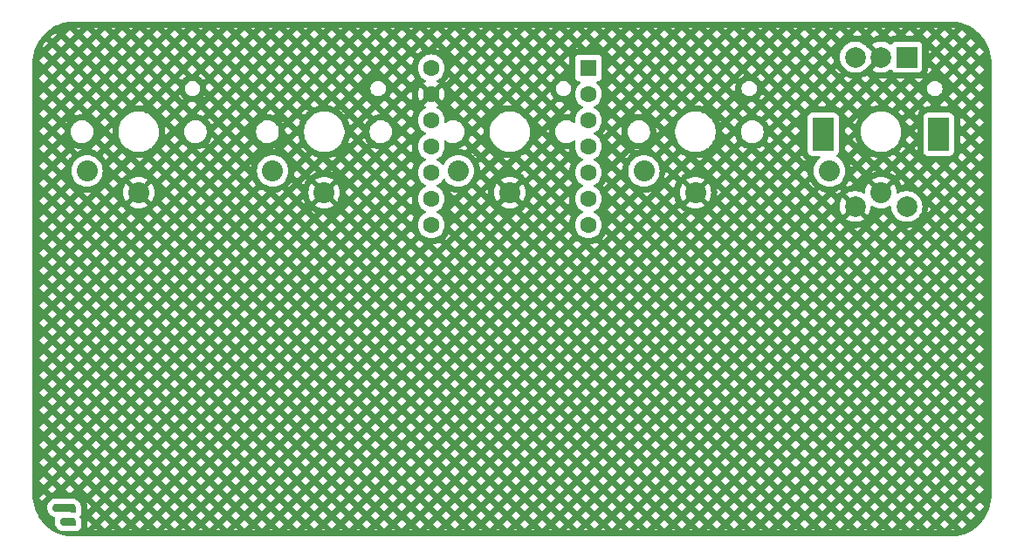
<source format=gbr>
%TF.GenerationSoftware,KiCad,Pcbnew,8.0.6*%
%TF.CreationDate,2024-11-27T16:10:26-06:00*%
%TF.ProjectId,hotdog_pad,686f7464-6f67-45f7-9061-642e6b696361,rev?*%
%TF.SameCoordinates,Original*%
%TF.FileFunction,Copper,L1,Top*%
%TF.FilePolarity,Positive*%
%FSLAX46Y46*%
G04 Gerber Fmt 4.6, Leading zero omitted, Abs format (unit mm)*
G04 Created by KiCad (PCBNEW 8.0.6) date 2024-11-27 16:10:26*
%MOMM*%
%LPD*%
G01*
G04 APERTURE LIST*
%TA.AperFunction,EtchedComponent*%
%ADD10C,0.000000*%
%TD*%
%TA.AperFunction,ComponentPad*%
%ADD11C,2.032000*%
%TD*%
%TA.AperFunction,ComponentPad*%
%ADD12R,2.000000X2.000000*%
%TD*%
%TA.AperFunction,ComponentPad*%
%ADD13C,2.000000*%
%TD*%
%TA.AperFunction,ComponentPad*%
%ADD14R,2.000000X3.200000*%
%TD*%
%TA.AperFunction,ComponentPad*%
%ADD15R,1.600000X1.600000*%
%TD*%
%TA.AperFunction,ComponentPad*%
%ADD16C,1.600000*%
%TD*%
G04 APERTURE END LIST*
D10*
%TA.AperFunction,EtchedComponent*%
%TO.C,G\u002A\u002A\u002A*%
G36*
X83082793Y-82940115D02*
G01*
X83151414Y-83021132D01*
X83188276Y-83110231D01*
X83202732Y-83239347D01*
X83204545Y-83355752D01*
X83204545Y-83649636D01*
X82269364Y-83645471D01*
X81974648Y-83642091D01*
X81702728Y-83635118D01*
X81470428Y-83625287D01*
X81294571Y-83613331D01*
X81191984Y-83599985D01*
X81184672Y-83598119D01*
X81042689Y-83513529D01*
X80938918Y-83369670D01*
X80895643Y-83198254D01*
X80895455Y-83186559D01*
X80926802Y-83092465D01*
X81004670Y-82980942D01*
X81030448Y-82953356D01*
X81165441Y-82818363D01*
X82063241Y-82818363D01*
X82961041Y-82818363D01*
X83082793Y-82940115D01*
G37*
%TD.AperFunction*%
%TA.AperFunction,EtchedComponent*%
G36*
X82656413Y-84185574D02*
G01*
X82819689Y-84190779D01*
X82927958Y-84203307D01*
X82999894Y-84226308D01*
X83054173Y-84262934D01*
X83091190Y-84297894D01*
X83157386Y-84379762D01*
X83191805Y-84476657D01*
X83203865Y-84621184D01*
X83204545Y-84690440D01*
X83204545Y-84969630D01*
X82532810Y-84969630D01*
X82270216Y-84968984D01*
X82083535Y-84965465D01*
X81956317Y-84956696D01*
X81872113Y-84940304D01*
X81814473Y-84913912D01*
X81766949Y-84875145D01*
X81747719Y-84856274D01*
X81652217Y-84701909D01*
X81635196Y-84527209D01*
X81696654Y-84360539D01*
X81747719Y-84297894D01*
X81800711Y-84250000D01*
X81858443Y-84217910D01*
X81939589Y-84198474D01*
X82062826Y-84188540D01*
X82246828Y-84184957D01*
X82419454Y-84184539D01*
X82656413Y-84185574D01*
G37*
%TD.AperFunction*%
%TD*%
D11*
%TO.P,SW6,1,1*%
%TO.N,GND*%
X161280000Y-52600000D03*
%TO.P,SW6,2,2*%
%TO.N,SW5*%
X156280000Y-50500000D03*
%TD*%
%TO.P,SW1,1,1*%
%TO.N,GND*%
X89280000Y-52600000D03*
%TO.P,SW1,2,2*%
%TO.N,SW1*%
X84280000Y-50500000D03*
%TD*%
%TO.P,SW3,1,1*%
%TO.N,GND*%
X125280000Y-52600000D03*
%TO.P,SW3,2,2*%
%TO.N,SW3*%
X120280000Y-50500000D03*
%TD*%
%TO.P,SW4,1,1*%
%TO.N,GND*%
X143280000Y-52600000D03*
%TO.P,SW4,2,2*%
%TO.N,SW4*%
X138280000Y-50500000D03*
%TD*%
%TO.P,SW2,1,1*%
%TO.N,GND*%
X107280000Y-52600000D03*
%TO.P,SW2,2,2*%
%TO.N,SW2*%
X102280000Y-50500000D03*
%TD*%
D12*
%TO.P,SW5,A,A*%
%TO.N,ENC_A*%
X163780000Y-39450000D03*
D13*
%TO.P,SW5,B,B*%
%TO.N,ENC_B*%
X158780000Y-39450000D03*
%TO.P,SW5,C,C*%
%TO.N,GND*%
X161280000Y-39450000D03*
D14*
%TO.P,SW5,MP*%
%TO.N,N/C*%
X166880000Y-46950000D03*
X155680000Y-46950000D03*
D13*
%TO.P,SW5,S1,S1*%
%TO.N,GND*%
X158780000Y-53950000D03*
%TO.P,SW5,S2,S2*%
%TO.N,SW5*%
X163780000Y-53950000D03*
%TD*%
D15*
%TO.P,U1,1,PA02_A0_D0*%
%TO.N,unconnected-(U1-PA02_A0_D0-Pad1)*%
X132900000Y-40500000D03*
D16*
%TO.P,U1,2,PA4_A1_D1*%
%TO.N,unconnected-(U1-PA4_A1_D1-Pad2)*%
X132900000Y-43040000D03*
%TO.P,U1,3,PA10_A2_D2*%
%TO.N,ENC_A*%
X132900000Y-45580000D03*
%TO.P,U1,4,PA11_A3_D3*%
%TO.N,ENC_B*%
X132900000Y-48120000D03*
%TO.P,U1,5,PA8_A4_D4_SDA*%
%TO.N,SW4*%
X132900000Y-50660000D03*
%TO.P,U1,6,PA9_A5_D5_SCL*%
%TO.N,unconnected-(U1-PA9_A5_D5_SCL-Pad6)*%
X132900000Y-53200000D03*
%TO.P,U1,7,PB08_A6_D6_TX*%
%TO.N,SW5*%
X132900000Y-55740000D03*
%TO.P,U1,8,PB09_A7_D7_RX*%
%TO.N,SW1*%
X117660000Y-55740000D03*
%TO.P,U1,9,PA7_A8_D8_SCK*%
%TO.N,SW2*%
X117660000Y-53200000D03*
%TO.P,U1,10,PA5_A9_D9_MISO*%
%TO.N,SW3*%
X117660000Y-50660000D03*
%TO.P,U1,11,PA6_A10_D10_MOSI*%
%TO.N,unconnected-(U1-PA6_A10_D10_MOSI-Pad11)*%
X117660000Y-48120000D03*
%TO.P,U1,12,3V3*%
%TO.N,unconnected-(U1-3V3-Pad12)*%
X117660000Y-45580000D03*
%TO.P,U1,13,GND*%
%TO.N,GND*%
X117660000Y-43040000D03*
%TO.P,U1,14,5V*%
%TO.N,VCC*%
X117660000Y-40500000D03*
%TD*%
%TA.AperFunction,Conductor*%
%TO.N,GND*%
G36*
X168000733Y-36000008D02*
G01*
X168191077Y-36002343D01*
X168201681Y-36002930D01*
X168581224Y-36040312D01*
X168593249Y-36042096D01*
X168966527Y-36116345D01*
X168978329Y-36119301D01*
X169342544Y-36229785D01*
X169354002Y-36233885D01*
X169705627Y-36379532D01*
X169716626Y-36384734D01*
X170052282Y-36564147D01*
X170062708Y-36570396D01*
X170152051Y-36630093D01*
X170379169Y-36781849D01*
X170388942Y-36789097D01*
X170683148Y-37030544D01*
X170692165Y-37038717D01*
X170961282Y-37307834D01*
X170969454Y-37316850D01*
X170997977Y-37351606D01*
X171210902Y-37611057D01*
X171218150Y-37620830D01*
X171429600Y-37937286D01*
X171435856Y-37947724D01*
X171615264Y-38283372D01*
X171620467Y-38294372D01*
X171766114Y-38645997D01*
X171770214Y-38657455D01*
X171880698Y-39021670D01*
X171883654Y-39033474D01*
X171957902Y-39406744D01*
X171959688Y-39418781D01*
X171997068Y-39798304D01*
X171997656Y-39808937D01*
X171999991Y-39999266D01*
X172000000Y-40000787D01*
X172000000Y-81999212D01*
X171999991Y-82000733D01*
X171997656Y-82191062D01*
X171997068Y-82201695D01*
X171959688Y-82581218D01*
X171957902Y-82593255D01*
X171883654Y-82966525D01*
X171880698Y-82978329D01*
X171770214Y-83342544D01*
X171766114Y-83354002D01*
X171620467Y-83705627D01*
X171615264Y-83716627D01*
X171435856Y-84052275D01*
X171429600Y-84062713D01*
X171218150Y-84379169D01*
X171210902Y-84388942D01*
X170969455Y-84683148D01*
X170961282Y-84692165D01*
X170692165Y-84961282D01*
X170683148Y-84969455D01*
X170388942Y-85210902D01*
X170379169Y-85218150D01*
X170062713Y-85429600D01*
X170052275Y-85435856D01*
X169716627Y-85615264D01*
X169705627Y-85620467D01*
X169354002Y-85766114D01*
X169342544Y-85770214D01*
X168978329Y-85880698D01*
X168966525Y-85883654D01*
X168593255Y-85957902D01*
X168581218Y-85959688D01*
X168201695Y-85997068D01*
X168191062Y-85997656D01*
X168000734Y-85999991D01*
X167999213Y-86000000D01*
X83000787Y-86000000D01*
X82999266Y-85999991D01*
X82808937Y-85997656D01*
X82798304Y-85997068D01*
X82418781Y-85959688D01*
X82406744Y-85957902D01*
X82033474Y-85883654D01*
X82021670Y-85880698D01*
X81657455Y-85770214D01*
X81645997Y-85766114D01*
X81294372Y-85620467D01*
X81283372Y-85615264D01*
X80947724Y-85435856D01*
X80937286Y-85429600D01*
X80620830Y-85218150D01*
X80611057Y-85210902D01*
X80316851Y-84969455D01*
X80307834Y-84961282D01*
X80038717Y-84692165D01*
X80030544Y-84683148D01*
X79945196Y-84579151D01*
X79909820Y-84536045D01*
X79789097Y-84388942D01*
X79781849Y-84379169D01*
X79588489Y-84089786D01*
X79570396Y-84062708D01*
X79564143Y-84052275D01*
X79518088Y-83966113D01*
X79384734Y-83716626D01*
X79379532Y-83705627D01*
X79233885Y-83354002D01*
X79229785Y-83342544D01*
X79196096Y-83231488D01*
X79184932Y-83194687D01*
X80390020Y-83194687D01*
X80390208Y-83206381D01*
X80390208Y-83206387D01*
X80405517Y-83321970D01*
X80405521Y-83321988D01*
X80448797Y-83493410D01*
X80462238Y-83537916D01*
X80520698Y-83649633D01*
X80528948Y-83665397D01*
X80632719Y-83809256D01*
X80672094Y-83857316D01*
X80783962Y-83947799D01*
X80901089Y-84017580D01*
X80926005Y-84032425D01*
X80926738Y-84032861D01*
X80926742Y-84032862D01*
X80926746Y-84032865D01*
X81059676Y-84087921D01*
X81066988Y-84089787D01*
X81101578Y-84096425D01*
X81163704Y-84128390D01*
X81198687Y-84188871D01*
X81195419Y-84258664D01*
X81194549Y-84261101D01*
X81160915Y-84352315D01*
X81160905Y-84352346D01*
X81138648Y-84432493D01*
X81138648Y-84432497D01*
X81132078Y-84576228D01*
X81135975Y-84616231D01*
X81149099Y-84750925D01*
X81149102Y-84750947D01*
X81164818Y-84835973D01*
X81164823Y-84835987D01*
X81219466Y-84961282D01*
X81222337Y-84967866D01*
X81317839Y-85122231D01*
X81393660Y-85217068D01*
X81412890Y-85235939D01*
X81447422Y-85266850D01*
X81494946Y-85305617D01*
X81494950Y-85305620D01*
X81494953Y-85305622D01*
X81604024Y-85373522D01*
X81604028Y-85373524D01*
X81661668Y-85399916D01*
X81661672Y-85399917D01*
X81661679Y-85399920D01*
X81753596Y-85429447D01*
X81775521Y-85436490D01*
X81775530Y-85436491D01*
X81775535Y-85436493D01*
X81819771Y-85445104D01*
X81859725Y-85452882D01*
X81921556Y-85460999D01*
X82048774Y-85469768D01*
X82074008Y-85470875D01*
X82260689Y-85474394D01*
X82268972Y-85474482D01*
X82531566Y-85475128D01*
X82532810Y-85475130D01*
X82532888Y-85475130D01*
X83204545Y-85475130D01*
X83276485Y-85469985D01*
X83414537Y-85429449D01*
X83457248Y-85402000D01*
X84904020Y-85402000D01*
X85344746Y-85402000D01*
X86601077Y-85402000D01*
X87041802Y-85402000D01*
X88298133Y-85402000D01*
X88738858Y-85402000D01*
X89995189Y-85402000D01*
X90435915Y-85402000D01*
X91692245Y-85402000D01*
X92132971Y-85402000D01*
X93389302Y-85402000D01*
X93830027Y-85402000D01*
X95086358Y-85402000D01*
X95527083Y-85402000D01*
X96783414Y-85402000D01*
X97224140Y-85402000D01*
X98480470Y-85402000D01*
X98921196Y-85402000D01*
X100177527Y-85402000D01*
X100618252Y-85402000D01*
X101874583Y-85402000D01*
X102315309Y-85402000D01*
X103571639Y-85402000D01*
X104012365Y-85402000D01*
X105268696Y-85402000D01*
X105709421Y-85402000D01*
X106965752Y-85402000D01*
X107406477Y-85402000D01*
X108662808Y-85402000D01*
X109103534Y-85402000D01*
X110359864Y-85402000D01*
X110800590Y-85402000D01*
X112056921Y-85402000D01*
X112497646Y-85402000D01*
X113753977Y-85402000D01*
X114194702Y-85402000D01*
X115451033Y-85402000D01*
X115891759Y-85402000D01*
X117148090Y-85402000D01*
X117588815Y-85402000D01*
X118845146Y-85402000D01*
X119285871Y-85402000D01*
X120542202Y-85402000D01*
X120982928Y-85402000D01*
X122239258Y-85402000D01*
X122679984Y-85402000D01*
X123936315Y-85402000D01*
X124377040Y-85402000D01*
X125633371Y-85402000D01*
X126074096Y-85402000D01*
X127330427Y-85402000D01*
X127771153Y-85402000D01*
X129027483Y-85402000D01*
X129468209Y-85402000D01*
X130724540Y-85402000D01*
X131165265Y-85402000D01*
X132421596Y-85402000D01*
X132862322Y-85402000D01*
X134118652Y-85402000D01*
X134559378Y-85402000D01*
X135815709Y-85402000D01*
X136256434Y-85402000D01*
X137512765Y-85402000D01*
X137953490Y-85402000D01*
X139209821Y-85402000D01*
X139650547Y-85402000D01*
X140906877Y-85402000D01*
X141347603Y-85402000D01*
X142603934Y-85402000D01*
X143044659Y-85402000D01*
X144300990Y-85402000D01*
X144741715Y-85402000D01*
X145998046Y-85402000D01*
X146438772Y-85402000D01*
X147695102Y-85402000D01*
X148135828Y-85402000D01*
X149392159Y-85402000D01*
X149832884Y-85402000D01*
X151089215Y-85402000D01*
X151529941Y-85402000D01*
X152786271Y-85402000D01*
X153226997Y-85402000D01*
X154483328Y-85402000D01*
X154924053Y-85402000D01*
X156180384Y-85402000D01*
X156621109Y-85402000D01*
X157877440Y-85402000D01*
X158318166Y-85402000D01*
X159574496Y-85402000D01*
X160015222Y-85402000D01*
X161271553Y-85402000D01*
X161712278Y-85402000D01*
X162968609Y-85402000D01*
X163409334Y-85402000D01*
X164665665Y-85402000D01*
X165106391Y-85402000D01*
X166362721Y-85402000D01*
X166803447Y-85402000D01*
X166802657Y-85401210D01*
X168060567Y-85401210D01*
X168163357Y-85399949D01*
X168468407Y-85369904D01*
X168280140Y-85181637D01*
X168060567Y-85401210D01*
X166802657Y-85401210D01*
X166583084Y-85181637D01*
X166362721Y-85402000D01*
X165106391Y-85402000D01*
X164886028Y-85181637D01*
X164665665Y-85402000D01*
X163409334Y-85402000D01*
X163188971Y-85181637D01*
X162968609Y-85402000D01*
X161712278Y-85402000D01*
X161491915Y-85181637D01*
X161271553Y-85402000D01*
X160015222Y-85402000D01*
X159794859Y-85181637D01*
X159574496Y-85402000D01*
X158318166Y-85402000D01*
X158097803Y-85181637D01*
X157877440Y-85402000D01*
X156621109Y-85402000D01*
X156400746Y-85181637D01*
X156180384Y-85402000D01*
X154924053Y-85402000D01*
X154703690Y-85181637D01*
X154483328Y-85402000D01*
X153226997Y-85402000D01*
X153006634Y-85181637D01*
X152786271Y-85402000D01*
X151529941Y-85402000D01*
X151309578Y-85181637D01*
X151089215Y-85402000D01*
X149832884Y-85402000D01*
X149612521Y-85181637D01*
X149392159Y-85402000D01*
X148135828Y-85402000D01*
X147915465Y-85181637D01*
X147695102Y-85402000D01*
X146438772Y-85402000D01*
X146218409Y-85181637D01*
X145998046Y-85402000D01*
X144741715Y-85402000D01*
X144521352Y-85181637D01*
X144300990Y-85402000D01*
X143044659Y-85402000D01*
X142824296Y-85181637D01*
X142603934Y-85402000D01*
X141347603Y-85402000D01*
X141127240Y-85181637D01*
X140906877Y-85402000D01*
X139650547Y-85402000D01*
X139430184Y-85181637D01*
X139209821Y-85402000D01*
X137953490Y-85402000D01*
X137733127Y-85181637D01*
X137512765Y-85402000D01*
X136256434Y-85402000D01*
X136036071Y-85181637D01*
X135815709Y-85402000D01*
X134559378Y-85402000D01*
X134339015Y-85181637D01*
X134118652Y-85402000D01*
X132862322Y-85402000D01*
X132641959Y-85181637D01*
X132421596Y-85402000D01*
X131165265Y-85402000D01*
X130944902Y-85181637D01*
X130724540Y-85402000D01*
X129468209Y-85402000D01*
X129247846Y-85181637D01*
X129027483Y-85402000D01*
X127771153Y-85402000D01*
X127550790Y-85181637D01*
X127330427Y-85402000D01*
X126074096Y-85402000D01*
X125853733Y-85181637D01*
X125633371Y-85402000D01*
X124377040Y-85402000D01*
X124156677Y-85181637D01*
X123936315Y-85402000D01*
X122679984Y-85402000D01*
X122459621Y-85181637D01*
X122239258Y-85402000D01*
X120982928Y-85402000D01*
X120762565Y-85181637D01*
X120542202Y-85402000D01*
X119285871Y-85402000D01*
X119065508Y-85181637D01*
X118845146Y-85402000D01*
X117588815Y-85402000D01*
X117368452Y-85181637D01*
X117148090Y-85402000D01*
X115891759Y-85402000D01*
X115671396Y-85181637D01*
X115451033Y-85402000D01*
X114194702Y-85402000D01*
X113974339Y-85181637D01*
X113753977Y-85402000D01*
X112497646Y-85402000D01*
X112277283Y-85181637D01*
X112056921Y-85402000D01*
X110800590Y-85402000D01*
X110580227Y-85181637D01*
X110359864Y-85402000D01*
X109103534Y-85402000D01*
X108883171Y-85181637D01*
X108662808Y-85402000D01*
X107406477Y-85402000D01*
X107186114Y-85181637D01*
X106965752Y-85402000D01*
X105709421Y-85402000D01*
X105489058Y-85181637D01*
X105268696Y-85402000D01*
X104012365Y-85402000D01*
X103792002Y-85181637D01*
X103571639Y-85402000D01*
X102315309Y-85402000D01*
X102094946Y-85181637D01*
X101874583Y-85402000D01*
X100618252Y-85402000D01*
X100397889Y-85181637D01*
X100177527Y-85402000D01*
X98921196Y-85402000D01*
X98700833Y-85181637D01*
X98480470Y-85402000D01*
X97224140Y-85402000D01*
X97003777Y-85181637D01*
X96783414Y-85402000D01*
X95527083Y-85402000D01*
X95306720Y-85181637D01*
X95086358Y-85402000D01*
X93830027Y-85402000D01*
X93609664Y-85181637D01*
X93389302Y-85402000D01*
X92132971Y-85402000D01*
X91912608Y-85181637D01*
X91692245Y-85402000D01*
X90435915Y-85402000D01*
X90215552Y-85181637D01*
X89995189Y-85402000D01*
X88738858Y-85402000D01*
X88518495Y-85181637D01*
X88298133Y-85402000D01*
X87041802Y-85402000D01*
X86821439Y-85181637D01*
X86601077Y-85402000D01*
X85344746Y-85402000D01*
X85124383Y-85181637D01*
X84904020Y-85402000D01*
X83457248Y-85402000D01*
X83535577Y-85351661D01*
X83629799Y-85242924D01*
X83660470Y-85175763D01*
X84284557Y-85175763D01*
X84701533Y-84758787D01*
X85547232Y-84758787D01*
X85972911Y-85184466D01*
X86398589Y-84758787D01*
X87244288Y-84758787D01*
X87669967Y-85184466D01*
X88095645Y-84758787D01*
X88941345Y-84758787D01*
X89367024Y-85184466D01*
X89792702Y-84758787D01*
X90638401Y-84758787D01*
X91064080Y-85184466D01*
X91489758Y-84758787D01*
X92335457Y-84758787D01*
X92761136Y-85184466D01*
X93186814Y-84758787D01*
X94032514Y-84758787D01*
X94458192Y-85184466D01*
X94883871Y-84758787D01*
X95729570Y-84758787D01*
X96155249Y-85184466D01*
X96580927Y-84758787D01*
X97426626Y-84758787D01*
X97852305Y-85184466D01*
X98277983Y-84758787D01*
X99123682Y-84758787D01*
X99549361Y-85184466D01*
X99975039Y-84758787D01*
X100820739Y-84758787D01*
X101246417Y-85184466D01*
X101672096Y-84758787D01*
X102517795Y-84758787D01*
X102943474Y-85184466D01*
X103369152Y-84758787D01*
X104214851Y-84758787D01*
X104640530Y-85184466D01*
X105066208Y-84758787D01*
X105911907Y-84758787D01*
X106337586Y-85184466D01*
X106763264Y-84758787D01*
X107608964Y-84758787D01*
X108034643Y-85184466D01*
X108460321Y-84758787D01*
X109306020Y-84758787D01*
X109731699Y-85184466D01*
X110157377Y-84758787D01*
X111003076Y-84758787D01*
X111428755Y-85184466D01*
X111854433Y-84758787D01*
X112700133Y-84758787D01*
X113125811Y-85184466D01*
X113551490Y-84758787D01*
X114397189Y-84758787D01*
X114822868Y-85184466D01*
X115248546Y-84758787D01*
X116094245Y-84758787D01*
X116519924Y-85184466D01*
X116945602Y-84758787D01*
X117791301Y-84758787D01*
X118216980Y-85184466D01*
X118642658Y-84758787D01*
X119488358Y-84758787D01*
X119914036Y-85184466D01*
X120339715Y-84758787D01*
X121185414Y-84758787D01*
X121611093Y-85184466D01*
X122036771Y-84758787D01*
X122882470Y-84758787D01*
X123308149Y-85184466D01*
X123733827Y-84758787D01*
X124579527Y-84758787D01*
X125005205Y-85184466D01*
X125430884Y-84758787D01*
X126276583Y-84758787D01*
X126702262Y-85184466D01*
X127127940Y-84758787D01*
X127973639Y-84758787D01*
X128399318Y-85184466D01*
X128824996Y-84758787D01*
X129670695Y-84758787D01*
X130096374Y-85184466D01*
X130522052Y-84758787D01*
X131367752Y-84758787D01*
X131793430Y-85184466D01*
X132219109Y-84758787D01*
X133064808Y-84758787D01*
X133490487Y-85184466D01*
X133916165Y-84758787D01*
X134761864Y-84758787D01*
X135187543Y-85184466D01*
X135613221Y-84758787D01*
X136458920Y-84758787D01*
X136884599Y-85184466D01*
X137310277Y-84758787D01*
X138155977Y-84758787D01*
X138581655Y-85184466D01*
X139007334Y-84758787D01*
X139853033Y-84758787D01*
X140278712Y-85184466D01*
X140704390Y-84758787D01*
X141550089Y-84758787D01*
X141975768Y-85184466D01*
X142401446Y-84758787D01*
X143247146Y-84758787D01*
X143672824Y-85184466D01*
X144098503Y-84758787D01*
X144944202Y-84758787D01*
X145369881Y-85184466D01*
X145795559Y-84758787D01*
X146641258Y-84758787D01*
X147066937Y-85184466D01*
X147492615Y-84758787D01*
X148338314Y-84758787D01*
X148763993Y-85184466D01*
X149189671Y-84758787D01*
X150035371Y-84758787D01*
X150461049Y-85184466D01*
X150886728Y-84758787D01*
X151732427Y-84758787D01*
X152158106Y-85184466D01*
X152583784Y-84758787D01*
X153429483Y-84758787D01*
X153855162Y-85184466D01*
X154280840Y-84758787D01*
X155126539Y-84758787D01*
X155552218Y-85184466D01*
X155977896Y-84758787D01*
X156823596Y-84758787D01*
X157249274Y-85184466D01*
X157674953Y-84758787D01*
X158520652Y-84758787D01*
X158946331Y-85184466D01*
X159372009Y-84758787D01*
X160217708Y-84758787D01*
X160643387Y-85184466D01*
X161069065Y-84758787D01*
X161914765Y-84758787D01*
X162340443Y-85184466D01*
X162766122Y-84758787D01*
X163611821Y-84758787D01*
X164037500Y-85184466D01*
X164463178Y-84758787D01*
X165308877Y-84758787D01*
X165734556Y-85184466D01*
X166160234Y-84758787D01*
X167005933Y-84758787D01*
X167431612Y-85184466D01*
X167857290Y-84758787D01*
X168702990Y-84758787D01*
X169128668Y-85184465D01*
X169554346Y-84758787D01*
X169128668Y-84333109D01*
X168702990Y-84758787D01*
X167857290Y-84758787D01*
X167431612Y-84333109D01*
X167005933Y-84758787D01*
X166160234Y-84758787D01*
X165734556Y-84333109D01*
X165308877Y-84758787D01*
X164463178Y-84758787D01*
X164037500Y-84333109D01*
X163611821Y-84758787D01*
X162766122Y-84758787D01*
X162340443Y-84333109D01*
X161914765Y-84758787D01*
X161069065Y-84758787D01*
X160643387Y-84333109D01*
X160217708Y-84758787D01*
X159372009Y-84758787D01*
X158946331Y-84333109D01*
X158520652Y-84758787D01*
X157674953Y-84758787D01*
X157249274Y-84333109D01*
X156823596Y-84758787D01*
X155977896Y-84758787D01*
X155552218Y-84333109D01*
X155126539Y-84758787D01*
X154280840Y-84758787D01*
X153855162Y-84333109D01*
X153429483Y-84758787D01*
X152583784Y-84758787D01*
X152158106Y-84333109D01*
X151732427Y-84758787D01*
X150886728Y-84758787D01*
X150461049Y-84333109D01*
X150035371Y-84758787D01*
X149189671Y-84758787D01*
X148763993Y-84333109D01*
X148338314Y-84758787D01*
X147492615Y-84758787D01*
X147066937Y-84333109D01*
X146641258Y-84758787D01*
X145795559Y-84758787D01*
X145369881Y-84333109D01*
X144944202Y-84758787D01*
X144098503Y-84758787D01*
X143672824Y-84333109D01*
X143247146Y-84758787D01*
X142401446Y-84758787D01*
X141975768Y-84333109D01*
X141550089Y-84758787D01*
X140704390Y-84758787D01*
X140278712Y-84333109D01*
X139853033Y-84758787D01*
X139007334Y-84758787D01*
X138581655Y-84333109D01*
X138155977Y-84758787D01*
X137310277Y-84758787D01*
X136884599Y-84333109D01*
X136458920Y-84758787D01*
X135613221Y-84758787D01*
X135187543Y-84333109D01*
X134761864Y-84758787D01*
X133916165Y-84758787D01*
X133490487Y-84333109D01*
X133064808Y-84758787D01*
X132219109Y-84758787D01*
X131793430Y-84333109D01*
X131367752Y-84758787D01*
X130522052Y-84758787D01*
X130096374Y-84333109D01*
X129670695Y-84758787D01*
X128824996Y-84758787D01*
X128399318Y-84333109D01*
X127973639Y-84758787D01*
X127127940Y-84758787D01*
X126702262Y-84333109D01*
X126276583Y-84758787D01*
X125430884Y-84758787D01*
X125005205Y-84333109D01*
X124579527Y-84758787D01*
X123733827Y-84758787D01*
X123308149Y-84333109D01*
X122882470Y-84758787D01*
X122036771Y-84758787D01*
X121611093Y-84333109D01*
X121185414Y-84758787D01*
X120339715Y-84758787D01*
X119914036Y-84333109D01*
X119488358Y-84758787D01*
X118642658Y-84758787D01*
X118216980Y-84333109D01*
X117791301Y-84758787D01*
X116945602Y-84758787D01*
X116519924Y-84333109D01*
X116094245Y-84758787D01*
X115248546Y-84758787D01*
X114822868Y-84333109D01*
X114397189Y-84758787D01*
X113551490Y-84758787D01*
X113125811Y-84333109D01*
X112700133Y-84758787D01*
X111854433Y-84758787D01*
X111428755Y-84333109D01*
X111003076Y-84758787D01*
X110157377Y-84758787D01*
X109731699Y-84333109D01*
X109306020Y-84758787D01*
X108460321Y-84758787D01*
X108034643Y-84333109D01*
X107608964Y-84758787D01*
X106763264Y-84758787D01*
X106337586Y-84333109D01*
X105911907Y-84758787D01*
X105066208Y-84758787D01*
X104640530Y-84333109D01*
X104214851Y-84758787D01*
X103369152Y-84758787D01*
X102943474Y-84333109D01*
X102517795Y-84758787D01*
X101672096Y-84758787D01*
X101246417Y-84333109D01*
X100820739Y-84758787D01*
X99975039Y-84758787D01*
X99549361Y-84333109D01*
X99123682Y-84758787D01*
X98277983Y-84758787D01*
X97852305Y-84333109D01*
X97426626Y-84758787D01*
X96580927Y-84758787D01*
X96155249Y-84333109D01*
X95729570Y-84758787D01*
X94883871Y-84758787D01*
X94458192Y-84333109D01*
X94032514Y-84758787D01*
X93186814Y-84758787D01*
X92761136Y-84333109D01*
X92335457Y-84758787D01*
X91489758Y-84758787D01*
X91064080Y-84333109D01*
X90638401Y-84758787D01*
X89792702Y-84758787D01*
X89367024Y-84333109D01*
X88941345Y-84758787D01*
X88095645Y-84758787D01*
X87669967Y-84333109D01*
X87244288Y-84758787D01*
X86398589Y-84758787D01*
X85972911Y-84333109D01*
X85547232Y-84758787D01*
X84701533Y-84758787D01*
X84286636Y-84343890D01*
X84288458Y-84356124D01*
X84288985Y-84360100D01*
X84290285Y-84371312D01*
X84290681Y-84375282D01*
X84304267Y-84538090D01*
X84304562Y-84542632D01*
X84307099Y-84597091D01*
X84307227Y-84601644D01*
X84308004Y-84680786D01*
X84308009Y-84681408D01*
X84308044Y-84688697D01*
X84308045Y-84689292D01*
X84308045Y-84980309D01*
X84307966Y-84984733D01*
X84307520Y-84997225D01*
X84307283Y-85001651D01*
X84305759Y-85022949D01*
X84305365Y-85027351D01*
X84304030Y-85039771D01*
X84303478Y-85044166D01*
X84284557Y-85175763D01*
X83660470Y-85175763D01*
X83689569Y-85112046D01*
X83710045Y-84969630D01*
X83710045Y-84690440D01*
X83710021Y-84685477D01*
X83709341Y-84616221D01*
X83707614Y-84579149D01*
X83695554Y-84434622D01*
X83695553Y-84434618D01*
X83695553Y-84434615D01*
X83677821Y-84352346D01*
X83668145Y-84307452D01*
X83633726Y-84210557D01*
X83624088Y-84185547D01*
X83579551Y-84110765D01*
X83562162Y-84043096D01*
X83584118Y-83976765D01*
X83592367Y-83966128D01*
X83629799Y-83922930D01*
X83635586Y-83910259D01*
X84698704Y-83910259D01*
X85124383Y-84335938D01*
X85550061Y-83910259D01*
X86395760Y-83910259D01*
X86821439Y-84335937D01*
X87247117Y-83910259D01*
X88092817Y-83910259D01*
X88518495Y-84335937D01*
X88944174Y-83910259D01*
X89789873Y-83910259D01*
X90215552Y-84335938D01*
X90641230Y-83910259D01*
X91486929Y-83910259D01*
X91912608Y-84335938D01*
X92338286Y-83910259D01*
X93183985Y-83910259D01*
X93609664Y-84335937D01*
X94035342Y-83910259D01*
X94881042Y-83910259D01*
X95306720Y-84335937D01*
X95732399Y-83910259D01*
X96578098Y-83910259D01*
X97003777Y-84335938D01*
X97429455Y-83910259D01*
X98275154Y-83910259D01*
X98700833Y-84335938D01*
X99126511Y-83910259D01*
X99972211Y-83910259D01*
X100397889Y-84335937D01*
X100823568Y-83910259D01*
X101669267Y-83910259D01*
X102094946Y-84335938D01*
X102520624Y-83910259D01*
X103366323Y-83910259D01*
X103792002Y-84335938D01*
X104217680Y-83910259D01*
X105063379Y-83910259D01*
X105489058Y-84335937D01*
X105914736Y-83910259D01*
X106760436Y-83910259D01*
X107186114Y-84335937D01*
X107611793Y-83910259D01*
X108457492Y-83910259D01*
X108883171Y-84335938D01*
X109308849Y-83910259D01*
X110154548Y-83910259D01*
X110580227Y-84335938D01*
X111005905Y-83910259D01*
X111851604Y-83910259D01*
X112277283Y-84335937D01*
X112702961Y-83910259D01*
X113548661Y-83910259D01*
X113974339Y-84335937D01*
X114400018Y-83910259D01*
X115245717Y-83910259D01*
X115671396Y-84335938D01*
X116097074Y-83910259D01*
X116942773Y-83910259D01*
X117368452Y-84335937D01*
X117794130Y-83910259D01*
X118639830Y-83910259D01*
X119065508Y-84335937D01*
X119491187Y-83910259D01*
X120336886Y-83910259D01*
X120762565Y-84335938D01*
X121188243Y-83910259D01*
X122033942Y-83910259D01*
X122459621Y-84335938D01*
X122885299Y-83910259D01*
X123730998Y-83910259D01*
X124156677Y-84335937D01*
X124582355Y-83910259D01*
X125428055Y-83910259D01*
X125853733Y-84335937D01*
X126279412Y-83910259D01*
X127125111Y-83910259D01*
X127550790Y-84335938D01*
X127976468Y-83910259D01*
X128822167Y-83910259D01*
X129247846Y-84335938D01*
X129673524Y-83910259D01*
X130519223Y-83910259D01*
X130944902Y-84335937D01*
X131370580Y-83910259D01*
X132216280Y-83910259D01*
X132641959Y-84335938D01*
X133067637Y-83910259D01*
X133913336Y-83910259D01*
X134339015Y-84335938D01*
X134764693Y-83910259D01*
X135610392Y-83910259D01*
X136036071Y-84335937D01*
X136461749Y-83910259D01*
X137307449Y-83910259D01*
X137733127Y-84335937D01*
X138158806Y-83910259D01*
X139004505Y-83910259D01*
X139430184Y-84335938D01*
X139855862Y-83910259D01*
X140701561Y-83910259D01*
X141127240Y-84335938D01*
X141552918Y-83910259D01*
X142398617Y-83910259D01*
X142824296Y-84335937D01*
X143249974Y-83910259D01*
X144095674Y-83910259D01*
X144521352Y-84335937D01*
X144947031Y-83910259D01*
X145792730Y-83910259D01*
X146218409Y-84335938D01*
X146644087Y-83910259D01*
X147489786Y-83910259D01*
X147915465Y-84335938D01*
X148341143Y-83910259D01*
X149186842Y-83910259D01*
X149612521Y-84335937D01*
X150038199Y-83910259D01*
X150883899Y-83910259D01*
X151309578Y-84335938D01*
X151735256Y-83910259D01*
X152580955Y-83910259D01*
X153006634Y-84335938D01*
X153432312Y-83910259D01*
X154278011Y-83910259D01*
X154703690Y-84335937D01*
X155129368Y-83910259D01*
X155975068Y-83910259D01*
X156400746Y-84335937D01*
X156826425Y-83910259D01*
X157672124Y-83910259D01*
X158097803Y-84335938D01*
X158523481Y-83910259D01*
X159369180Y-83910259D01*
X159794859Y-84335938D01*
X160220537Y-83910259D01*
X161066236Y-83910259D01*
X161491915Y-84335937D01*
X161917593Y-83910259D01*
X162763293Y-83910259D01*
X163188971Y-84335937D01*
X163614650Y-83910259D01*
X164460349Y-83910259D01*
X164886028Y-84335938D01*
X165311706Y-83910259D01*
X166157405Y-83910259D01*
X166583084Y-84335938D01*
X167008762Y-83910259D01*
X167854462Y-83910259D01*
X168280140Y-84335937D01*
X168705819Y-83910259D01*
X169551518Y-83910259D01*
X169977197Y-84335938D01*
X170402875Y-83910259D01*
X169977197Y-83484580D01*
X169551518Y-83910259D01*
X168705819Y-83910259D01*
X168280140Y-83484580D01*
X167854462Y-83910259D01*
X167008762Y-83910259D01*
X166583084Y-83484580D01*
X166157405Y-83910259D01*
X165311706Y-83910259D01*
X164886028Y-83484580D01*
X164460349Y-83910259D01*
X163614650Y-83910259D01*
X163188971Y-83484580D01*
X162763293Y-83910259D01*
X161917593Y-83910259D01*
X161491915Y-83484580D01*
X161066236Y-83910259D01*
X160220537Y-83910259D01*
X159794859Y-83484580D01*
X159369180Y-83910259D01*
X158523481Y-83910259D01*
X158097803Y-83484580D01*
X157672124Y-83910259D01*
X156826425Y-83910259D01*
X156400746Y-83484580D01*
X155975068Y-83910259D01*
X155129368Y-83910259D01*
X154703690Y-83484580D01*
X154278011Y-83910259D01*
X153432312Y-83910259D01*
X153006634Y-83484580D01*
X152580955Y-83910259D01*
X151735256Y-83910259D01*
X151309578Y-83484580D01*
X150883899Y-83910259D01*
X150038199Y-83910259D01*
X149612521Y-83484580D01*
X149186842Y-83910259D01*
X148341143Y-83910259D01*
X147915465Y-83484580D01*
X147489786Y-83910259D01*
X146644087Y-83910259D01*
X146218409Y-83484580D01*
X145792730Y-83910259D01*
X144947031Y-83910259D01*
X144521352Y-83484580D01*
X144095674Y-83910259D01*
X143249974Y-83910259D01*
X142824296Y-83484580D01*
X142398617Y-83910259D01*
X141552918Y-83910259D01*
X141127240Y-83484580D01*
X140701561Y-83910259D01*
X139855862Y-83910259D01*
X139430184Y-83484580D01*
X139004505Y-83910259D01*
X138158806Y-83910259D01*
X137733127Y-83484580D01*
X137307449Y-83910259D01*
X136461749Y-83910259D01*
X136036071Y-83484580D01*
X135610392Y-83910259D01*
X134764693Y-83910259D01*
X134339015Y-83484580D01*
X133913336Y-83910259D01*
X133067637Y-83910259D01*
X132641959Y-83484580D01*
X132216280Y-83910259D01*
X131370580Y-83910259D01*
X130944902Y-83484580D01*
X130519223Y-83910259D01*
X129673524Y-83910259D01*
X129247846Y-83484580D01*
X128822167Y-83910259D01*
X127976468Y-83910259D01*
X127550790Y-83484580D01*
X127125111Y-83910259D01*
X126279412Y-83910259D01*
X125853733Y-83484580D01*
X125428055Y-83910259D01*
X124582355Y-83910259D01*
X124156677Y-83484580D01*
X123730998Y-83910259D01*
X122885299Y-83910259D01*
X122459621Y-83484580D01*
X122033942Y-83910259D01*
X121188243Y-83910259D01*
X120762565Y-83484580D01*
X120336886Y-83910259D01*
X119491187Y-83910259D01*
X119065508Y-83484580D01*
X118639830Y-83910259D01*
X117794130Y-83910259D01*
X117368452Y-83484580D01*
X116942773Y-83910259D01*
X116097074Y-83910259D01*
X115671396Y-83484580D01*
X115245717Y-83910259D01*
X114400018Y-83910259D01*
X113974339Y-83484580D01*
X113548661Y-83910259D01*
X112702961Y-83910259D01*
X112277283Y-83484580D01*
X111851604Y-83910259D01*
X111005905Y-83910259D01*
X110580227Y-83484580D01*
X110154548Y-83910259D01*
X109308849Y-83910259D01*
X108883171Y-83484580D01*
X108457492Y-83910259D01*
X107611793Y-83910259D01*
X107186114Y-83484580D01*
X106760436Y-83910259D01*
X105914736Y-83910259D01*
X105489058Y-83484580D01*
X105063379Y-83910259D01*
X104217680Y-83910259D01*
X103792002Y-83484580D01*
X103366323Y-83910259D01*
X102520624Y-83910259D01*
X102094946Y-83484580D01*
X101669267Y-83910259D01*
X100823568Y-83910259D01*
X100397889Y-83484580D01*
X99972211Y-83910259D01*
X99126511Y-83910259D01*
X98700833Y-83484580D01*
X98275154Y-83910259D01*
X97429455Y-83910259D01*
X97003777Y-83484580D01*
X96578098Y-83910259D01*
X95732399Y-83910259D01*
X95306720Y-83484580D01*
X94881042Y-83910259D01*
X94035342Y-83910259D01*
X93609664Y-83484580D01*
X93183985Y-83910259D01*
X92338286Y-83910259D01*
X91912608Y-83484580D01*
X91486929Y-83910259D01*
X90641230Y-83910259D01*
X90215552Y-83484580D01*
X89789873Y-83910259D01*
X88944174Y-83910259D01*
X88518495Y-83484580D01*
X88092817Y-83910259D01*
X87247117Y-83910259D01*
X86821439Y-83484580D01*
X86395760Y-83910259D01*
X85550061Y-83910259D01*
X85124383Y-83484580D01*
X84698704Y-83910259D01*
X83635586Y-83910259D01*
X83671087Y-83832520D01*
X83689568Y-83792055D01*
X83689569Y-83792050D01*
X83700413Y-83716626D01*
X83710045Y-83649636D01*
X83710045Y-83355752D01*
X83710045Y-83355706D01*
X83709985Y-83347923D01*
X83708171Y-83231488D01*
X83708171Y-83231475D01*
X83705093Y-83183102D01*
X83690637Y-83053986D01*
X83655379Y-82916981D01*
X83618517Y-82827882D01*
X83613567Y-82816326D01*
X83540275Y-82699410D01*
X84212496Y-82699410D01*
X84213562Y-82702119D01*
X84217860Y-82713635D01*
X84219314Y-82717751D01*
X84225958Y-82737666D01*
X84227259Y-82741806D01*
X84230735Y-82753583D01*
X84231894Y-82757781D01*
X84272381Y-82915107D01*
X84273390Y-82919334D01*
X84276030Y-82931318D01*
X84276891Y-82935580D01*
X84280686Y-82956228D01*
X84281398Y-82960525D01*
X84283195Y-82972692D01*
X84283756Y-82977014D01*
X84300011Y-83122208D01*
X84300306Y-83125157D01*
X84301300Y-83136477D01*
X84301525Y-83139449D01*
X84305324Y-83199151D01*
X84305476Y-83202107D01*
X84305927Y-83213468D01*
X84306010Y-83216456D01*
X84307941Y-83340431D01*
X84307952Y-83341408D01*
X84308041Y-83352972D01*
X84308045Y-83353926D01*
X84308045Y-83455220D01*
X84701533Y-83061731D01*
X85547232Y-83061731D01*
X85972911Y-83487410D01*
X86398589Y-83061731D01*
X87244288Y-83061731D01*
X87669967Y-83487409D01*
X88095645Y-83061731D01*
X88941345Y-83061731D01*
X89367024Y-83487410D01*
X89792702Y-83061731D01*
X90638401Y-83061731D01*
X91064080Y-83487410D01*
X91489758Y-83061731D01*
X92335457Y-83061731D01*
X92761136Y-83487409D01*
X93186814Y-83061731D01*
X94032514Y-83061731D01*
X94458192Y-83487409D01*
X94883871Y-83061731D01*
X95729570Y-83061731D01*
X96155249Y-83487410D01*
X96580927Y-83061731D01*
X97426626Y-83061731D01*
X97852305Y-83487410D01*
X98277983Y-83061731D01*
X99123682Y-83061731D01*
X99549361Y-83487409D01*
X99975039Y-83061731D01*
X100820739Y-83061731D01*
X101246417Y-83487409D01*
X101672096Y-83061731D01*
X102517795Y-83061731D01*
X102943474Y-83487410D01*
X103369152Y-83061731D01*
X104214851Y-83061731D01*
X104640530Y-83487410D01*
X105066208Y-83061731D01*
X105911907Y-83061731D01*
X106337586Y-83487409D01*
X106763264Y-83061731D01*
X107608964Y-83061731D01*
X108034643Y-83487410D01*
X108460321Y-83061731D01*
X109306020Y-83061731D01*
X109731699Y-83487410D01*
X110157377Y-83061731D01*
X111003076Y-83061731D01*
X111428755Y-83487409D01*
X111854433Y-83061731D01*
X112700133Y-83061731D01*
X113125811Y-83487409D01*
X113551490Y-83061731D01*
X114397189Y-83061731D01*
X114822868Y-83487410D01*
X115248546Y-83061731D01*
X116094245Y-83061731D01*
X116519924Y-83487410D01*
X116945602Y-83061731D01*
X117791301Y-83061731D01*
X118216980Y-83487409D01*
X118642658Y-83061731D01*
X119488358Y-83061731D01*
X119914036Y-83487409D01*
X120339715Y-83061731D01*
X121185414Y-83061731D01*
X121611093Y-83487410D01*
X122036771Y-83061731D01*
X122882470Y-83061731D01*
X123308149Y-83487410D01*
X123733827Y-83061731D01*
X124579527Y-83061731D01*
X125005205Y-83487409D01*
X125430884Y-83061731D01*
X126276583Y-83061731D01*
X126702262Y-83487410D01*
X127127940Y-83061731D01*
X127973639Y-83061731D01*
X128399318Y-83487410D01*
X128824996Y-83061731D01*
X129670695Y-83061731D01*
X130096374Y-83487409D01*
X130522052Y-83061731D01*
X131367752Y-83061731D01*
X131793430Y-83487409D01*
X132219109Y-83061731D01*
X133064808Y-83061731D01*
X133490487Y-83487410D01*
X133916165Y-83061731D01*
X134761864Y-83061731D01*
X135187543Y-83487410D01*
X135613221Y-83061731D01*
X136458920Y-83061731D01*
X136884599Y-83487409D01*
X137310277Y-83061731D01*
X138155977Y-83061731D01*
X138581655Y-83487409D01*
X139007334Y-83061731D01*
X139853033Y-83061731D01*
X140278712Y-83487410D01*
X140704390Y-83061731D01*
X141550089Y-83061731D01*
X141975768Y-83487410D01*
X142401446Y-83061731D01*
X143247146Y-83061731D01*
X143672824Y-83487409D01*
X144098503Y-83061731D01*
X144944202Y-83061731D01*
X145369881Y-83487410D01*
X145795559Y-83061731D01*
X146641258Y-83061731D01*
X147066937Y-83487410D01*
X147492615Y-83061731D01*
X148338314Y-83061731D01*
X148763993Y-83487409D01*
X149189671Y-83061731D01*
X150035371Y-83061731D01*
X150461049Y-83487409D01*
X150886728Y-83061731D01*
X151732427Y-83061731D01*
X152158106Y-83487410D01*
X152583784Y-83061731D01*
X153429483Y-83061731D01*
X153855162Y-83487410D01*
X154280840Y-83061731D01*
X155126539Y-83061731D01*
X155552218Y-83487409D01*
X155977896Y-83061731D01*
X156823596Y-83061731D01*
X157249274Y-83487409D01*
X157674953Y-83061731D01*
X158520652Y-83061731D01*
X158946331Y-83487410D01*
X159372009Y-83061731D01*
X160217708Y-83061731D01*
X160643387Y-83487409D01*
X161069065Y-83061731D01*
X161914765Y-83061731D01*
X162340443Y-83487409D01*
X162766122Y-83061731D01*
X163611821Y-83061731D01*
X164037500Y-83487410D01*
X164463178Y-83061731D01*
X165308877Y-83061731D01*
X165734556Y-83487410D01*
X166160234Y-83061731D01*
X167005933Y-83061731D01*
X167431612Y-83487409D01*
X167857290Y-83061731D01*
X168702990Y-83061731D01*
X169128668Y-83487409D01*
X169554347Y-83061731D01*
X170400046Y-83061731D01*
X170825724Y-83487409D01*
X171221380Y-83091754D01*
X171235355Y-83045682D01*
X170825725Y-82636052D01*
X170400046Y-83061731D01*
X169554347Y-83061731D01*
X169128668Y-82636052D01*
X168702990Y-83061731D01*
X167857290Y-83061731D01*
X167431612Y-82636052D01*
X167005933Y-83061731D01*
X166160234Y-83061731D01*
X165734556Y-82636052D01*
X165308877Y-83061731D01*
X164463178Y-83061731D01*
X164037500Y-82636052D01*
X163611821Y-83061731D01*
X162766122Y-83061731D01*
X162340443Y-82636052D01*
X161914765Y-83061731D01*
X161069065Y-83061731D01*
X160643387Y-82636052D01*
X160217708Y-83061731D01*
X159372009Y-83061731D01*
X158946331Y-82636052D01*
X158520652Y-83061731D01*
X157674953Y-83061731D01*
X157249274Y-82636052D01*
X156823596Y-83061731D01*
X155977896Y-83061731D01*
X155552218Y-82636052D01*
X155126539Y-83061731D01*
X154280840Y-83061731D01*
X153855162Y-82636052D01*
X153429483Y-83061731D01*
X152583784Y-83061731D01*
X152158106Y-82636052D01*
X151732427Y-83061731D01*
X150886728Y-83061731D01*
X150461049Y-82636052D01*
X150035371Y-83061731D01*
X149189671Y-83061731D01*
X148763993Y-82636052D01*
X148338314Y-83061731D01*
X147492615Y-83061731D01*
X147066937Y-82636052D01*
X146641258Y-83061731D01*
X145795559Y-83061731D01*
X145369881Y-82636052D01*
X144944202Y-83061731D01*
X144098503Y-83061731D01*
X143672824Y-82636052D01*
X143247146Y-83061731D01*
X142401446Y-83061731D01*
X141975768Y-82636052D01*
X141550089Y-83061731D01*
X140704390Y-83061731D01*
X140278712Y-82636052D01*
X139853033Y-83061731D01*
X139007334Y-83061731D01*
X138581655Y-82636052D01*
X138155977Y-83061731D01*
X137310277Y-83061731D01*
X136884599Y-82636052D01*
X136458920Y-83061731D01*
X135613221Y-83061731D01*
X135187543Y-82636052D01*
X134761864Y-83061731D01*
X133916165Y-83061731D01*
X133490487Y-82636052D01*
X133064808Y-83061731D01*
X132219109Y-83061731D01*
X131793430Y-82636052D01*
X131367752Y-83061731D01*
X130522052Y-83061731D01*
X130096374Y-82636052D01*
X129670695Y-83061731D01*
X128824996Y-83061731D01*
X128399318Y-82636052D01*
X127973639Y-83061731D01*
X127127940Y-83061731D01*
X126702262Y-82636052D01*
X126276583Y-83061731D01*
X125430884Y-83061731D01*
X125005205Y-82636052D01*
X124579527Y-83061731D01*
X123733827Y-83061731D01*
X123308149Y-82636052D01*
X122882470Y-83061731D01*
X122036771Y-83061731D01*
X121611093Y-82636052D01*
X121185414Y-83061731D01*
X120339715Y-83061731D01*
X119914036Y-82636052D01*
X119488358Y-83061731D01*
X118642658Y-83061731D01*
X118216980Y-82636052D01*
X117791301Y-83061731D01*
X116945602Y-83061731D01*
X116519924Y-82636052D01*
X116094245Y-83061731D01*
X115248546Y-83061731D01*
X114822868Y-82636052D01*
X114397189Y-83061731D01*
X113551490Y-83061731D01*
X113125811Y-82636052D01*
X112700133Y-83061731D01*
X111854433Y-83061731D01*
X111428755Y-82636052D01*
X111003076Y-83061731D01*
X110157377Y-83061731D01*
X109731699Y-82636052D01*
X109306020Y-83061731D01*
X108460321Y-83061731D01*
X108034643Y-82636052D01*
X107608964Y-83061731D01*
X106763264Y-83061731D01*
X106337586Y-82636052D01*
X105911907Y-83061731D01*
X105066208Y-83061731D01*
X104640530Y-82636052D01*
X104214851Y-83061731D01*
X103369152Y-83061731D01*
X102943474Y-82636052D01*
X102517795Y-83061731D01*
X101672096Y-83061731D01*
X101246417Y-82636052D01*
X100820739Y-83061731D01*
X99975039Y-83061731D01*
X99549361Y-82636052D01*
X99123682Y-83061731D01*
X98277983Y-83061731D01*
X97852305Y-82636052D01*
X97426626Y-83061731D01*
X96580927Y-83061731D01*
X96155249Y-82636052D01*
X95729570Y-83061731D01*
X94883871Y-83061731D01*
X94458192Y-82636052D01*
X94032514Y-83061731D01*
X93186814Y-83061731D01*
X92761136Y-82636052D01*
X92335457Y-83061731D01*
X91489758Y-83061731D01*
X91064080Y-82636052D01*
X90638401Y-83061731D01*
X89792702Y-83061731D01*
X89367024Y-82636052D01*
X88941345Y-83061731D01*
X88095645Y-83061731D01*
X87669967Y-82636052D01*
X87244288Y-83061731D01*
X86398589Y-83061731D01*
X85972911Y-82636052D01*
X85547232Y-83061731D01*
X84701533Y-83061731D01*
X84275854Y-82636052D01*
X84212496Y-82699410D01*
X83540275Y-82699410D01*
X83537146Y-82694419D01*
X83537145Y-82694417D01*
X83468535Y-82613414D01*
X83468525Y-82613402D01*
X83440235Y-82582673D01*
X83318483Y-82460921D01*
X83234335Y-82393109D01*
X83234331Y-82393107D01*
X83103460Y-82333339D01*
X83103455Y-82333338D01*
X82961041Y-82312863D01*
X81165441Y-82312863D01*
X81165424Y-82312863D01*
X81057987Y-82324415D01*
X81057982Y-82324416D01*
X80923181Y-82374695D01*
X80808000Y-82460920D01*
X80807988Y-82460930D01*
X80673040Y-82595878D01*
X80661090Y-82608240D01*
X80635331Y-82635805D01*
X80635327Y-82635809D01*
X80590206Y-82691545D01*
X80512368Y-82803024D01*
X80512369Y-82803025D01*
X80511657Y-82804045D01*
X80511655Y-82804048D01*
X80447217Y-82932689D01*
X80432451Y-82977014D01*
X80415869Y-83026787D01*
X80408205Y-83051957D01*
X80403135Y-83091754D01*
X80390020Y-83194687D01*
X79184932Y-83194687D01*
X79119300Y-82978327D01*
X79116345Y-82966525D01*
X79106958Y-82919334D01*
X79042096Y-82593249D01*
X79040311Y-82581218D01*
X79031245Y-82489170D01*
X79004065Y-82213202D01*
X79607534Y-82213202D01*
X79961489Y-82567157D01*
X79981809Y-82526593D01*
X79983877Y-82522642D01*
X79989923Y-82511584D01*
X79992140Y-82507699D01*
X80003157Y-82489170D01*
X80005507Y-82485374D01*
X80012348Y-82474758D01*
X80014841Y-82471039D01*
X80021821Y-82461021D01*
X80021892Y-82460920D01*
X80104695Y-82342330D01*
X80107264Y-82338785D01*
X80117379Y-82325336D01*
X80120102Y-82321847D01*
X80175828Y-82253011D01*
X80178653Y-82249645D01*
X80189700Y-82236947D01*
X80192653Y-82233672D01*
X80211781Y-82213203D01*
X84698704Y-82213203D01*
X85124383Y-82638882D01*
X85550062Y-82213203D01*
X86395760Y-82213203D01*
X86821439Y-82638881D01*
X87247118Y-82213203D01*
X88092817Y-82213203D01*
X88518495Y-82638881D01*
X88944174Y-82213203D01*
X89789873Y-82213203D01*
X90215552Y-82638882D01*
X90641231Y-82213203D01*
X91486929Y-82213203D01*
X91912608Y-82638882D01*
X92338287Y-82213203D01*
X93183985Y-82213203D01*
X93609664Y-82638881D01*
X94035343Y-82213203D01*
X94881042Y-82213203D01*
X95306720Y-82638881D01*
X95732399Y-82213203D01*
X96578098Y-82213203D01*
X97003777Y-82638882D01*
X97429456Y-82213203D01*
X98275154Y-82213203D01*
X98700833Y-82638882D01*
X99126512Y-82213203D01*
X99972211Y-82213203D01*
X100397889Y-82638881D01*
X100823568Y-82213203D01*
X101669267Y-82213203D01*
X102094946Y-82638882D01*
X102520625Y-82213203D01*
X103366323Y-82213203D01*
X103792002Y-82638882D01*
X104217681Y-82213203D01*
X105063379Y-82213203D01*
X105489058Y-82638881D01*
X105914737Y-82213203D01*
X106760436Y-82213203D01*
X107186114Y-82638881D01*
X107611793Y-82213203D01*
X108457492Y-82213203D01*
X108883171Y-82638882D01*
X109308850Y-82213203D01*
X110154548Y-82213203D01*
X110580227Y-82638882D01*
X111005906Y-82213203D01*
X111851604Y-82213203D01*
X112277283Y-82638881D01*
X112702962Y-82213203D01*
X113548661Y-82213203D01*
X113974339Y-82638881D01*
X114400018Y-82213203D01*
X115245717Y-82213203D01*
X115671396Y-82638882D01*
X116097075Y-82213203D01*
X116942773Y-82213203D01*
X117368452Y-82638881D01*
X117794131Y-82213203D01*
X118639830Y-82213203D01*
X119065508Y-82638881D01*
X119491187Y-82213203D01*
X120336886Y-82213203D01*
X120762565Y-82638882D01*
X121188244Y-82213203D01*
X122033942Y-82213203D01*
X122459621Y-82638882D01*
X122885300Y-82213203D01*
X123730998Y-82213203D01*
X124156677Y-82638881D01*
X124582356Y-82213203D01*
X125428055Y-82213203D01*
X125853733Y-82638881D01*
X126279412Y-82213203D01*
X127125111Y-82213203D01*
X127550790Y-82638882D01*
X127976469Y-82213203D01*
X128822167Y-82213203D01*
X129247846Y-82638882D01*
X129673525Y-82213203D01*
X130519223Y-82213203D01*
X130944902Y-82638881D01*
X131370581Y-82213203D01*
X132216280Y-82213203D01*
X132641959Y-82638882D01*
X133067638Y-82213203D01*
X133913336Y-82213203D01*
X134339015Y-82638882D01*
X134764694Y-82213203D01*
X135610392Y-82213203D01*
X136036071Y-82638881D01*
X136461750Y-82213203D01*
X137307449Y-82213203D01*
X137733127Y-82638881D01*
X138158806Y-82213203D01*
X139004505Y-82213203D01*
X139430184Y-82638882D01*
X139855863Y-82213203D01*
X140701561Y-82213203D01*
X141127240Y-82638882D01*
X141552919Y-82213203D01*
X142398617Y-82213203D01*
X142824296Y-82638881D01*
X143249975Y-82213203D01*
X144095674Y-82213203D01*
X144521352Y-82638881D01*
X144947031Y-82213203D01*
X145792730Y-82213203D01*
X146218409Y-82638882D01*
X146644088Y-82213203D01*
X147489786Y-82213203D01*
X147915465Y-82638882D01*
X148341144Y-82213203D01*
X149186842Y-82213203D01*
X149612521Y-82638881D01*
X150038200Y-82213203D01*
X150883899Y-82213203D01*
X151309578Y-82638882D01*
X151735257Y-82213203D01*
X152580955Y-82213203D01*
X153006634Y-82638882D01*
X153432313Y-82213203D01*
X154278011Y-82213203D01*
X154703690Y-82638881D01*
X155129369Y-82213203D01*
X155975068Y-82213203D01*
X156400746Y-82638881D01*
X156826425Y-82213203D01*
X157672124Y-82213203D01*
X158097803Y-82638882D01*
X158523482Y-82213203D01*
X159369180Y-82213203D01*
X159794859Y-82638882D01*
X160220538Y-82213203D01*
X161066236Y-82213203D01*
X161491915Y-82638881D01*
X161917594Y-82213203D01*
X162763293Y-82213203D01*
X163188971Y-82638881D01*
X163614650Y-82213203D01*
X164460349Y-82213203D01*
X164886028Y-82638882D01*
X165311707Y-82213203D01*
X166157405Y-82213203D01*
X166583084Y-82638882D01*
X167008763Y-82213203D01*
X167854462Y-82213203D01*
X168280140Y-82638881D01*
X168705819Y-82213203D01*
X169551518Y-82213203D01*
X169977197Y-82638882D01*
X170402876Y-82213203D01*
X169977197Y-81787524D01*
X169551518Y-82213203D01*
X168705819Y-82213203D01*
X168280140Y-81787524D01*
X167854462Y-82213203D01*
X167008763Y-82213203D01*
X166583084Y-81787524D01*
X166157405Y-82213203D01*
X165311707Y-82213203D01*
X164886028Y-81787524D01*
X164460349Y-82213203D01*
X163614650Y-82213203D01*
X163188971Y-81787524D01*
X162763293Y-82213203D01*
X161917594Y-82213203D01*
X161491915Y-81787524D01*
X161066236Y-82213203D01*
X160220538Y-82213203D01*
X159794859Y-81787524D01*
X159369180Y-82213203D01*
X158523482Y-82213203D01*
X158097803Y-81787524D01*
X157672124Y-82213203D01*
X156826425Y-82213203D01*
X156400746Y-81787524D01*
X155975068Y-82213203D01*
X155129369Y-82213203D01*
X154703690Y-81787524D01*
X154278011Y-82213203D01*
X153432313Y-82213203D01*
X153006634Y-81787524D01*
X152580955Y-82213203D01*
X151735257Y-82213203D01*
X151309578Y-81787524D01*
X150883899Y-82213203D01*
X150038200Y-82213203D01*
X149612521Y-81787524D01*
X149186842Y-82213203D01*
X148341144Y-82213203D01*
X147915465Y-81787524D01*
X147489786Y-82213203D01*
X146644088Y-82213203D01*
X146218409Y-81787524D01*
X145792730Y-82213203D01*
X144947031Y-82213203D01*
X144521352Y-81787524D01*
X144095674Y-82213203D01*
X143249975Y-82213203D01*
X142824296Y-81787524D01*
X142398617Y-82213203D01*
X141552919Y-82213203D01*
X141127240Y-81787524D01*
X140701561Y-82213203D01*
X139855863Y-82213203D01*
X139430184Y-81787524D01*
X139004505Y-82213203D01*
X138158806Y-82213203D01*
X137733127Y-81787524D01*
X137307449Y-82213203D01*
X136461750Y-82213203D01*
X136036071Y-81787524D01*
X135610392Y-82213203D01*
X134764694Y-82213203D01*
X134339015Y-81787524D01*
X133913336Y-82213203D01*
X133067638Y-82213203D01*
X132641959Y-81787524D01*
X132216280Y-82213203D01*
X131370581Y-82213203D01*
X130944902Y-81787524D01*
X130519223Y-82213203D01*
X129673525Y-82213203D01*
X129247846Y-81787524D01*
X128822167Y-82213203D01*
X127976469Y-82213203D01*
X127550790Y-81787524D01*
X127125111Y-82213203D01*
X126279412Y-82213203D01*
X125853733Y-81787524D01*
X125428055Y-82213203D01*
X124582356Y-82213203D01*
X124156677Y-81787524D01*
X123730998Y-82213203D01*
X122885300Y-82213203D01*
X122459621Y-81787524D01*
X122033942Y-82213203D01*
X121188244Y-82213203D01*
X120762565Y-81787524D01*
X120336886Y-82213203D01*
X119491187Y-82213203D01*
X119065508Y-81787524D01*
X118639830Y-82213203D01*
X117794131Y-82213203D01*
X117368452Y-81787524D01*
X116942773Y-82213203D01*
X116097075Y-82213203D01*
X115671396Y-81787524D01*
X115245717Y-82213203D01*
X114400018Y-82213203D01*
X113974339Y-81787524D01*
X113548661Y-82213203D01*
X112702962Y-82213203D01*
X112277283Y-81787524D01*
X111851604Y-82213203D01*
X111005906Y-82213203D01*
X110580227Y-81787524D01*
X110154548Y-82213203D01*
X109308850Y-82213203D01*
X108883171Y-81787524D01*
X108457492Y-82213203D01*
X107611793Y-82213203D01*
X107186114Y-81787524D01*
X106760436Y-82213203D01*
X105914737Y-82213203D01*
X105489058Y-81787524D01*
X105063379Y-82213203D01*
X104217681Y-82213203D01*
X103792002Y-81787524D01*
X103366323Y-82213203D01*
X102520625Y-82213203D01*
X102094946Y-81787524D01*
X101669267Y-82213203D01*
X100823568Y-82213203D01*
X100397889Y-81787524D01*
X99972211Y-82213203D01*
X99126512Y-82213203D01*
X98700833Y-81787524D01*
X98275154Y-82213203D01*
X97429456Y-82213203D01*
X97003777Y-81787524D01*
X96578098Y-82213203D01*
X95732399Y-82213203D01*
X95306720Y-81787524D01*
X94881042Y-82213203D01*
X94035343Y-82213203D01*
X93609664Y-81787524D01*
X93183985Y-82213203D01*
X92338287Y-82213203D01*
X91912608Y-81787524D01*
X91486929Y-82213203D01*
X90641231Y-82213203D01*
X90215552Y-81787524D01*
X89789873Y-82213203D01*
X88944174Y-82213203D01*
X88518495Y-81787524D01*
X88092817Y-82213203D01*
X87247118Y-82213203D01*
X86821439Y-81787524D01*
X86395760Y-82213203D01*
X85550062Y-82213203D01*
X85124383Y-81787524D01*
X84698704Y-82213203D01*
X80211781Y-82213203D01*
X80226927Y-82196995D01*
X80228373Y-82195474D01*
X80245849Y-82177396D01*
X80247321Y-82175899D01*
X80334455Y-82088765D01*
X80033213Y-81787523D01*
X79607534Y-82213202D01*
X79004065Y-82213202D01*
X79002930Y-82201681D01*
X79002343Y-82191075D01*
X79000009Y-82000732D01*
X79000000Y-81999212D01*
X79000000Y-81364675D01*
X80456063Y-81364675D01*
X80853741Y-81762352D01*
X80866527Y-81757584D01*
X80873871Y-81755104D01*
X80894814Y-81748752D01*
X80902295Y-81746736D01*
X80932492Y-81739602D01*
X81307419Y-81364675D01*
X82153120Y-81364675D01*
X82503308Y-81714863D01*
X82654290Y-81714863D01*
X83004477Y-81364675D01*
X83850176Y-81364675D01*
X84275855Y-81790354D01*
X84701534Y-81364675D01*
X85547232Y-81364675D01*
X85972911Y-81790354D01*
X86398590Y-81364675D01*
X87244288Y-81364675D01*
X87669967Y-81790353D01*
X88095646Y-81364675D01*
X88941345Y-81364675D01*
X89367024Y-81790354D01*
X89792703Y-81364675D01*
X90638401Y-81364675D01*
X91064080Y-81790354D01*
X91489759Y-81364675D01*
X92335457Y-81364675D01*
X92761136Y-81790353D01*
X93186815Y-81364675D01*
X94032514Y-81364675D01*
X94458192Y-81790353D01*
X94883871Y-81364675D01*
X95729570Y-81364675D01*
X96155249Y-81790354D01*
X96580928Y-81364675D01*
X97426626Y-81364675D01*
X97852305Y-81790354D01*
X98277984Y-81364675D01*
X99123682Y-81364675D01*
X99549361Y-81790353D01*
X99975040Y-81364675D01*
X100820739Y-81364675D01*
X101246417Y-81790353D01*
X101672096Y-81364675D01*
X102517795Y-81364675D01*
X102943474Y-81790354D01*
X103369153Y-81364675D01*
X104214851Y-81364675D01*
X104640530Y-81790354D01*
X105066209Y-81364675D01*
X105911907Y-81364675D01*
X106337586Y-81790353D01*
X106763265Y-81364675D01*
X107608964Y-81364675D01*
X108034643Y-81790354D01*
X108460322Y-81364675D01*
X109306020Y-81364675D01*
X109731699Y-81790354D01*
X110157378Y-81364675D01*
X111003076Y-81364675D01*
X111428755Y-81790353D01*
X111854434Y-81364675D01*
X112700133Y-81364675D01*
X113125811Y-81790353D01*
X113551490Y-81364675D01*
X114397189Y-81364675D01*
X114822868Y-81790354D01*
X115248547Y-81364675D01*
X116094245Y-81364675D01*
X116519924Y-81790354D01*
X116945603Y-81364675D01*
X117791301Y-81364675D01*
X118216980Y-81790353D01*
X118642659Y-81364675D01*
X119488358Y-81364675D01*
X119914036Y-81790353D01*
X120339715Y-81364675D01*
X121185414Y-81364675D01*
X121611093Y-81790354D01*
X122036772Y-81364675D01*
X122882470Y-81364675D01*
X123308149Y-81790354D01*
X123733828Y-81364675D01*
X124579527Y-81364675D01*
X125005205Y-81790353D01*
X125430884Y-81364675D01*
X126276583Y-81364675D01*
X126702262Y-81790354D01*
X127127941Y-81364675D01*
X127973639Y-81364675D01*
X128399318Y-81790354D01*
X128824997Y-81364675D01*
X129670695Y-81364675D01*
X130096374Y-81790353D01*
X130522053Y-81364675D01*
X131367752Y-81364675D01*
X131793430Y-81790353D01*
X132219109Y-81364675D01*
X133064808Y-81364675D01*
X133490487Y-81790354D01*
X133916166Y-81364675D01*
X134761864Y-81364675D01*
X135187543Y-81790354D01*
X135613222Y-81364675D01*
X136458920Y-81364675D01*
X136884599Y-81790353D01*
X137310278Y-81364675D01*
X138155977Y-81364675D01*
X138581655Y-81790353D01*
X139007334Y-81364675D01*
X139853033Y-81364675D01*
X140278712Y-81790354D01*
X140704391Y-81364675D01*
X141550089Y-81364675D01*
X141975768Y-81790354D01*
X142401447Y-81364675D01*
X143247146Y-81364675D01*
X143672824Y-81790353D01*
X144098503Y-81364675D01*
X144944202Y-81364675D01*
X145369881Y-81790354D01*
X145795560Y-81364675D01*
X146641258Y-81364675D01*
X147066937Y-81790354D01*
X147492616Y-81364675D01*
X148338314Y-81364675D01*
X148763993Y-81790353D01*
X149189672Y-81364675D01*
X150035371Y-81364675D01*
X150461049Y-81790353D01*
X150886728Y-81364675D01*
X151732427Y-81364675D01*
X152158106Y-81790354D01*
X152583785Y-81364675D01*
X153429483Y-81364675D01*
X153855162Y-81790354D01*
X154280841Y-81364675D01*
X155126539Y-81364675D01*
X155552218Y-81790353D01*
X155977897Y-81364675D01*
X156823596Y-81364675D01*
X157249274Y-81790353D01*
X157674953Y-81364675D01*
X158520652Y-81364675D01*
X158946331Y-81790354D01*
X159372010Y-81364675D01*
X160217708Y-81364675D01*
X160643387Y-81790353D01*
X161069066Y-81364675D01*
X161914765Y-81364675D01*
X162340443Y-81790353D01*
X162766122Y-81364675D01*
X163611821Y-81364675D01*
X164037500Y-81790354D01*
X164463179Y-81364675D01*
X165308877Y-81364675D01*
X165734556Y-81790354D01*
X166160235Y-81364675D01*
X167005933Y-81364675D01*
X167431612Y-81790353D01*
X167857291Y-81364675D01*
X168702990Y-81364675D01*
X169128668Y-81790353D01*
X169554347Y-81364675D01*
X170400046Y-81364675D01*
X170825725Y-81790354D01*
X171251404Y-81364675D01*
X170825725Y-80938996D01*
X170400046Y-81364675D01*
X169554347Y-81364675D01*
X169128668Y-80938996D01*
X168702990Y-81364675D01*
X167857291Y-81364675D01*
X167431612Y-80938996D01*
X167005933Y-81364675D01*
X166160235Y-81364675D01*
X165734556Y-80938996D01*
X165308877Y-81364675D01*
X164463179Y-81364675D01*
X164037500Y-80938996D01*
X163611821Y-81364675D01*
X162766122Y-81364675D01*
X162340443Y-80938996D01*
X161914765Y-81364675D01*
X161069066Y-81364675D01*
X160643387Y-80938996D01*
X160217708Y-81364675D01*
X159372010Y-81364675D01*
X158946331Y-80938996D01*
X158520652Y-81364675D01*
X157674953Y-81364675D01*
X157249274Y-80938996D01*
X156823596Y-81364675D01*
X155977897Y-81364675D01*
X155552218Y-80938996D01*
X155126539Y-81364675D01*
X154280841Y-81364675D01*
X153855162Y-80938996D01*
X153429483Y-81364675D01*
X152583785Y-81364675D01*
X152158106Y-80938996D01*
X151732427Y-81364675D01*
X150886728Y-81364675D01*
X150461049Y-80938996D01*
X150035371Y-81364675D01*
X149189672Y-81364675D01*
X148763993Y-80938996D01*
X148338314Y-81364675D01*
X147492616Y-81364675D01*
X147066937Y-80938996D01*
X146641258Y-81364675D01*
X145795560Y-81364675D01*
X145369881Y-80938996D01*
X144944202Y-81364675D01*
X144098503Y-81364675D01*
X143672824Y-80938996D01*
X143247146Y-81364675D01*
X142401447Y-81364675D01*
X141975768Y-80938996D01*
X141550089Y-81364675D01*
X140704391Y-81364675D01*
X140278712Y-80938996D01*
X139853033Y-81364675D01*
X139007334Y-81364675D01*
X138581655Y-80938996D01*
X138155977Y-81364675D01*
X137310278Y-81364675D01*
X136884599Y-80938996D01*
X136458920Y-81364675D01*
X135613222Y-81364675D01*
X135187543Y-80938996D01*
X134761864Y-81364675D01*
X133916166Y-81364675D01*
X133490487Y-80938996D01*
X133064808Y-81364675D01*
X132219109Y-81364675D01*
X131793430Y-80938996D01*
X131367752Y-81364675D01*
X130522053Y-81364675D01*
X130096374Y-80938996D01*
X129670695Y-81364675D01*
X128824997Y-81364675D01*
X128399318Y-80938996D01*
X127973639Y-81364675D01*
X127127941Y-81364675D01*
X126702262Y-80938996D01*
X126276583Y-81364675D01*
X125430884Y-81364675D01*
X125005205Y-80938996D01*
X124579527Y-81364675D01*
X123733828Y-81364675D01*
X123308149Y-80938996D01*
X122882470Y-81364675D01*
X122036772Y-81364675D01*
X121611093Y-80938996D01*
X121185414Y-81364675D01*
X120339715Y-81364675D01*
X119914036Y-80938996D01*
X119488358Y-81364675D01*
X118642659Y-81364675D01*
X118216980Y-80938996D01*
X117791301Y-81364675D01*
X116945603Y-81364675D01*
X116519924Y-80938996D01*
X116094245Y-81364675D01*
X115248547Y-81364675D01*
X114822868Y-80938996D01*
X114397189Y-81364675D01*
X113551490Y-81364675D01*
X113125811Y-80938996D01*
X112700133Y-81364675D01*
X111854434Y-81364675D01*
X111428755Y-80938996D01*
X111003076Y-81364675D01*
X110157378Y-81364675D01*
X109731699Y-80938996D01*
X109306020Y-81364675D01*
X108460322Y-81364675D01*
X108034643Y-80938996D01*
X107608964Y-81364675D01*
X106763265Y-81364675D01*
X106337586Y-80938996D01*
X105911907Y-81364675D01*
X105066209Y-81364675D01*
X104640530Y-80938996D01*
X104214851Y-81364675D01*
X103369153Y-81364675D01*
X102943474Y-80938996D01*
X102517795Y-81364675D01*
X101672096Y-81364675D01*
X101246417Y-80938996D01*
X100820739Y-81364675D01*
X99975040Y-81364675D01*
X99549361Y-80938996D01*
X99123682Y-81364675D01*
X98277984Y-81364675D01*
X97852305Y-80938996D01*
X97426626Y-81364675D01*
X96580928Y-81364675D01*
X96155249Y-80938996D01*
X95729570Y-81364675D01*
X94883871Y-81364675D01*
X94458192Y-80938996D01*
X94032514Y-81364675D01*
X93186815Y-81364675D01*
X92761136Y-80938996D01*
X92335457Y-81364675D01*
X91489759Y-81364675D01*
X91064080Y-80938996D01*
X90638401Y-81364675D01*
X89792703Y-81364675D01*
X89367024Y-80938996D01*
X88941345Y-81364675D01*
X88095646Y-81364675D01*
X87669967Y-80938996D01*
X87244288Y-81364675D01*
X86398590Y-81364675D01*
X85972911Y-80938996D01*
X85547232Y-81364675D01*
X84701534Y-81364675D01*
X84275855Y-80938996D01*
X83850176Y-81364675D01*
X83004477Y-81364675D01*
X82578798Y-80938996D01*
X82153120Y-81364675D01*
X81307419Y-81364675D01*
X81307420Y-81364674D01*
X80881742Y-80938996D01*
X80456063Y-81364675D01*
X79000000Y-81364675D01*
X79000000Y-80516147D01*
X79607535Y-80516147D01*
X80033214Y-80941826D01*
X80458893Y-80516147D01*
X81304592Y-80516147D01*
X81730270Y-80941825D01*
X82155949Y-80516147D01*
X83001648Y-80516147D01*
X83427327Y-80941826D01*
X83853006Y-80516147D01*
X84698704Y-80516147D01*
X85124383Y-80941826D01*
X85550062Y-80516147D01*
X86395760Y-80516147D01*
X86821439Y-80941825D01*
X87247118Y-80516147D01*
X88092817Y-80516147D01*
X88518495Y-80941825D01*
X88944174Y-80516147D01*
X89789873Y-80516147D01*
X90215552Y-80941826D01*
X90641231Y-80516147D01*
X91486929Y-80516147D01*
X91912608Y-80941826D01*
X92338287Y-80516147D01*
X93183985Y-80516147D01*
X93609664Y-80941825D01*
X94035343Y-80516147D01*
X94881042Y-80516147D01*
X95306720Y-80941825D01*
X95732399Y-80516147D01*
X96578098Y-80516147D01*
X97003777Y-80941826D01*
X97429456Y-80516147D01*
X98275154Y-80516147D01*
X98700833Y-80941826D01*
X99126512Y-80516147D01*
X99972211Y-80516147D01*
X100397889Y-80941825D01*
X100823568Y-80516147D01*
X101669267Y-80516147D01*
X102094946Y-80941826D01*
X102520625Y-80516147D01*
X103366323Y-80516147D01*
X103792002Y-80941826D01*
X104217681Y-80516147D01*
X105063379Y-80516147D01*
X105489058Y-80941825D01*
X105914737Y-80516147D01*
X106760436Y-80516147D01*
X107186114Y-80941825D01*
X107611793Y-80516147D01*
X108457492Y-80516147D01*
X108883171Y-80941826D01*
X109308850Y-80516147D01*
X110154548Y-80516147D01*
X110580227Y-80941826D01*
X111005906Y-80516147D01*
X111851604Y-80516147D01*
X112277283Y-80941825D01*
X112702962Y-80516147D01*
X113548661Y-80516147D01*
X113974339Y-80941825D01*
X114400018Y-80516147D01*
X115245717Y-80516147D01*
X115671396Y-80941826D01*
X116097075Y-80516147D01*
X116942773Y-80516147D01*
X117368452Y-80941825D01*
X117794131Y-80516147D01*
X118639830Y-80516147D01*
X119065508Y-80941825D01*
X119491187Y-80516147D01*
X120336886Y-80516147D01*
X120762565Y-80941826D01*
X121188244Y-80516147D01*
X122033942Y-80516147D01*
X122459621Y-80941826D01*
X122885300Y-80516147D01*
X123730998Y-80516147D01*
X124156677Y-80941825D01*
X124582356Y-80516147D01*
X125428055Y-80516147D01*
X125853733Y-80941825D01*
X126279412Y-80516147D01*
X127125111Y-80516147D01*
X127550790Y-80941826D01*
X127976469Y-80516147D01*
X128822167Y-80516147D01*
X129247846Y-80941826D01*
X129673525Y-80516147D01*
X130519223Y-80516147D01*
X130944902Y-80941825D01*
X131370581Y-80516147D01*
X132216280Y-80516147D01*
X132641959Y-80941826D01*
X133067638Y-80516147D01*
X133913336Y-80516147D01*
X134339015Y-80941826D01*
X134764694Y-80516147D01*
X135610392Y-80516147D01*
X136036071Y-80941825D01*
X136461750Y-80516147D01*
X137307449Y-80516147D01*
X137733127Y-80941825D01*
X138158806Y-80516147D01*
X139004505Y-80516147D01*
X139430184Y-80941826D01*
X139855863Y-80516147D01*
X140701561Y-80516147D01*
X141127240Y-80941826D01*
X141552919Y-80516147D01*
X142398617Y-80516147D01*
X142824296Y-80941825D01*
X143249975Y-80516147D01*
X144095674Y-80516147D01*
X144521352Y-80941825D01*
X144947031Y-80516147D01*
X145792730Y-80516147D01*
X146218409Y-80941826D01*
X146644088Y-80516147D01*
X147489786Y-80516147D01*
X147915465Y-80941826D01*
X148341144Y-80516147D01*
X149186842Y-80516147D01*
X149612521Y-80941825D01*
X150038200Y-80516147D01*
X150883899Y-80516147D01*
X151309578Y-80941826D01*
X151735257Y-80516147D01*
X152580955Y-80516147D01*
X153006634Y-80941826D01*
X153432313Y-80516147D01*
X154278011Y-80516147D01*
X154703690Y-80941825D01*
X155129369Y-80516147D01*
X155975068Y-80516147D01*
X156400746Y-80941825D01*
X156826425Y-80516147D01*
X157672124Y-80516147D01*
X158097803Y-80941826D01*
X158523482Y-80516147D01*
X159369180Y-80516147D01*
X159794859Y-80941826D01*
X160220538Y-80516147D01*
X161066236Y-80516147D01*
X161491915Y-80941825D01*
X161917594Y-80516147D01*
X162763293Y-80516147D01*
X163188971Y-80941825D01*
X163614650Y-80516147D01*
X164460349Y-80516147D01*
X164886028Y-80941826D01*
X165311707Y-80516147D01*
X166157405Y-80516147D01*
X166583084Y-80941826D01*
X167008763Y-80516147D01*
X167854462Y-80516147D01*
X168280140Y-80941825D01*
X168705819Y-80516147D01*
X169551518Y-80516147D01*
X169977197Y-80941826D01*
X170402876Y-80516147D01*
X169977197Y-80090468D01*
X169551518Y-80516147D01*
X168705819Y-80516147D01*
X168280140Y-80090468D01*
X167854462Y-80516147D01*
X167008763Y-80516147D01*
X166583084Y-80090468D01*
X166157405Y-80516147D01*
X165311707Y-80516147D01*
X164886028Y-80090468D01*
X164460349Y-80516147D01*
X163614650Y-80516147D01*
X163188971Y-80090468D01*
X162763293Y-80516147D01*
X161917594Y-80516147D01*
X161491915Y-80090468D01*
X161066236Y-80516147D01*
X160220538Y-80516147D01*
X159794859Y-80090468D01*
X159369180Y-80516147D01*
X158523482Y-80516147D01*
X158097803Y-80090468D01*
X157672124Y-80516147D01*
X156826425Y-80516147D01*
X156400746Y-80090468D01*
X155975068Y-80516147D01*
X155129369Y-80516147D01*
X154703690Y-80090468D01*
X154278011Y-80516147D01*
X153432313Y-80516147D01*
X153006634Y-80090468D01*
X152580955Y-80516147D01*
X151735257Y-80516147D01*
X151309578Y-80090468D01*
X150883899Y-80516147D01*
X150038200Y-80516147D01*
X149612521Y-80090468D01*
X149186842Y-80516147D01*
X148341144Y-80516147D01*
X147915465Y-80090468D01*
X147489786Y-80516147D01*
X146644088Y-80516147D01*
X146218409Y-80090468D01*
X145792730Y-80516147D01*
X144947031Y-80516147D01*
X144521352Y-80090468D01*
X144095674Y-80516147D01*
X143249975Y-80516147D01*
X142824296Y-80090468D01*
X142398617Y-80516147D01*
X141552919Y-80516147D01*
X141127240Y-80090468D01*
X140701561Y-80516147D01*
X139855863Y-80516147D01*
X139430184Y-80090468D01*
X139004505Y-80516147D01*
X138158806Y-80516147D01*
X137733127Y-80090468D01*
X137307449Y-80516147D01*
X136461750Y-80516147D01*
X136036071Y-80090468D01*
X135610392Y-80516147D01*
X134764694Y-80516147D01*
X134339015Y-80090468D01*
X133913336Y-80516147D01*
X133067638Y-80516147D01*
X132641959Y-80090468D01*
X132216280Y-80516147D01*
X131370581Y-80516147D01*
X130944902Y-80090468D01*
X130519223Y-80516147D01*
X129673525Y-80516147D01*
X129247846Y-80090468D01*
X128822167Y-80516147D01*
X127976469Y-80516147D01*
X127550790Y-80090468D01*
X127125111Y-80516147D01*
X126279412Y-80516147D01*
X125853733Y-80090468D01*
X125428055Y-80516147D01*
X124582356Y-80516147D01*
X124156677Y-80090468D01*
X123730998Y-80516147D01*
X122885300Y-80516147D01*
X122459621Y-80090468D01*
X122033942Y-80516147D01*
X121188244Y-80516147D01*
X120762565Y-80090468D01*
X120336886Y-80516147D01*
X119491187Y-80516147D01*
X119065508Y-80090468D01*
X118639830Y-80516147D01*
X117794131Y-80516147D01*
X117368452Y-80090468D01*
X116942773Y-80516147D01*
X116097075Y-80516147D01*
X115671396Y-80090468D01*
X115245717Y-80516147D01*
X114400018Y-80516147D01*
X113974339Y-80090468D01*
X113548661Y-80516147D01*
X112702962Y-80516147D01*
X112277283Y-80090468D01*
X111851604Y-80516147D01*
X111005906Y-80516147D01*
X110580227Y-80090468D01*
X110154548Y-80516147D01*
X109308850Y-80516147D01*
X108883171Y-80090468D01*
X108457492Y-80516147D01*
X107611793Y-80516147D01*
X107186114Y-80090468D01*
X106760436Y-80516147D01*
X105914737Y-80516147D01*
X105489058Y-80090468D01*
X105063379Y-80516147D01*
X104217681Y-80516147D01*
X103792002Y-80090468D01*
X103366323Y-80516147D01*
X102520625Y-80516147D01*
X102094946Y-80090468D01*
X101669267Y-80516147D01*
X100823568Y-80516147D01*
X100397889Y-80090468D01*
X99972211Y-80516147D01*
X99126512Y-80516147D01*
X98700833Y-80090468D01*
X98275154Y-80516147D01*
X97429456Y-80516147D01*
X97003777Y-80090468D01*
X96578098Y-80516147D01*
X95732399Y-80516147D01*
X95306720Y-80090468D01*
X94881042Y-80516147D01*
X94035343Y-80516147D01*
X93609664Y-80090468D01*
X93183985Y-80516147D01*
X92338287Y-80516147D01*
X91912608Y-80090468D01*
X91486929Y-80516147D01*
X90641231Y-80516147D01*
X90215552Y-80090468D01*
X89789873Y-80516147D01*
X88944174Y-80516147D01*
X88518495Y-80090468D01*
X88092817Y-80516147D01*
X87247118Y-80516147D01*
X86821439Y-80090468D01*
X86395760Y-80516147D01*
X85550062Y-80516147D01*
X85124383Y-80090468D01*
X84698704Y-80516147D01*
X83853006Y-80516147D01*
X83427327Y-80090468D01*
X83001648Y-80516147D01*
X82155949Y-80516147D01*
X81730270Y-80090468D01*
X81304592Y-80516147D01*
X80458893Y-80516147D01*
X80033214Y-80090468D01*
X79607535Y-80516147D01*
X79000000Y-80516147D01*
X79000000Y-79667619D01*
X80456063Y-79667619D01*
X80881742Y-80093297D01*
X81307421Y-79667619D01*
X82153120Y-79667619D01*
X82578798Y-80093297D01*
X83004477Y-79667619D01*
X83850176Y-79667619D01*
X84275855Y-80093298D01*
X84701534Y-79667619D01*
X85547232Y-79667619D01*
X85972911Y-80093298D01*
X86398590Y-79667619D01*
X87244288Y-79667619D01*
X87669967Y-80093297D01*
X88095646Y-79667619D01*
X88941345Y-79667619D01*
X89367024Y-80093298D01*
X89792703Y-79667619D01*
X90638401Y-79667619D01*
X91064080Y-80093298D01*
X91489759Y-79667619D01*
X92335457Y-79667619D01*
X92761136Y-80093297D01*
X93186815Y-79667619D01*
X94032514Y-79667619D01*
X94458192Y-80093297D01*
X94883871Y-79667619D01*
X95729570Y-79667619D01*
X96155249Y-80093298D01*
X96580928Y-79667619D01*
X97426626Y-79667619D01*
X97852305Y-80093298D01*
X98277984Y-79667619D01*
X99123682Y-79667619D01*
X99549361Y-80093297D01*
X99975040Y-79667619D01*
X100820739Y-79667619D01*
X101246417Y-80093297D01*
X101672096Y-79667619D01*
X102517795Y-79667619D01*
X102943474Y-80093298D01*
X103369153Y-79667619D01*
X104214851Y-79667619D01*
X104640530Y-80093298D01*
X105066209Y-79667619D01*
X105911907Y-79667619D01*
X106337586Y-80093297D01*
X106763265Y-79667619D01*
X107608964Y-79667619D01*
X108034643Y-80093298D01*
X108460322Y-79667619D01*
X109306020Y-79667619D01*
X109731699Y-80093298D01*
X110157378Y-79667619D01*
X111003076Y-79667619D01*
X111428755Y-80093297D01*
X111854434Y-79667619D01*
X112700133Y-79667619D01*
X113125811Y-80093297D01*
X113551490Y-79667619D01*
X114397189Y-79667619D01*
X114822868Y-80093298D01*
X115248547Y-79667619D01*
X116094245Y-79667619D01*
X116519924Y-80093298D01*
X116945603Y-79667619D01*
X117791301Y-79667619D01*
X118216980Y-80093297D01*
X118642659Y-79667619D01*
X119488358Y-79667619D01*
X119914036Y-80093297D01*
X120339715Y-79667619D01*
X121185414Y-79667619D01*
X121611093Y-80093298D01*
X122036772Y-79667619D01*
X122882470Y-79667619D01*
X123308149Y-80093298D01*
X123733828Y-79667619D01*
X124579527Y-79667619D01*
X125005205Y-80093297D01*
X125430884Y-79667619D01*
X126276583Y-79667619D01*
X126702262Y-80093298D01*
X127127941Y-79667619D01*
X127973639Y-79667619D01*
X128399318Y-80093298D01*
X128824997Y-79667619D01*
X129670695Y-79667619D01*
X130096374Y-80093297D01*
X130522053Y-79667619D01*
X131367752Y-79667619D01*
X131793430Y-80093297D01*
X132219109Y-79667619D01*
X133064808Y-79667619D01*
X133490487Y-80093298D01*
X133916166Y-79667619D01*
X134761864Y-79667619D01*
X135187543Y-80093298D01*
X135613222Y-79667619D01*
X136458920Y-79667619D01*
X136884599Y-80093297D01*
X137310278Y-79667619D01*
X138155977Y-79667619D01*
X138581655Y-80093297D01*
X139007334Y-79667619D01*
X139853033Y-79667619D01*
X140278712Y-80093298D01*
X140704391Y-79667619D01*
X141550089Y-79667619D01*
X141975768Y-80093298D01*
X142401447Y-79667619D01*
X143247146Y-79667619D01*
X143672824Y-80093297D01*
X144098503Y-79667619D01*
X144944202Y-79667619D01*
X145369881Y-80093298D01*
X145795560Y-79667619D01*
X146641258Y-79667619D01*
X147066937Y-80093298D01*
X147492616Y-79667619D01*
X148338314Y-79667619D01*
X148763993Y-80093297D01*
X149189672Y-79667619D01*
X150035371Y-79667619D01*
X150461049Y-80093297D01*
X150886728Y-79667619D01*
X151732427Y-79667619D01*
X152158106Y-80093298D01*
X152583785Y-79667619D01*
X153429483Y-79667619D01*
X153855162Y-80093298D01*
X154280841Y-79667619D01*
X155126539Y-79667619D01*
X155552218Y-80093297D01*
X155977897Y-79667619D01*
X156823596Y-79667619D01*
X157249274Y-80093297D01*
X157674953Y-79667619D01*
X158520652Y-79667619D01*
X158946331Y-80093298D01*
X159372010Y-79667619D01*
X160217708Y-79667619D01*
X160643387Y-80093297D01*
X161069066Y-79667619D01*
X161914765Y-79667619D01*
X162340443Y-80093297D01*
X162766122Y-79667619D01*
X163611821Y-79667619D01*
X164037500Y-80093298D01*
X164463179Y-79667619D01*
X165308877Y-79667619D01*
X165734556Y-80093298D01*
X166160235Y-79667619D01*
X167005933Y-79667619D01*
X167431612Y-80093297D01*
X167857291Y-79667619D01*
X168702990Y-79667619D01*
X169128668Y-80093297D01*
X169554347Y-79667619D01*
X170400046Y-79667619D01*
X170825725Y-80093298D01*
X171251404Y-79667619D01*
X170825725Y-79241940D01*
X170400046Y-79667619D01*
X169554347Y-79667619D01*
X169128668Y-79241940D01*
X168702990Y-79667619D01*
X167857291Y-79667619D01*
X167431612Y-79241940D01*
X167005933Y-79667619D01*
X166160235Y-79667619D01*
X165734556Y-79241940D01*
X165308877Y-79667619D01*
X164463179Y-79667619D01*
X164037500Y-79241940D01*
X163611821Y-79667619D01*
X162766122Y-79667619D01*
X162340443Y-79241940D01*
X161914765Y-79667619D01*
X161069066Y-79667619D01*
X160643387Y-79241940D01*
X160217708Y-79667619D01*
X159372010Y-79667619D01*
X158946331Y-79241940D01*
X158520652Y-79667619D01*
X157674953Y-79667619D01*
X157249274Y-79241940D01*
X156823596Y-79667619D01*
X155977897Y-79667619D01*
X155552218Y-79241940D01*
X155126539Y-79667619D01*
X154280841Y-79667619D01*
X153855162Y-79241940D01*
X153429483Y-79667619D01*
X152583785Y-79667619D01*
X152158106Y-79241940D01*
X151732427Y-79667619D01*
X150886728Y-79667619D01*
X150461049Y-79241940D01*
X150035371Y-79667619D01*
X149189672Y-79667619D01*
X148763993Y-79241940D01*
X148338314Y-79667619D01*
X147492616Y-79667619D01*
X147066937Y-79241940D01*
X146641258Y-79667619D01*
X145795560Y-79667619D01*
X145369881Y-79241940D01*
X144944202Y-79667619D01*
X144098503Y-79667619D01*
X143672824Y-79241940D01*
X143247146Y-79667619D01*
X142401447Y-79667619D01*
X141975768Y-79241940D01*
X141550089Y-79667619D01*
X140704391Y-79667619D01*
X140278712Y-79241940D01*
X139853033Y-79667619D01*
X139007334Y-79667619D01*
X138581655Y-79241940D01*
X138155977Y-79667619D01*
X137310278Y-79667619D01*
X136884599Y-79241940D01*
X136458920Y-79667619D01*
X135613222Y-79667619D01*
X135187543Y-79241940D01*
X134761864Y-79667619D01*
X133916166Y-79667619D01*
X133490487Y-79241940D01*
X133064808Y-79667619D01*
X132219109Y-79667619D01*
X131793430Y-79241940D01*
X131367752Y-79667619D01*
X130522053Y-79667619D01*
X130096374Y-79241940D01*
X129670695Y-79667619D01*
X128824997Y-79667619D01*
X128399318Y-79241940D01*
X127973639Y-79667619D01*
X127127941Y-79667619D01*
X126702262Y-79241940D01*
X126276583Y-79667619D01*
X125430884Y-79667619D01*
X125005205Y-79241940D01*
X124579527Y-79667619D01*
X123733828Y-79667619D01*
X123308149Y-79241940D01*
X122882470Y-79667619D01*
X122036772Y-79667619D01*
X121611093Y-79241940D01*
X121185414Y-79667619D01*
X120339715Y-79667619D01*
X119914036Y-79241940D01*
X119488358Y-79667619D01*
X118642659Y-79667619D01*
X118216980Y-79241940D01*
X117791301Y-79667619D01*
X116945603Y-79667619D01*
X116519924Y-79241940D01*
X116094245Y-79667619D01*
X115248547Y-79667619D01*
X114822868Y-79241940D01*
X114397189Y-79667619D01*
X113551490Y-79667619D01*
X113125811Y-79241940D01*
X112700133Y-79667619D01*
X111854434Y-79667619D01*
X111428755Y-79241940D01*
X111003076Y-79667619D01*
X110157378Y-79667619D01*
X109731699Y-79241940D01*
X109306020Y-79667619D01*
X108460322Y-79667619D01*
X108034643Y-79241940D01*
X107608964Y-79667619D01*
X106763265Y-79667619D01*
X106337586Y-79241940D01*
X105911907Y-79667619D01*
X105066209Y-79667619D01*
X104640530Y-79241940D01*
X104214851Y-79667619D01*
X103369153Y-79667619D01*
X102943474Y-79241940D01*
X102517795Y-79667619D01*
X101672096Y-79667619D01*
X101246417Y-79241940D01*
X100820739Y-79667619D01*
X99975040Y-79667619D01*
X99549361Y-79241940D01*
X99123682Y-79667619D01*
X98277984Y-79667619D01*
X97852305Y-79241940D01*
X97426626Y-79667619D01*
X96580928Y-79667619D01*
X96155249Y-79241940D01*
X95729570Y-79667619D01*
X94883871Y-79667619D01*
X94458192Y-79241940D01*
X94032514Y-79667619D01*
X93186815Y-79667619D01*
X92761136Y-79241940D01*
X92335457Y-79667619D01*
X91489759Y-79667619D01*
X91064080Y-79241940D01*
X90638401Y-79667619D01*
X89792703Y-79667619D01*
X89367024Y-79241940D01*
X88941345Y-79667619D01*
X88095646Y-79667619D01*
X87669967Y-79241940D01*
X87244288Y-79667619D01*
X86398590Y-79667619D01*
X85972911Y-79241940D01*
X85547232Y-79667619D01*
X84701534Y-79667619D01*
X84275855Y-79241940D01*
X83850176Y-79667619D01*
X83004477Y-79667619D01*
X82578798Y-79241940D01*
X82153120Y-79667619D01*
X81307421Y-79667619D01*
X80881742Y-79241940D01*
X80456063Y-79667619D01*
X79000000Y-79667619D01*
X79000000Y-78819090D01*
X79607535Y-78819090D01*
X80033214Y-79244769D01*
X80458892Y-78819090D01*
X81304592Y-78819090D01*
X81730270Y-79244769D01*
X82155949Y-78819090D01*
X83001648Y-78819090D01*
X83427327Y-79244769D01*
X83853005Y-78819090D01*
X84698704Y-78819090D01*
X85124383Y-79244769D01*
X85550061Y-78819090D01*
X86395760Y-78819090D01*
X86821439Y-79244769D01*
X87247117Y-78819090D01*
X88092817Y-78819090D01*
X88518495Y-79244769D01*
X88944174Y-78819090D01*
X89789873Y-78819090D01*
X90215552Y-79244769D01*
X90641230Y-78819090D01*
X91486929Y-78819090D01*
X91912608Y-79244769D01*
X92338286Y-78819090D01*
X93183985Y-78819090D01*
X93609664Y-79244769D01*
X94035342Y-78819090D01*
X94881042Y-78819090D01*
X95306720Y-79244769D01*
X95732399Y-78819090D01*
X96578098Y-78819090D01*
X97003777Y-79244769D01*
X97429455Y-78819090D01*
X98275154Y-78819090D01*
X98700833Y-79244769D01*
X99126511Y-78819090D01*
X99972211Y-78819090D01*
X100397889Y-79244769D01*
X100823568Y-78819090D01*
X101669267Y-78819090D01*
X102094946Y-79244769D01*
X102520624Y-78819090D01*
X103366323Y-78819090D01*
X103792002Y-79244769D01*
X104217680Y-78819090D01*
X105063379Y-78819090D01*
X105489058Y-79244769D01*
X105914736Y-78819090D01*
X106760436Y-78819090D01*
X107186114Y-79244769D01*
X107611793Y-78819090D01*
X108457492Y-78819090D01*
X108883171Y-79244769D01*
X109308849Y-78819090D01*
X110154548Y-78819090D01*
X110580227Y-79244769D01*
X111005905Y-78819090D01*
X111851604Y-78819090D01*
X112277283Y-79244769D01*
X112702961Y-78819090D01*
X113548661Y-78819090D01*
X113974339Y-79244769D01*
X114400018Y-78819090D01*
X115245717Y-78819090D01*
X115671396Y-79244769D01*
X116097074Y-78819090D01*
X116942773Y-78819090D01*
X117368452Y-79244769D01*
X117794130Y-78819090D01*
X118639830Y-78819090D01*
X119065508Y-79244769D01*
X119491187Y-78819090D01*
X120336886Y-78819090D01*
X120762565Y-79244769D01*
X121188243Y-78819090D01*
X122033942Y-78819090D01*
X122459621Y-79244769D01*
X122885299Y-78819090D01*
X123730998Y-78819090D01*
X124156677Y-79244769D01*
X124582355Y-78819090D01*
X125428055Y-78819090D01*
X125853733Y-79244769D01*
X126279412Y-78819090D01*
X127125111Y-78819090D01*
X127550790Y-79244769D01*
X127976468Y-78819090D01*
X128822167Y-78819090D01*
X129247846Y-79244769D01*
X129673524Y-78819090D01*
X130519223Y-78819090D01*
X130944902Y-79244769D01*
X131370580Y-78819090D01*
X132216280Y-78819090D01*
X132641959Y-79244769D01*
X133067637Y-78819090D01*
X133913336Y-78819090D01*
X134339015Y-79244769D01*
X134764693Y-78819090D01*
X135610392Y-78819090D01*
X136036071Y-79244769D01*
X136461749Y-78819090D01*
X137307449Y-78819090D01*
X137733127Y-79244769D01*
X138158806Y-78819090D01*
X139004505Y-78819090D01*
X139430184Y-79244769D01*
X139855862Y-78819090D01*
X140701561Y-78819090D01*
X141127240Y-79244769D01*
X141552918Y-78819090D01*
X142398617Y-78819090D01*
X142824296Y-79244769D01*
X143249974Y-78819090D01*
X144095674Y-78819090D01*
X144521352Y-79244769D01*
X144947031Y-78819090D01*
X145792730Y-78819090D01*
X146218409Y-79244769D01*
X146644087Y-78819090D01*
X147489786Y-78819090D01*
X147915465Y-79244769D01*
X148341143Y-78819090D01*
X149186842Y-78819090D01*
X149612521Y-79244769D01*
X150038199Y-78819090D01*
X150883899Y-78819090D01*
X151309578Y-79244769D01*
X151735256Y-78819090D01*
X152580955Y-78819090D01*
X153006634Y-79244769D01*
X153432312Y-78819090D01*
X154278011Y-78819090D01*
X154703690Y-79244769D01*
X155129368Y-78819090D01*
X155975068Y-78819090D01*
X156400746Y-79244769D01*
X156826425Y-78819090D01*
X157672124Y-78819090D01*
X158097803Y-79244769D01*
X158523481Y-78819090D01*
X159369180Y-78819090D01*
X159794859Y-79244769D01*
X160220537Y-78819090D01*
X161066236Y-78819090D01*
X161491915Y-79244769D01*
X161917593Y-78819090D01*
X162763293Y-78819090D01*
X163188971Y-79244769D01*
X163614650Y-78819090D01*
X164460349Y-78819090D01*
X164886028Y-79244769D01*
X165311706Y-78819090D01*
X166157405Y-78819090D01*
X166583084Y-79244769D01*
X167008762Y-78819090D01*
X167854462Y-78819090D01*
X168280140Y-79244769D01*
X168705819Y-78819090D01*
X169551518Y-78819090D01*
X169977197Y-79244769D01*
X170402875Y-78819090D01*
X169977197Y-78393412D01*
X169551518Y-78819090D01*
X168705819Y-78819090D01*
X168280140Y-78393412D01*
X167854462Y-78819090D01*
X167008762Y-78819090D01*
X166583084Y-78393412D01*
X166157405Y-78819090D01*
X165311706Y-78819090D01*
X164886028Y-78393412D01*
X164460349Y-78819090D01*
X163614650Y-78819090D01*
X163188971Y-78393412D01*
X162763293Y-78819090D01*
X161917593Y-78819090D01*
X161491915Y-78393412D01*
X161066236Y-78819090D01*
X160220537Y-78819090D01*
X159794859Y-78393412D01*
X159369180Y-78819090D01*
X158523481Y-78819090D01*
X158097803Y-78393412D01*
X157672124Y-78819090D01*
X156826425Y-78819090D01*
X156400746Y-78393412D01*
X155975068Y-78819090D01*
X155129368Y-78819090D01*
X154703690Y-78393412D01*
X154278011Y-78819090D01*
X153432312Y-78819090D01*
X153006634Y-78393412D01*
X152580955Y-78819090D01*
X151735256Y-78819090D01*
X151309578Y-78393412D01*
X150883899Y-78819090D01*
X150038199Y-78819090D01*
X149612521Y-78393412D01*
X149186842Y-78819090D01*
X148341143Y-78819090D01*
X147915465Y-78393412D01*
X147489786Y-78819090D01*
X146644087Y-78819090D01*
X146218409Y-78393412D01*
X145792730Y-78819090D01*
X144947031Y-78819090D01*
X144521352Y-78393412D01*
X144095674Y-78819090D01*
X143249974Y-78819090D01*
X142824296Y-78393412D01*
X142398617Y-78819090D01*
X141552918Y-78819090D01*
X141127240Y-78393412D01*
X140701561Y-78819090D01*
X139855862Y-78819090D01*
X139430184Y-78393412D01*
X139004505Y-78819090D01*
X138158806Y-78819090D01*
X137733127Y-78393412D01*
X137307449Y-78819090D01*
X136461749Y-78819090D01*
X136036071Y-78393412D01*
X135610392Y-78819090D01*
X134764693Y-78819090D01*
X134339015Y-78393412D01*
X133913336Y-78819090D01*
X133067637Y-78819090D01*
X132641959Y-78393412D01*
X132216280Y-78819090D01*
X131370580Y-78819090D01*
X130944902Y-78393412D01*
X130519223Y-78819090D01*
X129673524Y-78819090D01*
X129247846Y-78393412D01*
X128822167Y-78819090D01*
X127976468Y-78819090D01*
X127550790Y-78393412D01*
X127125111Y-78819090D01*
X126279412Y-78819090D01*
X125853733Y-78393412D01*
X125428055Y-78819090D01*
X124582355Y-78819090D01*
X124156677Y-78393412D01*
X123730998Y-78819090D01*
X122885299Y-78819090D01*
X122459621Y-78393412D01*
X122033942Y-78819090D01*
X121188243Y-78819090D01*
X120762565Y-78393412D01*
X120336886Y-78819090D01*
X119491187Y-78819090D01*
X119065508Y-78393412D01*
X118639830Y-78819090D01*
X117794130Y-78819090D01*
X117368452Y-78393412D01*
X116942773Y-78819090D01*
X116097074Y-78819090D01*
X115671396Y-78393412D01*
X115245717Y-78819090D01*
X114400018Y-78819090D01*
X113974339Y-78393412D01*
X113548661Y-78819090D01*
X112702961Y-78819090D01*
X112277283Y-78393412D01*
X111851604Y-78819090D01*
X111005905Y-78819090D01*
X110580227Y-78393412D01*
X110154548Y-78819090D01*
X109308849Y-78819090D01*
X108883171Y-78393412D01*
X108457492Y-78819090D01*
X107611793Y-78819090D01*
X107186114Y-78393412D01*
X106760436Y-78819090D01*
X105914736Y-78819090D01*
X105489058Y-78393412D01*
X105063379Y-78819090D01*
X104217680Y-78819090D01*
X103792002Y-78393412D01*
X103366323Y-78819090D01*
X102520624Y-78819090D01*
X102094946Y-78393412D01*
X101669267Y-78819090D01*
X100823568Y-78819090D01*
X100397889Y-78393412D01*
X99972211Y-78819090D01*
X99126511Y-78819090D01*
X98700833Y-78393412D01*
X98275154Y-78819090D01*
X97429455Y-78819090D01*
X97003777Y-78393412D01*
X96578098Y-78819090D01*
X95732399Y-78819090D01*
X95306720Y-78393412D01*
X94881042Y-78819090D01*
X94035342Y-78819090D01*
X93609664Y-78393412D01*
X93183985Y-78819090D01*
X92338286Y-78819090D01*
X91912608Y-78393412D01*
X91486929Y-78819090D01*
X90641230Y-78819090D01*
X90215552Y-78393412D01*
X89789873Y-78819090D01*
X88944174Y-78819090D01*
X88518495Y-78393412D01*
X88092817Y-78819090D01*
X87247117Y-78819090D01*
X86821439Y-78393412D01*
X86395760Y-78819090D01*
X85550061Y-78819090D01*
X85124383Y-78393412D01*
X84698704Y-78819090D01*
X83853005Y-78819090D01*
X83427327Y-78393412D01*
X83001648Y-78819090D01*
X82155949Y-78819090D01*
X81730270Y-78393412D01*
X81304592Y-78819090D01*
X80458892Y-78819090D01*
X80033214Y-78393412D01*
X79607535Y-78819090D01*
X79000000Y-78819090D01*
X79000000Y-77970562D01*
X80456063Y-77970562D01*
X80881742Y-78396241D01*
X81307420Y-77970562D01*
X82153120Y-77970562D01*
X82578798Y-78396241D01*
X83004477Y-77970562D01*
X83850176Y-77970562D01*
X84275855Y-78396241D01*
X84701533Y-77970562D01*
X85547232Y-77970562D01*
X85972911Y-78396241D01*
X86398589Y-77970562D01*
X87244288Y-77970562D01*
X87669967Y-78396241D01*
X88095645Y-77970562D01*
X88941345Y-77970562D01*
X89367024Y-78396241D01*
X89792702Y-77970562D01*
X90638401Y-77970562D01*
X91064080Y-78396241D01*
X91489758Y-77970562D01*
X92335457Y-77970562D01*
X92761136Y-78396241D01*
X93186814Y-77970562D01*
X94032514Y-77970562D01*
X94458192Y-78396241D01*
X94883871Y-77970562D01*
X95729570Y-77970562D01*
X96155249Y-78396241D01*
X96580927Y-77970562D01*
X97426626Y-77970562D01*
X97852305Y-78396241D01*
X98277983Y-77970562D01*
X99123682Y-77970562D01*
X99549361Y-78396241D01*
X99975039Y-77970562D01*
X100820739Y-77970562D01*
X101246417Y-78396241D01*
X101672096Y-77970562D01*
X102517795Y-77970562D01*
X102943474Y-78396241D01*
X103369152Y-77970562D01*
X104214851Y-77970562D01*
X104640530Y-78396241D01*
X105066208Y-77970562D01*
X105911907Y-77970562D01*
X106337586Y-78396241D01*
X106763264Y-77970562D01*
X107608964Y-77970562D01*
X108034643Y-78396241D01*
X108460321Y-77970562D01*
X109306020Y-77970562D01*
X109731699Y-78396241D01*
X110157377Y-77970562D01*
X111003076Y-77970562D01*
X111428755Y-78396241D01*
X111854433Y-77970562D01*
X112700133Y-77970562D01*
X113125811Y-78396241D01*
X113551490Y-77970562D01*
X114397189Y-77970562D01*
X114822868Y-78396241D01*
X115248546Y-77970562D01*
X116094245Y-77970562D01*
X116519924Y-78396241D01*
X116945602Y-77970562D01*
X117791301Y-77970562D01*
X118216980Y-78396241D01*
X118642658Y-77970562D01*
X119488358Y-77970562D01*
X119914036Y-78396241D01*
X120339715Y-77970562D01*
X121185414Y-77970562D01*
X121611093Y-78396241D01*
X122036771Y-77970562D01*
X122882470Y-77970562D01*
X123308149Y-78396241D01*
X123733827Y-77970562D01*
X124579527Y-77970562D01*
X125005205Y-78396241D01*
X125430884Y-77970562D01*
X126276583Y-77970562D01*
X126702262Y-78396241D01*
X127127940Y-77970562D01*
X127973639Y-77970562D01*
X128399318Y-78396241D01*
X128824996Y-77970562D01*
X129670695Y-77970562D01*
X130096374Y-78396241D01*
X130522052Y-77970562D01*
X131367752Y-77970562D01*
X131793430Y-78396241D01*
X132219109Y-77970562D01*
X133064808Y-77970562D01*
X133490487Y-78396241D01*
X133916165Y-77970562D01*
X134761864Y-77970562D01*
X135187543Y-78396241D01*
X135613221Y-77970562D01*
X136458920Y-77970562D01*
X136884599Y-78396241D01*
X137310277Y-77970562D01*
X138155977Y-77970562D01*
X138581655Y-78396241D01*
X139007334Y-77970562D01*
X139853033Y-77970562D01*
X140278712Y-78396241D01*
X140704390Y-77970562D01*
X141550089Y-77970562D01*
X141975768Y-78396241D01*
X142401446Y-77970562D01*
X143247146Y-77970562D01*
X143672824Y-78396241D01*
X144098503Y-77970562D01*
X144944202Y-77970562D01*
X145369881Y-78396241D01*
X145795559Y-77970562D01*
X146641258Y-77970562D01*
X147066937Y-78396241D01*
X147492615Y-77970562D01*
X148338314Y-77970562D01*
X148763993Y-78396241D01*
X149189671Y-77970562D01*
X150035371Y-77970562D01*
X150461049Y-78396241D01*
X150886728Y-77970562D01*
X151732427Y-77970562D01*
X152158106Y-78396241D01*
X152583784Y-77970562D01*
X153429483Y-77970562D01*
X153855162Y-78396241D01*
X154280840Y-77970562D01*
X155126539Y-77970562D01*
X155552218Y-78396241D01*
X155977896Y-77970562D01*
X156823596Y-77970562D01*
X157249274Y-78396241D01*
X157674953Y-77970562D01*
X158520652Y-77970562D01*
X158946331Y-78396241D01*
X159372009Y-77970562D01*
X160217708Y-77970562D01*
X160643387Y-78396241D01*
X161069065Y-77970562D01*
X161914765Y-77970562D01*
X162340443Y-78396241D01*
X162766122Y-77970562D01*
X163611821Y-77970562D01*
X164037500Y-78396241D01*
X164463178Y-77970562D01*
X165308877Y-77970562D01*
X165734556Y-78396241D01*
X166160234Y-77970562D01*
X167005933Y-77970562D01*
X167431612Y-78396241D01*
X167857290Y-77970562D01*
X168702990Y-77970562D01*
X169128668Y-78396241D01*
X169554347Y-77970562D01*
X170400046Y-77970562D01*
X170825725Y-78396241D01*
X171251403Y-77970562D01*
X170825725Y-77544884D01*
X170400046Y-77970562D01*
X169554347Y-77970562D01*
X169128668Y-77544884D01*
X168702990Y-77970562D01*
X167857290Y-77970562D01*
X167431612Y-77544884D01*
X167005933Y-77970562D01*
X166160234Y-77970562D01*
X165734556Y-77544884D01*
X165308877Y-77970562D01*
X164463178Y-77970562D01*
X164037500Y-77544884D01*
X163611821Y-77970562D01*
X162766122Y-77970562D01*
X162340443Y-77544884D01*
X161914765Y-77970562D01*
X161069065Y-77970562D01*
X160643387Y-77544884D01*
X160217708Y-77970562D01*
X159372009Y-77970562D01*
X158946331Y-77544884D01*
X158520652Y-77970562D01*
X157674953Y-77970562D01*
X157249274Y-77544884D01*
X156823596Y-77970562D01*
X155977896Y-77970562D01*
X155552218Y-77544884D01*
X155126539Y-77970562D01*
X154280840Y-77970562D01*
X153855162Y-77544884D01*
X153429483Y-77970562D01*
X152583784Y-77970562D01*
X152158106Y-77544884D01*
X151732427Y-77970562D01*
X150886728Y-77970562D01*
X150461049Y-77544884D01*
X150035371Y-77970562D01*
X149189671Y-77970562D01*
X148763993Y-77544884D01*
X148338314Y-77970562D01*
X147492615Y-77970562D01*
X147066937Y-77544884D01*
X146641258Y-77970562D01*
X145795559Y-77970562D01*
X145369881Y-77544884D01*
X144944202Y-77970562D01*
X144098503Y-77970562D01*
X143672824Y-77544884D01*
X143247146Y-77970562D01*
X142401446Y-77970562D01*
X141975768Y-77544884D01*
X141550089Y-77970562D01*
X140704390Y-77970562D01*
X140278712Y-77544884D01*
X139853033Y-77970562D01*
X139007334Y-77970562D01*
X138581655Y-77544884D01*
X138155977Y-77970562D01*
X137310277Y-77970562D01*
X136884599Y-77544884D01*
X136458920Y-77970562D01*
X135613221Y-77970562D01*
X135187543Y-77544884D01*
X134761864Y-77970562D01*
X133916165Y-77970562D01*
X133490487Y-77544884D01*
X133064808Y-77970562D01*
X132219109Y-77970562D01*
X131793430Y-77544884D01*
X131367752Y-77970562D01*
X130522052Y-77970562D01*
X130096374Y-77544884D01*
X129670695Y-77970562D01*
X128824996Y-77970562D01*
X128399318Y-77544884D01*
X127973639Y-77970562D01*
X127127940Y-77970562D01*
X126702262Y-77544884D01*
X126276583Y-77970562D01*
X125430884Y-77970562D01*
X125005205Y-77544884D01*
X124579527Y-77970562D01*
X123733827Y-77970562D01*
X123308149Y-77544884D01*
X122882470Y-77970562D01*
X122036771Y-77970562D01*
X121611093Y-77544884D01*
X121185414Y-77970562D01*
X120339715Y-77970562D01*
X119914036Y-77544884D01*
X119488358Y-77970562D01*
X118642658Y-77970562D01*
X118216980Y-77544884D01*
X117791301Y-77970562D01*
X116945602Y-77970562D01*
X116519924Y-77544884D01*
X116094245Y-77970562D01*
X115248546Y-77970562D01*
X114822868Y-77544884D01*
X114397189Y-77970562D01*
X113551490Y-77970562D01*
X113125811Y-77544884D01*
X112700133Y-77970562D01*
X111854433Y-77970562D01*
X111428755Y-77544884D01*
X111003076Y-77970562D01*
X110157377Y-77970562D01*
X109731699Y-77544884D01*
X109306020Y-77970562D01*
X108460321Y-77970562D01*
X108034643Y-77544884D01*
X107608964Y-77970562D01*
X106763264Y-77970562D01*
X106337586Y-77544884D01*
X105911907Y-77970562D01*
X105066208Y-77970562D01*
X104640530Y-77544884D01*
X104214851Y-77970562D01*
X103369152Y-77970562D01*
X102943474Y-77544884D01*
X102517795Y-77970562D01*
X101672096Y-77970562D01*
X101246417Y-77544884D01*
X100820739Y-77970562D01*
X99975039Y-77970562D01*
X99549361Y-77544884D01*
X99123682Y-77970562D01*
X98277983Y-77970562D01*
X97852305Y-77544884D01*
X97426626Y-77970562D01*
X96580927Y-77970562D01*
X96155249Y-77544884D01*
X95729570Y-77970562D01*
X94883871Y-77970562D01*
X94458192Y-77544884D01*
X94032514Y-77970562D01*
X93186814Y-77970562D01*
X92761136Y-77544884D01*
X92335457Y-77970562D01*
X91489758Y-77970562D01*
X91064080Y-77544884D01*
X90638401Y-77970562D01*
X89792702Y-77970562D01*
X89367024Y-77544884D01*
X88941345Y-77970562D01*
X88095645Y-77970562D01*
X87669967Y-77544884D01*
X87244288Y-77970562D01*
X86398589Y-77970562D01*
X85972911Y-77544884D01*
X85547232Y-77970562D01*
X84701533Y-77970562D01*
X84275855Y-77544884D01*
X83850176Y-77970562D01*
X83004477Y-77970562D01*
X82578798Y-77544884D01*
X82153120Y-77970562D01*
X81307420Y-77970562D01*
X80881742Y-77544884D01*
X80456063Y-77970562D01*
X79000000Y-77970562D01*
X79000000Y-77122034D01*
X79607535Y-77122034D01*
X80033214Y-77547713D01*
X80458892Y-77122034D01*
X81304592Y-77122034D01*
X81730270Y-77547712D01*
X82155949Y-77122034D01*
X83001648Y-77122034D01*
X83427327Y-77547713D01*
X83853005Y-77122034D01*
X84698704Y-77122034D01*
X85124383Y-77547713D01*
X85550061Y-77122034D01*
X86395760Y-77122034D01*
X86821439Y-77547712D01*
X87247117Y-77122034D01*
X88092817Y-77122034D01*
X88518495Y-77547712D01*
X88944174Y-77122034D01*
X89789873Y-77122034D01*
X90215552Y-77547713D01*
X90641230Y-77122034D01*
X91486929Y-77122034D01*
X91912608Y-77547713D01*
X92338286Y-77122034D01*
X93183985Y-77122034D01*
X93609664Y-77547712D01*
X94035342Y-77122034D01*
X94881042Y-77122034D01*
X95306720Y-77547712D01*
X95732399Y-77122034D01*
X96578098Y-77122034D01*
X97003777Y-77547713D01*
X97429455Y-77122034D01*
X98275154Y-77122034D01*
X98700833Y-77547713D01*
X99126511Y-77122034D01*
X99972211Y-77122034D01*
X100397889Y-77547712D01*
X100823568Y-77122034D01*
X101669267Y-77122034D01*
X102094946Y-77547713D01*
X102520624Y-77122034D01*
X103366323Y-77122034D01*
X103792002Y-77547713D01*
X104217680Y-77122034D01*
X105063379Y-77122034D01*
X105489058Y-77547712D01*
X105914736Y-77122034D01*
X106760436Y-77122034D01*
X107186114Y-77547712D01*
X107611793Y-77122034D01*
X108457492Y-77122034D01*
X108883171Y-77547713D01*
X109308849Y-77122034D01*
X110154548Y-77122034D01*
X110580227Y-77547713D01*
X111005905Y-77122034D01*
X111851604Y-77122034D01*
X112277283Y-77547712D01*
X112702961Y-77122034D01*
X113548661Y-77122034D01*
X113974339Y-77547712D01*
X114400018Y-77122034D01*
X115245717Y-77122034D01*
X115671396Y-77547713D01*
X116097074Y-77122034D01*
X116942773Y-77122034D01*
X117368452Y-77547712D01*
X117794130Y-77122034D01*
X118639830Y-77122034D01*
X119065508Y-77547712D01*
X119491187Y-77122034D01*
X120336886Y-77122034D01*
X120762565Y-77547713D01*
X121188243Y-77122034D01*
X122033942Y-77122034D01*
X122459621Y-77547713D01*
X122885299Y-77122034D01*
X123730998Y-77122034D01*
X124156677Y-77547712D01*
X124582355Y-77122034D01*
X125428055Y-77122034D01*
X125853733Y-77547712D01*
X126279412Y-77122034D01*
X127125111Y-77122034D01*
X127550790Y-77547713D01*
X127976468Y-77122034D01*
X128822167Y-77122034D01*
X129247846Y-77547713D01*
X129673524Y-77122034D01*
X130519223Y-77122034D01*
X130944902Y-77547712D01*
X131370580Y-77122034D01*
X132216280Y-77122034D01*
X132641959Y-77547713D01*
X133067637Y-77122034D01*
X133913336Y-77122034D01*
X134339015Y-77547713D01*
X134764693Y-77122034D01*
X135610392Y-77122034D01*
X136036071Y-77547712D01*
X136461749Y-77122034D01*
X137307449Y-77122034D01*
X137733127Y-77547712D01*
X138158806Y-77122034D01*
X139004505Y-77122034D01*
X139430184Y-77547713D01*
X139855862Y-77122034D01*
X140701561Y-77122034D01*
X141127240Y-77547713D01*
X141552918Y-77122034D01*
X142398617Y-77122034D01*
X142824296Y-77547712D01*
X143249974Y-77122034D01*
X144095674Y-77122034D01*
X144521352Y-77547712D01*
X144947031Y-77122034D01*
X145792730Y-77122034D01*
X146218409Y-77547713D01*
X146644087Y-77122034D01*
X147489786Y-77122034D01*
X147915465Y-77547713D01*
X148341143Y-77122034D01*
X149186842Y-77122034D01*
X149612521Y-77547712D01*
X150038199Y-77122034D01*
X150883899Y-77122034D01*
X151309578Y-77547713D01*
X151735256Y-77122034D01*
X152580955Y-77122034D01*
X153006634Y-77547713D01*
X153432312Y-77122034D01*
X154278011Y-77122034D01*
X154703690Y-77547712D01*
X155129368Y-77122034D01*
X155975068Y-77122034D01*
X156400746Y-77547712D01*
X156826425Y-77122034D01*
X157672124Y-77122034D01*
X158097803Y-77547713D01*
X158523481Y-77122034D01*
X159369180Y-77122034D01*
X159794859Y-77547713D01*
X160220537Y-77122034D01*
X161066236Y-77122034D01*
X161491915Y-77547712D01*
X161917593Y-77122034D01*
X162763293Y-77122034D01*
X163188971Y-77547712D01*
X163614650Y-77122034D01*
X164460349Y-77122034D01*
X164886028Y-77547713D01*
X165311706Y-77122034D01*
X166157405Y-77122034D01*
X166583084Y-77547713D01*
X167008762Y-77122034D01*
X167854462Y-77122034D01*
X168280140Y-77547712D01*
X168705819Y-77122034D01*
X169551518Y-77122034D01*
X169977197Y-77547713D01*
X170402875Y-77122034D01*
X169977197Y-76696355D01*
X169551518Y-77122034D01*
X168705819Y-77122034D01*
X168280140Y-76696355D01*
X167854462Y-77122034D01*
X167008762Y-77122034D01*
X166583084Y-76696355D01*
X166157405Y-77122034D01*
X165311706Y-77122034D01*
X164886028Y-76696355D01*
X164460349Y-77122034D01*
X163614650Y-77122034D01*
X163188971Y-76696355D01*
X162763293Y-77122034D01*
X161917593Y-77122034D01*
X161491915Y-76696355D01*
X161066236Y-77122034D01*
X160220537Y-77122034D01*
X159794859Y-76696355D01*
X159369180Y-77122034D01*
X158523481Y-77122034D01*
X158097803Y-76696355D01*
X157672124Y-77122034D01*
X156826425Y-77122034D01*
X156400746Y-76696355D01*
X155975068Y-77122034D01*
X155129368Y-77122034D01*
X154703690Y-76696355D01*
X154278011Y-77122034D01*
X153432312Y-77122034D01*
X153006634Y-76696355D01*
X152580955Y-77122034D01*
X151735256Y-77122034D01*
X151309578Y-76696355D01*
X150883899Y-77122034D01*
X150038199Y-77122034D01*
X149612521Y-76696355D01*
X149186842Y-77122034D01*
X148341143Y-77122034D01*
X147915465Y-76696355D01*
X147489786Y-77122034D01*
X146644087Y-77122034D01*
X146218409Y-76696355D01*
X145792730Y-77122034D01*
X144947031Y-77122034D01*
X144521352Y-76696355D01*
X144095674Y-77122034D01*
X143249974Y-77122034D01*
X142824296Y-76696355D01*
X142398617Y-77122034D01*
X141552918Y-77122034D01*
X141127240Y-76696355D01*
X140701561Y-77122034D01*
X139855862Y-77122034D01*
X139430184Y-76696355D01*
X139004505Y-77122034D01*
X138158806Y-77122034D01*
X137733127Y-76696355D01*
X137307449Y-77122034D01*
X136461749Y-77122034D01*
X136036071Y-76696355D01*
X135610392Y-77122034D01*
X134764693Y-77122034D01*
X134339015Y-76696355D01*
X133913336Y-77122034D01*
X133067637Y-77122034D01*
X132641959Y-76696355D01*
X132216280Y-77122034D01*
X131370580Y-77122034D01*
X130944902Y-76696355D01*
X130519223Y-77122034D01*
X129673524Y-77122034D01*
X129247846Y-76696355D01*
X128822167Y-77122034D01*
X127976468Y-77122034D01*
X127550790Y-76696355D01*
X127125111Y-77122034D01*
X126279412Y-77122034D01*
X125853733Y-76696355D01*
X125428055Y-77122034D01*
X124582355Y-77122034D01*
X124156677Y-76696355D01*
X123730998Y-77122034D01*
X122885299Y-77122034D01*
X122459621Y-76696355D01*
X122033942Y-77122034D01*
X121188243Y-77122034D01*
X120762565Y-76696355D01*
X120336886Y-77122034D01*
X119491187Y-77122034D01*
X119065508Y-76696355D01*
X118639830Y-77122034D01*
X117794130Y-77122034D01*
X117368452Y-76696355D01*
X116942773Y-77122034D01*
X116097074Y-77122034D01*
X115671396Y-76696355D01*
X115245717Y-77122034D01*
X114400018Y-77122034D01*
X113974339Y-76696355D01*
X113548661Y-77122034D01*
X112702961Y-77122034D01*
X112277283Y-76696355D01*
X111851604Y-77122034D01*
X111005905Y-77122034D01*
X110580227Y-76696355D01*
X110154548Y-77122034D01*
X109308849Y-77122034D01*
X108883171Y-76696355D01*
X108457492Y-77122034D01*
X107611793Y-77122034D01*
X107186114Y-76696355D01*
X106760436Y-77122034D01*
X105914736Y-77122034D01*
X105489058Y-76696355D01*
X105063379Y-77122034D01*
X104217680Y-77122034D01*
X103792002Y-76696355D01*
X103366323Y-77122034D01*
X102520624Y-77122034D01*
X102094946Y-76696355D01*
X101669267Y-77122034D01*
X100823568Y-77122034D01*
X100397889Y-76696355D01*
X99972211Y-77122034D01*
X99126511Y-77122034D01*
X98700833Y-76696355D01*
X98275154Y-77122034D01*
X97429455Y-77122034D01*
X97003777Y-76696355D01*
X96578098Y-77122034D01*
X95732399Y-77122034D01*
X95306720Y-76696355D01*
X94881042Y-77122034D01*
X94035342Y-77122034D01*
X93609664Y-76696355D01*
X93183985Y-77122034D01*
X92338286Y-77122034D01*
X91912608Y-76696355D01*
X91486929Y-77122034D01*
X90641230Y-77122034D01*
X90215552Y-76696355D01*
X89789873Y-77122034D01*
X88944174Y-77122034D01*
X88518495Y-76696355D01*
X88092817Y-77122034D01*
X87247117Y-77122034D01*
X86821439Y-76696355D01*
X86395760Y-77122034D01*
X85550061Y-77122034D01*
X85124383Y-76696355D01*
X84698704Y-77122034D01*
X83853005Y-77122034D01*
X83427327Y-76696355D01*
X83001648Y-77122034D01*
X82155949Y-77122034D01*
X81730270Y-76696355D01*
X81304592Y-77122034D01*
X80458892Y-77122034D01*
X80033213Y-76696355D01*
X79607535Y-77122034D01*
X79000000Y-77122034D01*
X79000000Y-76273506D01*
X80456063Y-76273506D01*
X80881742Y-76699184D01*
X81307421Y-76273506D01*
X82153120Y-76273506D01*
X82578798Y-76699184D01*
X83004477Y-76273506D01*
X83850176Y-76273506D01*
X84275855Y-76699185D01*
X84701534Y-76273506D01*
X85547232Y-76273506D01*
X85972911Y-76699185D01*
X86398590Y-76273506D01*
X87244288Y-76273506D01*
X87669967Y-76699184D01*
X88095646Y-76273506D01*
X88941345Y-76273506D01*
X89367024Y-76699185D01*
X89792703Y-76273506D01*
X90638401Y-76273506D01*
X91064080Y-76699185D01*
X91489759Y-76273506D01*
X92335457Y-76273506D01*
X92761136Y-76699184D01*
X93186815Y-76273506D01*
X94032514Y-76273506D01*
X94458192Y-76699184D01*
X94883871Y-76273506D01*
X95729570Y-76273506D01*
X96155249Y-76699185D01*
X96580928Y-76273506D01*
X97426626Y-76273506D01*
X97852305Y-76699185D01*
X98277984Y-76273506D01*
X99123682Y-76273506D01*
X99549361Y-76699184D01*
X99975040Y-76273506D01*
X100820739Y-76273506D01*
X101246417Y-76699184D01*
X101672096Y-76273506D01*
X102517795Y-76273506D01*
X102943474Y-76699185D01*
X103369153Y-76273506D01*
X104214851Y-76273506D01*
X104640530Y-76699185D01*
X105066209Y-76273506D01*
X105911907Y-76273506D01*
X106337586Y-76699184D01*
X106763265Y-76273506D01*
X107608964Y-76273506D01*
X108034643Y-76699185D01*
X108460322Y-76273506D01*
X109306020Y-76273506D01*
X109731699Y-76699185D01*
X110157378Y-76273506D01*
X111003076Y-76273506D01*
X111428755Y-76699184D01*
X111854434Y-76273506D01*
X112700133Y-76273506D01*
X113125811Y-76699184D01*
X113551490Y-76273506D01*
X114397189Y-76273506D01*
X114822868Y-76699185D01*
X115248547Y-76273506D01*
X116094245Y-76273506D01*
X116519924Y-76699185D01*
X116945603Y-76273506D01*
X117791301Y-76273506D01*
X118216980Y-76699184D01*
X118642659Y-76273506D01*
X119488358Y-76273506D01*
X119914036Y-76699184D01*
X120339715Y-76273506D01*
X121185414Y-76273506D01*
X121611093Y-76699185D01*
X122036772Y-76273506D01*
X122882470Y-76273506D01*
X123308149Y-76699185D01*
X123733828Y-76273506D01*
X124579527Y-76273506D01*
X125005205Y-76699184D01*
X125430884Y-76273506D01*
X126276583Y-76273506D01*
X126702262Y-76699185D01*
X127127941Y-76273506D01*
X127973639Y-76273506D01*
X128399318Y-76699185D01*
X128824997Y-76273506D01*
X129670695Y-76273506D01*
X130096374Y-76699184D01*
X130522053Y-76273506D01*
X131367752Y-76273506D01*
X131793430Y-76699184D01*
X132219109Y-76273506D01*
X133064808Y-76273506D01*
X133490487Y-76699185D01*
X133916166Y-76273506D01*
X134761864Y-76273506D01*
X135187543Y-76699185D01*
X135613222Y-76273506D01*
X136458920Y-76273506D01*
X136884599Y-76699184D01*
X137310278Y-76273506D01*
X138155977Y-76273506D01*
X138581655Y-76699184D01*
X139007334Y-76273506D01*
X139853033Y-76273506D01*
X140278712Y-76699185D01*
X140704391Y-76273506D01*
X141550089Y-76273506D01*
X141975768Y-76699185D01*
X142401447Y-76273506D01*
X143247146Y-76273506D01*
X143672824Y-76699184D01*
X144098503Y-76273506D01*
X144944202Y-76273506D01*
X145369881Y-76699185D01*
X145795560Y-76273506D01*
X146641258Y-76273506D01*
X147066937Y-76699185D01*
X147492616Y-76273506D01*
X148338314Y-76273506D01*
X148763993Y-76699184D01*
X149189672Y-76273506D01*
X150035371Y-76273506D01*
X150461049Y-76699184D01*
X150886728Y-76273506D01*
X151732427Y-76273506D01*
X152158106Y-76699185D01*
X152583785Y-76273506D01*
X153429483Y-76273506D01*
X153855162Y-76699185D01*
X154280841Y-76273506D01*
X155126539Y-76273506D01*
X155552218Y-76699184D01*
X155977897Y-76273506D01*
X156823596Y-76273506D01*
X157249274Y-76699184D01*
X157674953Y-76273506D01*
X158520652Y-76273506D01*
X158946331Y-76699185D01*
X159372010Y-76273506D01*
X160217708Y-76273506D01*
X160643387Y-76699184D01*
X161069066Y-76273506D01*
X161914765Y-76273506D01*
X162340443Y-76699184D01*
X162766122Y-76273506D01*
X163611821Y-76273506D01*
X164037500Y-76699185D01*
X164463179Y-76273506D01*
X165308877Y-76273506D01*
X165734556Y-76699185D01*
X166160235Y-76273506D01*
X167005933Y-76273506D01*
X167431612Y-76699184D01*
X167857291Y-76273506D01*
X168702990Y-76273506D01*
X169128668Y-76699184D01*
X169554347Y-76273506D01*
X170400046Y-76273506D01*
X170825725Y-76699185D01*
X171251404Y-76273506D01*
X170825725Y-75847827D01*
X170400046Y-76273506D01*
X169554347Y-76273506D01*
X169128668Y-75847827D01*
X168702990Y-76273506D01*
X167857291Y-76273506D01*
X167431612Y-75847827D01*
X167005933Y-76273506D01*
X166160235Y-76273506D01*
X165734556Y-75847827D01*
X165308877Y-76273506D01*
X164463179Y-76273506D01*
X164037500Y-75847827D01*
X163611821Y-76273506D01*
X162766122Y-76273506D01*
X162340443Y-75847827D01*
X161914765Y-76273506D01*
X161069066Y-76273506D01*
X160643387Y-75847827D01*
X160217708Y-76273506D01*
X159372010Y-76273506D01*
X158946331Y-75847827D01*
X158520652Y-76273506D01*
X157674953Y-76273506D01*
X157249274Y-75847827D01*
X156823596Y-76273506D01*
X155977897Y-76273506D01*
X155552218Y-75847827D01*
X155126539Y-76273506D01*
X154280841Y-76273506D01*
X153855162Y-75847827D01*
X153429483Y-76273506D01*
X152583785Y-76273506D01*
X152158106Y-75847827D01*
X151732427Y-76273506D01*
X150886728Y-76273506D01*
X150461049Y-75847827D01*
X150035371Y-76273506D01*
X149189672Y-76273506D01*
X148763993Y-75847827D01*
X148338314Y-76273506D01*
X147492616Y-76273506D01*
X147066937Y-75847827D01*
X146641258Y-76273506D01*
X145795560Y-76273506D01*
X145369881Y-75847827D01*
X144944202Y-76273506D01*
X144098503Y-76273506D01*
X143672824Y-75847827D01*
X143247146Y-76273506D01*
X142401447Y-76273506D01*
X141975768Y-75847827D01*
X141550089Y-76273506D01*
X140704391Y-76273506D01*
X140278712Y-75847827D01*
X139853033Y-76273506D01*
X139007334Y-76273506D01*
X138581655Y-75847827D01*
X138155977Y-76273506D01*
X137310278Y-76273506D01*
X136884599Y-75847827D01*
X136458920Y-76273506D01*
X135613222Y-76273506D01*
X135187543Y-75847827D01*
X134761864Y-76273506D01*
X133916166Y-76273506D01*
X133490487Y-75847827D01*
X133064808Y-76273506D01*
X132219109Y-76273506D01*
X131793430Y-75847827D01*
X131367752Y-76273506D01*
X130522053Y-76273506D01*
X130096374Y-75847827D01*
X129670695Y-76273506D01*
X128824997Y-76273506D01*
X128399318Y-75847827D01*
X127973639Y-76273506D01*
X127127941Y-76273506D01*
X126702262Y-75847827D01*
X126276583Y-76273506D01*
X125430884Y-76273506D01*
X125005205Y-75847827D01*
X124579527Y-76273506D01*
X123733828Y-76273506D01*
X123308149Y-75847827D01*
X122882470Y-76273506D01*
X122036772Y-76273506D01*
X121611093Y-75847827D01*
X121185414Y-76273506D01*
X120339715Y-76273506D01*
X119914036Y-75847827D01*
X119488358Y-76273506D01*
X118642659Y-76273506D01*
X118216980Y-75847827D01*
X117791301Y-76273506D01*
X116945603Y-76273506D01*
X116519924Y-75847827D01*
X116094245Y-76273506D01*
X115248547Y-76273506D01*
X114822868Y-75847827D01*
X114397189Y-76273506D01*
X113551490Y-76273506D01*
X113125811Y-75847827D01*
X112700133Y-76273506D01*
X111854434Y-76273506D01*
X111428755Y-75847827D01*
X111003076Y-76273506D01*
X110157378Y-76273506D01*
X109731699Y-75847827D01*
X109306020Y-76273506D01*
X108460322Y-76273506D01*
X108034643Y-75847827D01*
X107608964Y-76273506D01*
X106763265Y-76273506D01*
X106337586Y-75847827D01*
X105911907Y-76273506D01*
X105066209Y-76273506D01*
X104640530Y-75847827D01*
X104214851Y-76273506D01*
X103369153Y-76273506D01*
X102943474Y-75847827D01*
X102517795Y-76273506D01*
X101672096Y-76273506D01*
X101246417Y-75847827D01*
X100820739Y-76273506D01*
X99975040Y-76273506D01*
X99549361Y-75847827D01*
X99123682Y-76273506D01*
X98277984Y-76273506D01*
X97852305Y-75847827D01*
X97426626Y-76273506D01*
X96580928Y-76273506D01*
X96155249Y-75847827D01*
X95729570Y-76273506D01*
X94883871Y-76273506D01*
X94458192Y-75847827D01*
X94032514Y-76273506D01*
X93186815Y-76273506D01*
X92761136Y-75847827D01*
X92335457Y-76273506D01*
X91489759Y-76273506D01*
X91064080Y-75847827D01*
X90638401Y-76273506D01*
X89792703Y-76273506D01*
X89367024Y-75847827D01*
X88941345Y-76273506D01*
X88095646Y-76273506D01*
X87669967Y-75847827D01*
X87244288Y-76273506D01*
X86398590Y-76273506D01*
X85972911Y-75847827D01*
X85547232Y-76273506D01*
X84701534Y-76273506D01*
X84275855Y-75847827D01*
X83850176Y-76273506D01*
X83004477Y-76273506D01*
X82578798Y-75847827D01*
X82153120Y-76273506D01*
X81307421Y-76273506D01*
X80881742Y-75847827D01*
X80456063Y-76273506D01*
X79000000Y-76273506D01*
X79000000Y-75424978D01*
X79607535Y-75424978D01*
X80033214Y-75850657D01*
X80458893Y-75424978D01*
X81304592Y-75424978D01*
X81730270Y-75850656D01*
X82155949Y-75424978D01*
X83001648Y-75424978D01*
X83427327Y-75850657D01*
X83853006Y-75424978D01*
X84698704Y-75424978D01*
X85124383Y-75850657D01*
X85550062Y-75424978D01*
X86395760Y-75424978D01*
X86821439Y-75850656D01*
X87247118Y-75424978D01*
X88092817Y-75424978D01*
X88518495Y-75850656D01*
X88944174Y-75424978D01*
X89789873Y-75424978D01*
X90215552Y-75850657D01*
X90641231Y-75424978D01*
X91486929Y-75424978D01*
X91912608Y-75850657D01*
X92338287Y-75424978D01*
X93183985Y-75424978D01*
X93609664Y-75850656D01*
X94035343Y-75424978D01*
X94881042Y-75424978D01*
X95306720Y-75850656D01*
X95732399Y-75424978D01*
X96578098Y-75424978D01*
X97003777Y-75850657D01*
X97429456Y-75424978D01*
X98275154Y-75424978D01*
X98700833Y-75850657D01*
X99126512Y-75424978D01*
X99972211Y-75424978D01*
X100397889Y-75850656D01*
X100823568Y-75424978D01*
X101669267Y-75424978D01*
X102094946Y-75850657D01*
X102520625Y-75424978D01*
X103366323Y-75424978D01*
X103792002Y-75850657D01*
X104217681Y-75424978D01*
X105063379Y-75424978D01*
X105489058Y-75850656D01*
X105914737Y-75424978D01*
X106760436Y-75424978D01*
X107186114Y-75850656D01*
X107611793Y-75424978D01*
X108457492Y-75424978D01*
X108883171Y-75850657D01*
X109308850Y-75424978D01*
X110154548Y-75424978D01*
X110580227Y-75850657D01*
X111005906Y-75424978D01*
X111851604Y-75424978D01*
X112277283Y-75850656D01*
X112702962Y-75424978D01*
X113548661Y-75424978D01*
X113974339Y-75850656D01*
X114400018Y-75424978D01*
X115245717Y-75424978D01*
X115671396Y-75850657D01*
X116097075Y-75424978D01*
X116942773Y-75424978D01*
X117368452Y-75850656D01*
X117794131Y-75424978D01*
X118639830Y-75424978D01*
X119065508Y-75850656D01*
X119491187Y-75424978D01*
X120336886Y-75424978D01*
X120762565Y-75850657D01*
X121188244Y-75424978D01*
X122033942Y-75424978D01*
X122459621Y-75850657D01*
X122885300Y-75424978D01*
X123730998Y-75424978D01*
X124156677Y-75850656D01*
X124582356Y-75424978D01*
X125428055Y-75424978D01*
X125853733Y-75850656D01*
X126279412Y-75424978D01*
X127125111Y-75424978D01*
X127550790Y-75850657D01*
X127976469Y-75424978D01*
X128822167Y-75424978D01*
X129247846Y-75850657D01*
X129673525Y-75424978D01*
X130519223Y-75424978D01*
X130944902Y-75850656D01*
X131370581Y-75424978D01*
X132216280Y-75424978D01*
X132641959Y-75850657D01*
X133067638Y-75424978D01*
X133913336Y-75424978D01*
X134339015Y-75850657D01*
X134764694Y-75424978D01*
X135610392Y-75424978D01*
X136036071Y-75850656D01*
X136461750Y-75424978D01*
X137307449Y-75424978D01*
X137733127Y-75850656D01*
X138158806Y-75424978D01*
X139004505Y-75424978D01*
X139430184Y-75850657D01*
X139855863Y-75424978D01*
X140701561Y-75424978D01*
X141127240Y-75850657D01*
X141552919Y-75424978D01*
X142398617Y-75424978D01*
X142824296Y-75850656D01*
X143249975Y-75424978D01*
X144095674Y-75424978D01*
X144521352Y-75850656D01*
X144947031Y-75424978D01*
X145792730Y-75424978D01*
X146218409Y-75850657D01*
X146644088Y-75424978D01*
X147489786Y-75424978D01*
X147915465Y-75850657D01*
X148341144Y-75424978D01*
X149186842Y-75424978D01*
X149612521Y-75850656D01*
X150038200Y-75424978D01*
X150883899Y-75424978D01*
X151309578Y-75850657D01*
X151735257Y-75424978D01*
X152580955Y-75424978D01*
X153006634Y-75850657D01*
X153432313Y-75424978D01*
X154278011Y-75424978D01*
X154703690Y-75850656D01*
X155129369Y-75424978D01*
X155975068Y-75424978D01*
X156400746Y-75850656D01*
X156826425Y-75424978D01*
X157672124Y-75424978D01*
X158097803Y-75850657D01*
X158523482Y-75424978D01*
X159369180Y-75424978D01*
X159794859Y-75850657D01*
X160220538Y-75424978D01*
X161066236Y-75424978D01*
X161491915Y-75850656D01*
X161917594Y-75424978D01*
X162763293Y-75424978D01*
X163188971Y-75850656D01*
X163614650Y-75424978D01*
X164460349Y-75424978D01*
X164886028Y-75850657D01*
X165311707Y-75424978D01*
X166157405Y-75424978D01*
X166583084Y-75850657D01*
X167008763Y-75424978D01*
X167854462Y-75424978D01*
X168280140Y-75850656D01*
X168705819Y-75424978D01*
X169551518Y-75424978D01*
X169977197Y-75850657D01*
X170402876Y-75424978D01*
X169977197Y-74999299D01*
X169551518Y-75424978D01*
X168705819Y-75424978D01*
X168280140Y-74999299D01*
X167854462Y-75424978D01*
X167008763Y-75424978D01*
X166583084Y-74999299D01*
X166157405Y-75424978D01*
X165311707Y-75424978D01*
X164886028Y-74999299D01*
X164460349Y-75424978D01*
X163614650Y-75424978D01*
X163188971Y-74999299D01*
X162763293Y-75424978D01*
X161917594Y-75424978D01*
X161491915Y-74999299D01*
X161066236Y-75424978D01*
X160220538Y-75424978D01*
X159794859Y-74999299D01*
X159369180Y-75424978D01*
X158523482Y-75424978D01*
X158097803Y-74999299D01*
X157672124Y-75424978D01*
X156826425Y-75424978D01*
X156400746Y-74999299D01*
X155975068Y-75424978D01*
X155129369Y-75424978D01*
X154703690Y-74999299D01*
X154278011Y-75424978D01*
X153432313Y-75424978D01*
X153006634Y-74999299D01*
X152580955Y-75424978D01*
X151735257Y-75424978D01*
X151309578Y-74999299D01*
X150883899Y-75424978D01*
X150038200Y-75424978D01*
X149612521Y-74999299D01*
X149186842Y-75424978D01*
X148341144Y-75424978D01*
X147915465Y-74999299D01*
X147489786Y-75424978D01*
X146644088Y-75424978D01*
X146218409Y-74999299D01*
X145792730Y-75424978D01*
X144947031Y-75424978D01*
X144521352Y-74999299D01*
X144095674Y-75424978D01*
X143249975Y-75424978D01*
X142824296Y-74999299D01*
X142398617Y-75424978D01*
X141552919Y-75424978D01*
X141127240Y-74999299D01*
X140701561Y-75424978D01*
X139855863Y-75424978D01*
X139430184Y-74999299D01*
X139004505Y-75424978D01*
X138158806Y-75424978D01*
X137733127Y-74999299D01*
X137307449Y-75424978D01*
X136461750Y-75424978D01*
X136036071Y-74999299D01*
X135610392Y-75424978D01*
X134764694Y-75424978D01*
X134339015Y-74999299D01*
X133913336Y-75424978D01*
X133067638Y-75424978D01*
X132641959Y-74999299D01*
X132216280Y-75424978D01*
X131370581Y-75424978D01*
X130944902Y-74999299D01*
X130519223Y-75424978D01*
X129673525Y-75424978D01*
X129247846Y-74999299D01*
X128822167Y-75424978D01*
X127976469Y-75424978D01*
X127550790Y-74999299D01*
X127125111Y-75424978D01*
X126279412Y-75424978D01*
X125853733Y-74999299D01*
X125428055Y-75424978D01*
X124582356Y-75424978D01*
X124156677Y-74999299D01*
X123730998Y-75424978D01*
X122885300Y-75424978D01*
X122459621Y-74999299D01*
X122033942Y-75424978D01*
X121188244Y-75424978D01*
X120762565Y-74999299D01*
X120336886Y-75424978D01*
X119491187Y-75424978D01*
X119065508Y-74999299D01*
X118639830Y-75424978D01*
X117794131Y-75424978D01*
X117368452Y-74999299D01*
X116942773Y-75424978D01*
X116097075Y-75424978D01*
X115671396Y-74999299D01*
X115245717Y-75424978D01*
X114400018Y-75424978D01*
X113974339Y-74999299D01*
X113548661Y-75424978D01*
X112702962Y-75424978D01*
X112277283Y-74999299D01*
X111851604Y-75424978D01*
X111005906Y-75424978D01*
X110580227Y-74999299D01*
X110154548Y-75424978D01*
X109308850Y-75424978D01*
X108883171Y-74999299D01*
X108457492Y-75424978D01*
X107611793Y-75424978D01*
X107186114Y-74999299D01*
X106760436Y-75424978D01*
X105914737Y-75424978D01*
X105489058Y-74999299D01*
X105063379Y-75424978D01*
X104217681Y-75424978D01*
X103792002Y-74999299D01*
X103366323Y-75424978D01*
X102520625Y-75424978D01*
X102094946Y-74999299D01*
X101669267Y-75424978D01*
X100823568Y-75424978D01*
X100397889Y-74999299D01*
X99972211Y-75424978D01*
X99126512Y-75424978D01*
X98700833Y-74999299D01*
X98275154Y-75424978D01*
X97429456Y-75424978D01*
X97003777Y-74999299D01*
X96578098Y-75424978D01*
X95732399Y-75424978D01*
X95306720Y-74999299D01*
X94881042Y-75424978D01*
X94035343Y-75424978D01*
X93609664Y-74999299D01*
X93183985Y-75424978D01*
X92338287Y-75424978D01*
X91912608Y-74999299D01*
X91486929Y-75424978D01*
X90641231Y-75424978D01*
X90215552Y-74999299D01*
X89789873Y-75424978D01*
X88944174Y-75424978D01*
X88518495Y-74999299D01*
X88092817Y-75424978D01*
X87247118Y-75424978D01*
X86821439Y-74999299D01*
X86395760Y-75424978D01*
X85550062Y-75424978D01*
X85124383Y-74999299D01*
X84698704Y-75424978D01*
X83853006Y-75424978D01*
X83427327Y-74999299D01*
X83001648Y-75424978D01*
X82155949Y-75424978D01*
X81730270Y-74999299D01*
X81304592Y-75424978D01*
X80458893Y-75424978D01*
X80033214Y-74999299D01*
X79607535Y-75424978D01*
X79000000Y-75424978D01*
X79000000Y-74576450D01*
X80456063Y-74576450D01*
X80881742Y-75002128D01*
X81307421Y-74576450D01*
X82153120Y-74576450D01*
X82578798Y-75002128D01*
X83004477Y-74576450D01*
X83850176Y-74576450D01*
X84275855Y-75002129D01*
X84701534Y-74576450D01*
X85547232Y-74576450D01*
X85972911Y-75002129D01*
X86398590Y-74576450D01*
X87244288Y-74576450D01*
X87669967Y-75002128D01*
X88095646Y-74576450D01*
X88941345Y-74576450D01*
X89367024Y-75002129D01*
X89792703Y-74576450D01*
X90638401Y-74576450D01*
X91064080Y-75002129D01*
X91489759Y-74576450D01*
X92335457Y-74576450D01*
X92761136Y-75002128D01*
X93186815Y-74576450D01*
X94032514Y-74576450D01*
X94458192Y-75002128D01*
X94883871Y-74576450D01*
X95729570Y-74576450D01*
X96155249Y-75002129D01*
X96580928Y-74576450D01*
X97426626Y-74576450D01*
X97852305Y-75002129D01*
X98277984Y-74576450D01*
X99123682Y-74576450D01*
X99549361Y-75002128D01*
X99975040Y-74576450D01*
X100820739Y-74576450D01*
X101246417Y-75002128D01*
X101672096Y-74576450D01*
X102517795Y-74576450D01*
X102943474Y-75002129D01*
X103369153Y-74576450D01*
X104214851Y-74576450D01*
X104640530Y-75002129D01*
X105066209Y-74576450D01*
X105911907Y-74576450D01*
X106337586Y-75002128D01*
X106763265Y-74576450D01*
X107608964Y-74576450D01*
X108034643Y-75002129D01*
X108460322Y-74576450D01*
X109306020Y-74576450D01*
X109731699Y-75002129D01*
X110157378Y-74576450D01*
X111003076Y-74576450D01*
X111428755Y-75002128D01*
X111854434Y-74576450D01*
X112700133Y-74576450D01*
X113125811Y-75002128D01*
X113551490Y-74576450D01*
X114397189Y-74576450D01*
X114822868Y-75002129D01*
X115248547Y-74576450D01*
X116094245Y-74576450D01*
X116519924Y-75002129D01*
X116945603Y-74576450D01*
X117791301Y-74576450D01*
X118216980Y-75002128D01*
X118642659Y-74576450D01*
X119488358Y-74576450D01*
X119914036Y-75002128D01*
X120339715Y-74576450D01*
X121185414Y-74576450D01*
X121611093Y-75002129D01*
X122036772Y-74576450D01*
X122882470Y-74576450D01*
X123308149Y-75002129D01*
X123733828Y-74576450D01*
X124579527Y-74576450D01*
X125005205Y-75002128D01*
X125430884Y-74576450D01*
X126276583Y-74576450D01*
X126702262Y-75002129D01*
X127127941Y-74576450D01*
X127973639Y-74576450D01*
X128399318Y-75002129D01*
X128824997Y-74576450D01*
X129670695Y-74576450D01*
X130096374Y-75002128D01*
X130522053Y-74576450D01*
X131367752Y-74576450D01*
X131793430Y-75002128D01*
X132219109Y-74576450D01*
X133064808Y-74576450D01*
X133490487Y-75002129D01*
X133916166Y-74576450D01*
X134761864Y-74576450D01*
X135187543Y-75002129D01*
X135613222Y-74576450D01*
X136458920Y-74576450D01*
X136884599Y-75002128D01*
X137310278Y-74576450D01*
X138155977Y-74576450D01*
X138581655Y-75002128D01*
X139007334Y-74576450D01*
X139853033Y-74576450D01*
X140278712Y-75002129D01*
X140704391Y-74576450D01*
X141550089Y-74576450D01*
X141975768Y-75002129D01*
X142401447Y-74576450D01*
X143247146Y-74576450D01*
X143672824Y-75002128D01*
X144098503Y-74576450D01*
X144944202Y-74576450D01*
X145369881Y-75002129D01*
X145795560Y-74576450D01*
X146641258Y-74576450D01*
X147066937Y-75002129D01*
X147492616Y-74576450D01*
X148338314Y-74576450D01*
X148763993Y-75002128D01*
X149189672Y-74576450D01*
X150035371Y-74576450D01*
X150461049Y-75002128D01*
X150886728Y-74576450D01*
X151732427Y-74576450D01*
X152158106Y-75002129D01*
X152583785Y-74576450D01*
X153429483Y-74576450D01*
X153855162Y-75002129D01*
X154280841Y-74576450D01*
X155126539Y-74576450D01*
X155552218Y-75002128D01*
X155977897Y-74576450D01*
X156823596Y-74576450D01*
X157249274Y-75002128D01*
X157674953Y-74576450D01*
X158520652Y-74576450D01*
X158946331Y-75002129D01*
X159372010Y-74576450D01*
X160217708Y-74576450D01*
X160643387Y-75002128D01*
X161069066Y-74576450D01*
X161914765Y-74576450D01*
X162340443Y-75002128D01*
X162766122Y-74576450D01*
X163611821Y-74576450D01*
X164037500Y-75002129D01*
X164463179Y-74576450D01*
X165308877Y-74576450D01*
X165734556Y-75002129D01*
X166160235Y-74576450D01*
X167005933Y-74576450D01*
X167431612Y-75002128D01*
X167857291Y-74576450D01*
X168702990Y-74576450D01*
X169128668Y-75002128D01*
X169554347Y-74576450D01*
X170400046Y-74576450D01*
X170825725Y-75002129D01*
X171251404Y-74576450D01*
X170825725Y-74150771D01*
X170400046Y-74576450D01*
X169554347Y-74576450D01*
X169128668Y-74150771D01*
X168702990Y-74576450D01*
X167857291Y-74576450D01*
X167431612Y-74150771D01*
X167005933Y-74576450D01*
X166160235Y-74576450D01*
X165734556Y-74150771D01*
X165308877Y-74576450D01*
X164463179Y-74576450D01*
X164037500Y-74150771D01*
X163611821Y-74576450D01*
X162766122Y-74576450D01*
X162340443Y-74150771D01*
X161914765Y-74576450D01*
X161069066Y-74576450D01*
X160643387Y-74150771D01*
X160217708Y-74576450D01*
X159372010Y-74576450D01*
X158946331Y-74150771D01*
X158520652Y-74576450D01*
X157674953Y-74576450D01*
X157249274Y-74150771D01*
X156823596Y-74576450D01*
X155977897Y-74576450D01*
X155552218Y-74150771D01*
X155126539Y-74576450D01*
X154280841Y-74576450D01*
X153855162Y-74150771D01*
X153429483Y-74576450D01*
X152583785Y-74576450D01*
X152158106Y-74150771D01*
X151732427Y-74576450D01*
X150886728Y-74576450D01*
X150461049Y-74150771D01*
X150035371Y-74576450D01*
X149189672Y-74576450D01*
X148763993Y-74150771D01*
X148338314Y-74576450D01*
X147492616Y-74576450D01*
X147066937Y-74150771D01*
X146641258Y-74576450D01*
X145795560Y-74576450D01*
X145369881Y-74150771D01*
X144944202Y-74576450D01*
X144098503Y-74576450D01*
X143672824Y-74150771D01*
X143247146Y-74576450D01*
X142401447Y-74576450D01*
X141975768Y-74150771D01*
X141550089Y-74576450D01*
X140704391Y-74576450D01*
X140278712Y-74150771D01*
X139853033Y-74576450D01*
X139007334Y-74576450D01*
X138581655Y-74150771D01*
X138155977Y-74576450D01*
X137310278Y-74576450D01*
X136884599Y-74150771D01*
X136458920Y-74576450D01*
X135613222Y-74576450D01*
X135187543Y-74150771D01*
X134761864Y-74576450D01*
X133916166Y-74576450D01*
X133490487Y-74150771D01*
X133064808Y-74576450D01*
X132219109Y-74576450D01*
X131793430Y-74150771D01*
X131367752Y-74576450D01*
X130522053Y-74576450D01*
X130096374Y-74150771D01*
X129670695Y-74576450D01*
X128824997Y-74576450D01*
X128399318Y-74150771D01*
X127973639Y-74576450D01*
X127127941Y-74576450D01*
X126702262Y-74150771D01*
X126276583Y-74576450D01*
X125430884Y-74576450D01*
X125005205Y-74150771D01*
X124579527Y-74576450D01*
X123733828Y-74576450D01*
X123308149Y-74150771D01*
X122882470Y-74576450D01*
X122036772Y-74576450D01*
X121611093Y-74150771D01*
X121185414Y-74576450D01*
X120339715Y-74576450D01*
X119914036Y-74150771D01*
X119488358Y-74576450D01*
X118642659Y-74576450D01*
X118216980Y-74150771D01*
X117791301Y-74576450D01*
X116945603Y-74576450D01*
X116519924Y-74150771D01*
X116094245Y-74576450D01*
X115248547Y-74576450D01*
X114822868Y-74150771D01*
X114397189Y-74576450D01*
X113551490Y-74576450D01*
X113125811Y-74150771D01*
X112700133Y-74576450D01*
X111854434Y-74576450D01*
X111428755Y-74150771D01*
X111003076Y-74576450D01*
X110157378Y-74576450D01*
X109731699Y-74150771D01*
X109306020Y-74576450D01*
X108460322Y-74576450D01*
X108034643Y-74150771D01*
X107608964Y-74576450D01*
X106763265Y-74576450D01*
X106337586Y-74150771D01*
X105911907Y-74576450D01*
X105066209Y-74576450D01*
X104640530Y-74150771D01*
X104214851Y-74576450D01*
X103369153Y-74576450D01*
X102943474Y-74150771D01*
X102517795Y-74576450D01*
X101672096Y-74576450D01*
X101246417Y-74150771D01*
X100820739Y-74576450D01*
X99975040Y-74576450D01*
X99549361Y-74150771D01*
X99123682Y-74576450D01*
X98277984Y-74576450D01*
X97852305Y-74150771D01*
X97426626Y-74576450D01*
X96580928Y-74576450D01*
X96155249Y-74150771D01*
X95729570Y-74576450D01*
X94883871Y-74576450D01*
X94458192Y-74150771D01*
X94032514Y-74576450D01*
X93186815Y-74576450D01*
X92761136Y-74150771D01*
X92335457Y-74576450D01*
X91489759Y-74576450D01*
X91064080Y-74150771D01*
X90638401Y-74576450D01*
X89792703Y-74576450D01*
X89367024Y-74150771D01*
X88941345Y-74576450D01*
X88095646Y-74576450D01*
X87669967Y-74150771D01*
X87244288Y-74576450D01*
X86398590Y-74576450D01*
X85972911Y-74150771D01*
X85547232Y-74576450D01*
X84701534Y-74576450D01*
X84275855Y-74150771D01*
X83850176Y-74576450D01*
X83004477Y-74576450D01*
X82578798Y-74150771D01*
X82153120Y-74576450D01*
X81307421Y-74576450D01*
X80881742Y-74150771D01*
X80456063Y-74576450D01*
X79000000Y-74576450D01*
X79000000Y-73727922D01*
X79607535Y-73727922D01*
X80033214Y-74153601D01*
X80458893Y-73727922D01*
X81304592Y-73727922D01*
X81730270Y-74153600D01*
X82155949Y-73727922D01*
X83001648Y-73727922D01*
X83427327Y-74153601D01*
X83853006Y-73727922D01*
X84698704Y-73727922D01*
X85124383Y-74153601D01*
X85550062Y-73727922D01*
X86395760Y-73727922D01*
X86821439Y-74153600D01*
X87247118Y-73727922D01*
X88092817Y-73727922D01*
X88518495Y-74153600D01*
X88944174Y-73727922D01*
X89789873Y-73727922D01*
X90215552Y-74153601D01*
X90641231Y-73727922D01*
X91486929Y-73727922D01*
X91912608Y-74153601D01*
X92338287Y-73727922D01*
X93183985Y-73727922D01*
X93609664Y-74153600D01*
X94035343Y-73727922D01*
X94881042Y-73727922D01*
X95306720Y-74153600D01*
X95732399Y-73727922D01*
X96578098Y-73727922D01*
X97003777Y-74153601D01*
X97429456Y-73727922D01*
X98275154Y-73727922D01*
X98700833Y-74153601D01*
X99126512Y-73727922D01*
X99972211Y-73727922D01*
X100397889Y-74153600D01*
X100823568Y-73727922D01*
X101669267Y-73727922D01*
X102094946Y-74153601D01*
X102520625Y-73727922D01*
X103366323Y-73727922D01*
X103792002Y-74153601D01*
X104217681Y-73727922D01*
X105063379Y-73727922D01*
X105489058Y-74153600D01*
X105914737Y-73727922D01*
X106760436Y-73727922D01*
X107186114Y-74153600D01*
X107611793Y-73727922D01*
X108457492Y-73727922D01*
X108883171Y-74153601D01*
X109308850Y-73727922D01*
X110154548Y-73727922D01*
X110580227Y-74153601D01*
X111005906Y-73727922D01*
X111851604Y-73727922D01*
X112277283Y-74153600D01*
X112702962Y-73727922D01*
X113548661Y-73727922D01*
X113974339Y-74153600D01*
X114400018Y-73727922D01*
X115245717Y-73727922D01*
X115671396Y-74153601D01*
X116097075Y-73727922D01*
X116942773Y-73727922D01*
X117368452Y-74153600D01*
X117794131Y-73727922D01*
X118639830Y-73727922D01*
X119065508Y-74153600D01*
X119491187Y-73727922D01*
X120336886Y-73727922D01*
X120762565Y-74153601D01*
X121188244Y-73727922D01*
X122033942Y-73727922D01*
X122459621Y-74153601D01*
X122885300Y-73727922D01*
X123730998Y-73727922D01*
X124156677Y-74153600D01*
X124582356Y-73727922D01*
X125428055Y-73727922D01*
X125853733Y-74153600D01*
X126279412Y-73727922D01*
X127125111Y-73727922D01*
X127550790Y-74153601D01*
X127976469Y-73727922D01*
X128822167Y-73727922D01*
X129247846Y-74153601D01*
X129673525Y-73727922D01*
X130519223Y-73727922D01*
X130944902Y-74153600D01*
X131370581Y-73727922D01*
X132216280Y-73727922D01*
X132641959Y-74153601D01*
X133067638Y-73727922D01*
X133913336Y-73727922D01*
X134339015Y-74153601D01*
X134764694Y-73727922D01*
X135610392Y-73727922D01*
X136036071Y-74153600D01*
X136461750Y-73727922D01*
X137307449Y-73727922D01*
X137733127Y-74153600D01*
X138158806Y-73727922D01*
X139004505Y-73727922D01*
X139430184Y-74153601D01*
X139855863Y-73727922D01*
X140701561Y-73727922D01*
X141127240Y-74153601D01*
X141552919Y-73727922D01*
X142398617Y-73727922D01*
X142824296Y-74153600D01*
X143249975Y-73727922D01*
X144095674Y-73727922D01*
X144521352Y-74153600D01*
X144947031Y-73727922D01*
X145792730Y-73727922D01*
X146218409Y-74153601D01*
X146644088Y-73727922D01*
X147489786Y-73727922D01*
X147915465Y-74153601D01*
X148341144Y-73727922D01*
X149186842Y-73727922D01*
X149612521Y-74153600D01*
X150038200Y-73727922D01*
X150883899Y-73727922D01*
X151309578Y-74153601D01*
X151735257Y-73727922D01*
X152580955Y-73727922D01*
X153006634Y-74153601D01*
X153432313Y-73727922D01*
X154278011Y-73727922D01*
X154703690Y-74153600D01*
X155129369Y-73727922D01*
X155975068Y-73727922D01*
X156400746Y-74153600D01*
X156826425Y-73727922D01*
X157672124Y-73727922D01*
X158097803Y-74153601D01*
X158523482Y-73727922D01*
X159369180Y-73727922D01*
X159794859Y-74153601D01*
X160220538Y-73727922D01*
X161066236Y-73727922D01*
X161491915Y-74153600D01*
X161917594Y-73727922D01*
X162763293Y-73727922D01*
X163188971Y-74153600D01*
X163614650Y-73727922D01*
X164460349Y-73727922D01*
X164886028Y-74153601D01*
X165311707Y-73727922D01*
X166157405Y-73727922D01*
X166583084Y-74153601D01*
X167008763Y-73727922D01*
X167854462Y-73727922D01*
X168280140Y-74153600D01*
X168705819Y-73727922D01*
X169551518Y-73727922D01*
X169977197Y-74153601D01*
X170402876Y-73727922D01*
X169977197Y-73302243D01*
X169551518Y-73727922D01*
X168705819Y-73727922D01*
X168280140Y-73302243D01*
X167854462Y-73727922D01*
X167008763Y-73727922D01*
X166583084Y-73302243D01*
X166157405Y-73727922D01*
X165311707Y-73727922D01*
X164886028Y-73302243D01*
X164460349Y-73727922D01*
X163614650Y-73727922D01*
X163188971Y-73302243D01*
X162763293Y-73727922D01*
X161917594Y-73727922D01*
X161491915Y-73302243D01*
X161066236Y-73727922D01*
X160220538Y-73727922D01*
X159794859Y-73302243D01*
X159369180Y-73727922D01*
X158523482Y-73727922D01*
X158097803Y-73302243D01*
X157672124Y-73727922D01*
X156826425Y-73727922D01*
X156400746Y-73302243D01*
X155975068Y-73727922D01*
X155129369Y-73727922D01*
X154703690Y-73302243D01*
X154278011Y-73727922D01*
X153432313Y-73727922D01*
X153006634Y-73302243D01*
X152580955Y-73727922D01*
X151735257Y-73727922D01*
X151309578Y-73302243D01*
X150883899Y-73727922D01*
X150038200Y-73727922D01*
X149612521Y-73302243D01*
X149186842Y-73727922D01*
X148341144Y-73727922D01*
X147915465Y-73302243D01*
X147489786Y-73727922D01*
X146644088Y-73727922D01*
X146218409Y-73302243D01*
X145792730Y-73727922D01*
X144947031Y-73727922D01*
X144521352Y-73302243D01*
X144095674Y-73727922D01*
X143249975Y-73727922D01*
X142824296Y-73302243D01*
X142398617Y-73727922D01*
X141552919Y-73727922D01*
X141127240Y-73302243D01*
X140701561Y-73727922D01*
X139855863Y-73727922D01*
X139430184Y-73302243D01*
X139004505Y-73727922D01*
X138158806Y-73727922D01*
X137733127Y-73302243D01*
X137307449Y-73727922D01*
X136461750Y-73727922D01*
X136036071Y-73302243D01*
X135610392Y-73727922D01*
X134764694Y-73727922D01*
X134339015Y-73302243D01*
X133913336Y-73727922D01*
X133067638Y-73727922D01*
X132641959Y-73302243D01*
X132216280Y-73727922D01*
X131370581Y-73727922D01*
X130944902Y-73302243D01*
X130519223Y-73727922D01*
X129673525Y-73727922D01*
X129247846Y-73302243D01*
X128822167Y-73727922D01*
X127976469Y-73727922D01*
X127550790Y-73302243D01*
X127125111Y-73727922D01*
X126279412Y-73727922D01*
X125853733Y-73302243D01*
X125428055Y-73727922D01*
X124582356Y-73727922D01*
X124156677Y-73302243D01*
X123730998Y-73727922D01*
X122885300Y-73727922D01*
X122459621Y-73302243D01*
X122033942Y-73727922D01*
X121188244Y-73727922D01*
X120762565Y-73302243D01*
X120336886Y-73727922D01*
X119491187Y-73727922D01*
X119065508Y-73302243D01*
X118639830Y-73727922D01*
X117794131Y-73727922D01*
X117368452Y-73302243D01*
X116942773Y-73727922D01*
X116097075Y-73727922D01*
X115671396Y-73302243D01*
X115245717Y-73727922D01*
X114400018Y-73727922D01*
X113974339Y-73302243D01*
X113548661Y-73727922D01*
X112702962Y-73727922D01*
X112277283Y-73302243D01*
X111851604Y-73727922D01*
X111005906Y-73727922D01*
X110580227Y-73302243D01*
X110154548Y-73727922D01*
X109308850Y-73727922D01*
X108883171Y-73302243D01*
X108457492Y-73727922D01*
X107611793Y-73727922D01*
X107186114Y-73302243D01*
X106760436Y-73727922D01*
X105914737Y-73727922D01*
X105489058Y-73302243D01*
X105063379Y-73727922D01*
X104217681Y-73727922D01*
X103792002Y-73302243D01*
X103366323Y-73727922D01*
X102520625Y-73727922D01*
X102094946Y-73302243D01*
X101669267Y-73727922D01*
X100823568Y-73727922D01*
X100397889Y-73302243D01*
X99972211Y-73727922D01*
X99126512Y-73727922D01*
X98700833Y-73302243D01*
X98275154Y-73727922D01*
X97429456Y-73727922D01*
X97003777Y-73302243D01*
X96578098Y-73727922D01*
X95732399Y-73727922D01*
X95306720Y-73302243D01*
X94881042Y-73727922D01*
X94035343Y-73727922D01*
X93609664Y-73302243D01*
X93183985Y-73727922D01*
X92338287Y-73727922D01*
X91912608Y-73302243D01*
X91486929Y-73727922D01*
X90641231Y-73727922D01*
X90215552Y-73302243D01*
X89789873Y-73727922D01*
X88944174Y-73727922D01*
X88518495Y-73302243D01*
X88092817Y-73727922D01*
X87247118Y-73727922D01*
X86821439Y-73302243D01*
X86395760Y-73727922D01*
X85550062Y-73727922D01*
X85124383Y-73302243D01*
X84698704Y-73727922D01*
X83853006Y-73727922D01*
X83427327Y-73302243D01*
X83001648Y-73727922D01*
X82155949Y-73727922D01*
X81730270Y-73302243D01*
X81304592Y-73727922D01*
X80458893Y-73727922D01*
X80033214Y-73302243D01*
X79607535Y-73727922D01*
X79000000Y-73727922D01*
X79000000Y-72879393D01*
X80456063Y-72879393D01*
X80881742Y-73305072D01*
X81307420Y-72879393D01*
X82153120Y-72879393D01*
X82578798Y-73305072D01*
X83004477Y-72879393D01*
X83850176Y-72879393D01*
X84275855Y-73305072D01*
X84701533Y-72879393D01*
X85547232Y-72879393D01*
X85972911Y-73305072D01*
X86398589Y-72879393D01*
X87244288Y-72879393D01*
X87669967Y-73305072D01*
X88095645Y-72879393D01*
X88941345Y-72879393D01*
X89367024Y-73305072D01*
X89792702Y-72879393D01*
X90638401Y-72879393D01*
X91064080Y-73305072D01*
X91489758Y-72879393D01*
X92335457Y-72879393D01*
X92761136Y-73305072D01*
X93186814Y-72879393D01*
X94032514Y-72879393D01*
X94458192Y-73305072D01*
X94883871Y-72879393D01*
X95729570Y-72879393D01*
X96155249Y-73305072D01*
X96580927Y-72879393D01*
X97426626Y-72879393D01*
X97852305Y-73305072D01*
X98277983Y-72879393D01*
X99123682Y-72879393D01*
X99549361Y-73305072D01*
X99975039Y-72879393D01*
X100820739Y-72879393D01*
X101246417Y-73305072D01*
X101672096Y-72879393D01*
X102517795Y-72879393D01*
X102943474Y-73305072D01*
X103369152Y-72879393D01*
X104214851Y-72879393D01*
X104640530Y-73305072D01*
X105066208Y-72879393D01*
X105911907Y-72879393D01*
X106337586Y-73305072D01*
X106763264Y-72879393D01*
X107608964Y-72879393D01*
X108034643Y-73305072D01*
X108460321Y-72879393D01*
X109306020Y-72879393D01*
X109731699Y-73305072D01*
X110157377Y-72879393D01*
X111003076Y-72879393D01*
X111428755Y-73305072D01*
X111854433Y-72879393D01*
X112700133Y-72879393D01*
X113125811Y-73305072D01*
X113551490Y-72879393D01*
X114397189Y-72879393D01*
X114822868Y-73305072D01*
X115248546Y-72879393D01*
X116094245Y-72879393D01*
X116519924Y-73305072D01*
X116945602Y-72879393D01*
X117791301Y-72879393D01*
X118216980Y-73305072D01*
X118642658Y-72879393D01*
X119488358Y-72879393D01*
X119914036Y-73305072D01*
X120339715Y-72879393D01*
X121185414Y-72879393D01*
X121611093Y-73305072D01*
X122036771Y-72879393D01*
X122882470Y-72879393D01*
X123308149Y-73305072D01*
X123733827Y-72879393D01*
X124579527Y-72879393D01*
X125005205Y-73305072D01*
X125430884Y-72879393D01*
X126276583Y-72879393D01*
X126702262Y-73305072D01*
X127127940Y-72879393D01*
X127973639Y-72879393D01*
X128399318Y-73305072D01*
X128824996Y-72879393D01*
X129670695Y-72879393D01*
X130096374Y-73305072D01*
X130522052Y-72879393D01*
X131367752Y-72879393D01*
X131793430Y-73305072D01*
X132219109Y-72879393D01*
X133064808Y-72879393D01*
X133490487Y-73305072D01*
X133916165Y-72879393D01*
X134761864Y-72879393D01*
X135187543Y-73305072D01*
X135613221Y-72879393D01*
X136458920Y-72879393D01*
X136884599Y-73305072D01*
X137310277Y-72879393D01*
X138155977Y-72879393D01*
X138581655Y-73305072D01*
X139007334Y-72879393D01*
X139853033Y-72879393D01*
X140278712Y-73305072D01*
X140704390Y-72879393D01*
X141550089Y-72879393D01*
X141975768Y-73305072D01*
X142401446Y-72879393D01*
X143247146Y-72879393D01*
X143672824Y-73305072D01*
X144098503Y-72879393D01*
X144944202Y-72879393D01*
X145369881Y-73305072D01*
X145795559Y-72879393D01*
X146641258Y-72879393D01*
X147066937Y-73305072D01*
X147492615Y-72879393D01*
X148338314Y-72879393D01*
X148763993Y-73305072D01*
X149189671Y-72879393D01*
X150035371Y-72879393D01*
X150461049Y-73305072D01*
X150886728Y-72879393D01*
X151732427Y-72879393D01*
X152158106Y-73305072D01*
X152583784Y-72879393D01*
X153429483Y-72879393D01*
X153855162Y-73305072D01*
X154280840Y-72879393D01*
X155126539Y-72879393D01*
X155552218Y-73305072D01*
X155977896Y-72879393D01*
X156823596Y-72879393D01*
X157249274Y-73305072D01*
X157674953Y-72879393D01*
X158520652Y-72879393D01*
X158946331Y-73305072D01*
X159372009Y-72879393D01*
X160217708Y-72879393D01*
X160643387Y-73305072D01*
X161069065Y-72879393D01*
X161914765Y-72879393D01*
X162340443Y-73305072D01*
X162766122Y-72879393D01*
X163611821Y-72879393D01*
X164037500Y-73305072D01*
X164463178Y-72879393D01*
X165308877Y-72879393D01*
X165734556Y-73305072D01*
X166160234Y-72879393D01*
X167005933Y-72879393D01*
X167431612Y-73305072D01*
X167857290Y-72879393D01*
X168702990Y-72879393D01*
X169128668Y-73305072D01*
X169554347Y-72879393D01*
X170400046Y-72879393D01*
X170825725Y-73305072D01*
X171251403Y-72879393D01*
X170825725Y-72453715D01*
X170400046Y-72879393D01*
X169554347Y-72879393D01*
X169128668Y-72453715D01*
X168702990Y-72879393D01*
X167857290Y-72879393D01*
X167431612Y-72453715D01*
X167005933Y-72879393D01*
X166160234Y-72879393D01*
X165734556Y-72453715D01*
X165308877Y-72879393D01*
X164463178Y-72879393D01*
X164037500Y-72453715D01*
X163611821Y-72879393D01*
X162766122Y-72879393D01*
X162340443Y-72453715D01*
X161914765Y-72879393D01*
X161069065Y-72879393D01*
X160643387Y-72453715D01*
X160217708Y-72879393D01*
X159372009Y-72879393D01*
X158946331Y-72453715D01*
X158520652Y-72879393D01*
X157674953Y-72879393D01*
X157249274Y-72453715D01*
X156823596Y-72879393D01*
X155977896Y-72879393D01*
X155552218Y-72453715D01*
X155126539Y-72879393D01*
X154280840Y-72879393D01*
X153855162Y-72453715D01*
X153429483Y-72879393D01*
X152583784Y-72879393D01*
X152158106Y-72453715D01*
X151732427Y-72879393D01*
X150886728Y-72879393D01*
X150461049Y-72453715D01*
X150035371Y-72879393D01*
X149189671Y-72879393D01*
X148763993Y-72453715D01*
X148338314Y-72879393D01*
X147492615Y-72879393D01*
X147066937Y-72453715D01*
X146641258Y-72879393D01*
X145795559Y-72879393D01*
X145369881Y-72453715D01*
X144944202Y-72879393D01*
X144098503Y-72879393D01*
X143672824Y-72453715D01*
X143247146Y-72879393D01*
X142401446Y-72879393D01*
X141975768Y-72453715D01*
X141550089Y-72879393D01*
X140704390Y-72879393D01*
X140278712Y-72453715D01*
X139853033Y-72879393D01*
X139007334Y-72879393D01*
X138581655Y-72453715D01*
X138155977Y-72879393D01*
X137310277Y-72879393D01*
X136884599Y-72453715D01*
X136458920Y-72879393D01*
X135613221Y-72879393D01*
X135187543Y-72453715D01*
X134761864Y-72879393D01*
X133916165Y-72879393D01*
X133490487Y-72453715D01*
X133064808Y-72879393D01*
X132219109Y-72879393D01*
X131793430Y-72453715D01*
X131367752Y-72879393D01*
X130522052Y-72879393D01*
X130096374Y-72453715D01*
X129670695Y-72879393D01*
X128824996Y-72879393D01*
X128399318Y-72453715D01*
X127973639Y-72879393D01*
X127127940Y-72879393D01*
X126702262Y-72453715D01*
X126276583Y-72879393D01*
X125430884Y-72879393D01*
X125005205Y-72453715D01*
X124579527Y-72879393D01*
X123733827Y-72879393D01*
X123308149Y-72453715D01*
X122882470Y-72879393D01*
X122036771Y-72879393D01*
X121611093Y-72453715D01*
X121185414Y-72879393D01*
X120339715Y-72879393D01*
X119914036Y-72453715D01*
X119488358Y-72879393D01*
X118642658Y-72879393D01*
X118216980Y-72453715D01*
X117791301Y-72879393D01*
X116945602Y-72879393D01*
X116519924Y-72453715D01*
X116094245Y-72879393D01*
X115248546Y-72879393D01*
X114822868Y-72453715D01*
X114397189Y-72879393D01*
X113551490Y-72879393D01*
X113125811Y-72453715D01*
X112700133Y-72879393D01*
X111854433Y-72879393D01*
X111428755Y-72453715D01*
X111003076Y-72879393D01*
X110157377Y-72879393D01*
X109731699Y-72453715D01*
X109306020Y-72879393D01*
X108460321Y-72879393D01*
X108034643Y-72453715D01*
X107608964Y-72879393D01*
X106763264Y-72879393D01*
X106337586Y-72453715D01*
X105911907Y-72879393D01*
X105066208Y-72879393D01*
X104640530Y-72453715D01*
X104214851Y-72879393D01*
X103369152Y-72879393D01*
X102943474Y-72453715D01*
X102517795Y-72879393D01*
X101672096Y-72879393D01*
X101246417Y-72453715D01*
X100820739Y-72879393D01*
X99975039Y-72879393D01*
X99549361Y-72453715D01*
X99123682Y-72879393D01*
X98277983Y-72879393D01*
X97852305Y-72453715D01*
X97426626Y-72879393D01*
X96580927Y-72879393D01*
X96155249Y-72453715D01*
X95729570Y-72879393D01*
X94883871Y-72879393D01*
X94458192Y-72453715D01*
X94032514Y-72879393D01*
X93186814Y-72879393D01*
X92761136Y-72453715D01*
X92335457Y-72879393D01*
X91489758Y-72879393D01*
X91064080Y-72453715D01*
X90638401Y-72879393D01*
X89792702Y-72879393D01*
X89367024Y-72453715D01*
X88941345Y-72879393D01*
X88095645Y-72879393D01*
X87669967Y-72453715D01*
X87244288Y-72879393D01*
X86398589Y-72879393D01*
X85972911Y-72453715D01*
X85547232Y-72879393D01*
X84701533Y-72879393D01*
X84275855Y-72453715D01*
X83850176Y-72879393D01*
X83004477Y-72879393D01*
X82578798Y-72453715D01*
X82153120Y-72879393D01*
X81307420Y-72879393D01*
X80881742Y-72453715D01*
X80456063Y-72879393D01*
X79000000Y-72879393D01*
X79000000Y-72030865D01*
X79607535Y-72030865D01*
X80033214Y-72456544D01*
X80458892Y-72030865D01*
X81304592Y-72030865D01*
X81730270Y-72456544D01*
X82155949Y-72030865D01*
X83001648Y-72030865D01*
X83427327Y-72456544D01*
X83853005Y-72030865D01*
X84698704Y-72030865D01*
X85124383Y-72456544D01*
X85550061Y-72030865D01*
X86395760Y-72030865D01*
X86821439Y-72456544D01*
X87247117Y-72030865D01*
X88092817Y-72030865D01*
X88518495Y-72456544D01*
X88944174Y-72030865D01*
X89789873Y-72030865D01*
X90215552Y-72456544D01*
X90641230Y-72030865D01*
X91486929Y-72030865D01*
X91912608Y-72456544D01*
X92338286Y-72030865D01*
X93183985Y-72030865D01*
X93609664Y-72456544D01*
X94035342Y-72030865D01*
X94881042Y-72030865D01*
X95306720Y-72456544D01*
X95732399Y-72030865D01*
X96578098Y-72030865D01*
X97003777Y-72456544D01*
X97429455Y-72030865D01*
X98275154Y-72030865D01*
X98700833Y-72456544D01*
X99126511Y-72030865D01*
X99972211Y-72030865D01*
X100397889Y-72456544D01*
X100823568Y-72030865D01*
X101669267Y-72030865D01*
X102094946Y-72456544D01*
X102520624Y-72030865D01*
X103366323Y-72030865D01*
X103792002Y-72456544D01*
X104217680Y-72030865D01*
X105063379Y-72030865D01*
X105489058Y-72456544D01*
X105914736Y-72030865D01*
X106760436Y-72030865D01*
X107186114Y-72456544D01*
X107611793Y-72030865D01*
X108457492Y-72030865D01*
X108883171Y-72456544D01*
X109308849Y-72030865D01*
X110154548Y-72030865D01*
X110580227Y-72456544D01*
X111005905Y-72030865D01*
X111851604Y-72030865D01*
X112277283Y-72456544D01*
X112702961Y-72030865D01*
X113548661Y-72030865D01*
X113974339Y-72456544D01*
X114400018Y-72030865D01*
X115245717Y-72030865D01*
X115671396Y-72456544D01*
X116097074Y-72030865D01*
X116942773Y-72030865D01*
X117368452Y-72456544D01*
X117794130Y-72030865D01*
X118639830Y-72030865D01*
X119065508Y-72456544D01*
X119491187Y-72030865D01*
X120336886Y-72030865D01*
X120762565Y-72456544D01*
X121188243Y-72030865D01*
X122033942Y-72030865D01*
X122459621Y-72456544D01*
X122885299Y-72030865D01*
X123730998Y-72030865D01*
X124156677Y-72456544D01*
X124582355Y-72030865D01*
X125428055Y-72030865D01*
X125853733Y-72456544D01*
X126279412Y-72030865D01*
X127125111Y-72030865D01*
X127550790Y-72456544D01*
X127976468Y-72030865D01*
X128822167Y-72030865D01*
X129247846Y-72456544D01*
X129673524Y-72030865D01*
X130519223Y-72030865D01*
X130944902Y-72456544D01*
X131370580Y-72030865D01*
X132216280Y-72030865D01*
X132641959Y-72456544D01*
X133067637Y-72030865D01*
X133913336Y-72030865D01*
X134339015Y-72456544D01*
X134764693Y-72030865D01*
X135610392Y-72030865D01*
X136036071Y-72456544D01*
X136461749Y-72030865D01*
X137307449Y-72030865D01*
X137733127Y-72456544D01*
X138158806Y-72030865D01*
X139004505Y-72030865D01*
X139430184Y-72456544D01*
X139855862Y-72030865D01*
X140701561Y-72030865D01*
X141127240Y-72456544D01*
X141552918Y-72030865D01*
X142398617Y-72030865D01*
X142824296Y-72456544D01*
X143249974Y-72030865D01*
X144095674Y-72030865D01*
X144521352Y-72456544D01*
X144947031Y-72030865D01*
X145792730Y-72030865D01*
X146218409Y-72456544D01*
X146644087Y-72030865D01*
X147489786Y-72030865D01*
X147915465Y-72456544D01*
X148341143Y-72030865D01*
X149186842Y-72030865D01*
X149612521Y-72456544D01*
X150038199Y-72030865D01*
X150883899Y-72030865D01*
X151309578Y-72456544D01*
X151735256Y-72030865D01*
X152580955Y-72030865D01*
X153006634Y-72456544D01*
X153432312Y-72030865D01*
X154278011Y-72030865D01*
X154703690Y-72456544D01*
X155129368Y-72030865D01*
X155975068Y-72030865D01*
X156400746Y-72456544D01*
X156826425Y-72030865D01*
X157672124Y-72030865D01*
X158097803Y-72456544D01*
X158523481Y-72030865D01*
X159369180Y-72030865D01*
X159794859Y-72456544D01*
X160220537Y-72030865D01*
X161066236Y-72030865D01*
X161491915Y-72456544D01*
X161917593Y-72030865D01*
X162763293Y-72030865D01*
X163188971Y-72456544D01*
X163614650Y-72030865D01*
X164460349Y-72030865D01*
X164886028Y-72456544D01*
X165311706Y-72030865D01*
X166157405Y-72030865D01*
X166583084Y-72456544D01*
X167008762Y-72030865D01*
X167854462Y-72030865D01*
X168280140Y-72456544D01*
X168705819Y-72030865D01*
X169551518Y-72030865D01*
X169977197Y-72456544D01*
X170402875Y-72030865D01*
X169977197Y-71605187D01*
X169551518Y-72030865D01*
X168705819Y-72030865D01*
X168280140Y-71605187D01*
X167854462Y-72030865D01*
X167008762Y-72030865D01*
X166583084Y-71605187D01*
X166157405Y-72030865D01*
X165311706Y-72030865D01*
X164886028Y-71605187D01*
X164460349Y-72030865D01*
X163614650Y-72030865D01*
X163188971Y-71605187D01*
X162763293Y-72030865D01*
X161917593Y-72030865D01*
X161491915Y-71605187D01*
X161066236Y-72030865D01*
X160220537Y-72030865D01*
X159794859Y-71605187D01*
X159369180Y-72030865D01*
X158523481Y-72030865D01*
X158097803Y-71605187D01*
X157672124Y-72030865D01*
X156826425Y-72030865D01*
X156400746Y-71605187D01*
X155975068Y-72030865D01*
X155129368Y-72030865D01*
X154703690Y-71605187D01*
X154278011Y-72030865D01*
X153432312Y-72030865D01*
X153006634Y-71605187D01*
X152580955Y-72030865D01*
X151735256Y-72030865D01*
X151309578Y-71605187D01*
X150883899Y-72030865D01*
X150038199Y-72030865D01*
X149612521Y-71605187D01*
X149186842Y-72030865D01*
X148341143Y-72030865D01*
X147915465Y-71605187D01*
X147489786Y-72030865D01*
X146644087Y-72030865D01*
X146218409Y-71605187D01*
X145792730Y-72030865D01*
X144947031Y-72030865D01*
X144521352Y-71605187D01*
X144095674Y-72030865D01*
X143249974Y-72030865D01*
X142824296Y-71605187D01*
X142398617Y-72030865D01*
X141552918Y-72030865D01*
X141127240Y-71605187D01*
X140701561Y-72030865D01*
X139855862Y-72030865D01*
X139430184Y-71605187D01*
X139004505Y-72030865D01*
X138158806Y-72030865D01*
X137733127Y-71605187D01*
X137307449Y-72030865D01*
X136461749Y-72030865D01*
X136036071Y-71605187D01*
X135610392Y-72030865D01*
X134764693Y-72030865D01*
X134339015Y-71605187D01*
X133913336Y-72030865D01*
X133067637Y-72030865D01*
X132641959Y-71605187D01*
X132216280Y-72030865D01*
X131370580Y-72030865D01*
X130944902Y-71605187D01*
X130519223Y-72030865D01*
X129673524Y-72030865D01*
X129247846Y-71605187D01*
X128822167Y-72030865D01*
X127976468Y-72030865D01*
X127550790Y-71605187D01*
X127125111Y-72030865D01*
X126279412Y-72030865D01*
X125853733Y-71605187D01*
X125428055Y-72030865D01*
X124582355Y-72030865D01*
X124156677Y-71605187D01*
X123730998Y-72030865D01*
X122885299Y-72030865D01*
X122459621Y-71605187D01*
X122033942Y-72030865D01*
X121188243Y-72030865D01*
X120762565Y-71605187D01*
X120336886Y-72030865D01*
X119491187Y-72030865D01*
X119065508Y-71605187D01*
X118639830Y-72030865D01*
X117794130Y-72030865D01*
X117368452Y-71605187D01*
X116942773Y-72030865D01*
X116097074Y-72030865D01*
X115671396Y-71605187D01*
X115245717Y-72030865D01*
X114400018Y-72030865D01*
X113974339Y-71605187D01*
X113548661Y-72030865D01*
X112702961Y-72030865D01*
X112277283Y-71605187D01*
X111851604Y-72030865D01*
X111005905Y-72030865D01*
X110580227Y-71605187D01*
X110154548Y-72030865D01*
X109308849Y-72030865D01*
X108883171Y-71605187D01*
X108457492Y-72030865D01*
X107611793Y-72030865D01*
X107186114Y-71605187D01*
X106760436Y-72030865D01*
X105914736Y-72030865D01*
X105489058Y-71605187D01*
X105063379Y-72030865D01*
X104217680Y-72030865D01*
X103792002Y-71605187D01*
X103366323Y-72030865D01*
X102520624Y-72030865D01*
X102094946Y-71605187D01*
X101669267Y-72030865D01*
X100823568Y-72030865D01*
X100397889Y-71605187D01*
X99972211Y-72030865D01*
X99126511Y-72030865D01*
X98700833Y-71605187D01*
X98275154Y-72030865D01*
X97429455Y-72030865D01*
X97003777Y-71605187D01*
X96578098Y-72030865D01*
X95732399Y-72030865D01*
X95306720Y-71605187D01*
X94881042Y-72030865D01*
X94035342Y-72030865D01*
X93609664Y-71605187D01*
X93183985Y-72030865D01*
X92338286Y-72030865D01*
X91912608Y-71605187D01*
X91486929Y-72030865D01*
X90641230Y-72030865D01*
X90215552Y-71605187D01*
X89789873Y-72030865D01*
X88944174Y-72030865D01*
X88518495Y-71605187D01*
X88092817Y-72030865D01*
X87247117Y-72030865D01*
X86821439Y-71605187D01*
X86395760Y-72030865D01*
X85550061Y-72030865D01*
X85124383Y-71605187D01*
X84698704Y-72030865D01*
X83853005Y-72030865D01*
X83427327Y-71605187D01*
X83001648Y-72030865D01*
X82155949Y-72030865D01*
X81730270Y-71605187D01*
X81304592Y-72030865D01*
X80458892Y-72030865D01*
X80033214Y-71605187D01*
X79607535Y-72030865D01*
X79000000Y-72030865D01*
X79000000Y-71182337D01*
X80456063Y-71182337D01*
X80881742Y-71608015D01*
X81307420Y-71182337D01*
X82153120Y-71182337D01*
X82578798Y-71608015D01*
X83004477Y-71182337D01*
X83850176Y-71182337D01*
X84275855Y-71608016D01*
X84701533Y-71182337D01*
X85547232Y-71182337D01*
X85972911Y-71608016D01*
X86398589Y-71182337D01*
X87244288Y-71182337D01*
X87669967Y-71608015D01*
X88095645Y-71182337D01*
X88941345Y-71182337D01*
X89367024Y-71608016D01*
X89792702Y-71182337D01*
X90638401Y-71182337D01*
X91064080Y-71608016D01*
X91489758Y-71182337D01*
X92335457Y-71182337D01*
X92761136Y-71608015D01*
X93186814Y-71182337D01*
X94032514Y-71182337D01*
X94458192Y-71608015D01*
X94883871Y-71182337D01*
X95729570Y-71182337D01*
X96155249Y-71608016D01*
X96580927Y-71182337D01*
X97426626Y-71182337D01*
X97852305Y-71608016D01*
X98277983Y-71182337D01*
X99123682Y-71182337D01*
X99549361Y-71608015D01*
X99975039Y-71182337D01*
X100820739Y-71182337D01*
X101246417Y-71608015D01*
X101672096Y-71182337D01*
X102517795Y-71182337D01*
X102943474Y-71608016D01*
X103369152Y-71182337D01*
X104214851Y-71182337D01*
X104640530Y-71608016D01*
X105066208Y-71182337D01*
X105911907Y-71182337D01*
X106337586Y-71608015D01*
X106763264Y-71182337D01*
X107608964Y-71182337D01*
X108034643Y-71608016D01*
X108460321Y-71182337D01*
X109306020Y-71182337D01*
X109731699Y-71608016D01*
X110157377Y-71182337D01*
X111003076Y-71182337D01*
X111428755Y-71608015D01*
X111854433Y-71182337D01*
X112700133Y-71182337D01*
X113125811Y-71608015D01*
X113551490Y-71182337D01*
X114397189Y-71182337D01*
X114822868Y-71608016D01*
X115248546Y-71182337D01*
X116094245Y-71182337D01*
X116519924Y-71608016D01*
X116945602Y-71182337D01*
X117791301Y-71182337D01*
X118216980Y-71608015D01*
X118642658Y-71182337D01*
X119488358Y-71182337D01*
X119914036Y-71608015D01*
X120339715Y-71182337D01*
X121185414Y-71182337D01*
X121611093Y-71608016D01*
X122036771Y-71182337D01*
X122882470Y-71182337D01*
X123308149Y-71608016D01*
X123733827Y-71182337D01*
X124579527Y-71182337D01*
X125005205Y-71608015D01*
X125430884Y-71182337D01*
X126276583Y-71182337D01*
X126702262Y-71608016D01*
X127127940Y-71182337D01*
X127973639Y-71182337D01*
X128399318Y-71608016D01*
X128824996Y-71182337D01*
X129670695Y-71182337D01*
X130096374Y-71608015D01*
X130522052Y-71182337D01*
X131367752Y-71182337D01*
X131793430Y-71608015D01*
X132219109Y-71182337D01*
X133064808Y-71182337D01*
X133490487Y-71608016D01*
X133916165Y-71182337D01*
X134761864Y-71182337D01*
X135187543Y-71608016D01*
X135613221Y-71182337D01*
X136458920Y-71182337D01*
X136884599Y-71608015D01*
X137310277Y-71182337D01*
X138155977Y-71182337D01*
X138581655Y-71608015D01*
X139007334Y-71182337D01*
X139853033Y-71182337D01*
X140278712Y-71608016D01*
X140704390Y-71182337D01*
X141550089Y-71182337D01*
X141975768Y-71608016D01*
X142401446Y-71182337D01*
X143247146Y-71182337D01*
X143672824Y-71608015D01*
X144098503Y-71182337D01*
X144944202Y-71182337D01*
X145369881Y-71608016D01*
X145795559Y-71182337D01*
X146641258Y-71182337D01*
X147066937Y-71608016D01*
X147492615Y-71182337D01*
X148338314Y-71182337D01*
X148763993Y-71608015D01*
X149189671Y-71182337D01*
X150035371Y-71182337D01*
X150461049Y-71608015D01*
X150886728Y-71182337D01*
X151732427Y-71182337D01*
X152158106Y-71608016D01*
X152583784Y-71182337D01*
X153429483Y-71182337D01*
X153855162Y-71608016D01*
X154280840Y-71182337D01*
X155126539Y-71182337D01*
X155552218Y-71608015D01*
X155977896Y-71182337D01*
X156823596Y-71182337D01*
X157249274Y-71608015D01*
X157674953Y-71182337D01*
X158520652Y-71182337D01*
X158946331Y-71608016D01*
X159372009Y-71182337D01*
X160217708Y-71182337D01*
X160643387Y-71608015D01*
X161069065Y-71182337D01*
X161914765Y-71182337D01*
X162340443Y-71608015D01*
X162766122Y-71182337D01*
X163611821Y-71182337D01*
X164037500Y-71608016D01*
X164463178Y-71182337D01*
X165308877Y-71182337D01*
X165734556Y-71608016D01*
X166160234Y-71182337D01*
X167005933Y-71182337D01*
X167431612Y-71608015D01*
X167857290Y-71182337D01*
X168702990Y-71182337D01*
X169128668Y-71608015D01*
X169554347Y-71182337D01*
X170400046Y-71182337D01*
X170825725Y-71608016D01*
X171251403Y-71182337D01*
X170825725Y-70756658D01*
X170400046Y-71182337D01*
X169554347Y-71182337D01*
X169128668Y-70756658D01*
X168702990Y-71182337D01*
X167857290Y-71182337D01*
X167431612Y-70756658D01*
X167005933Y-71182337D01*
X166160234Y-71182337D01*
X165734556Y-70756658D01*
X165308877Y-71182337D01*
X164463178Y-71182337D01*
X164037500Y-70756658D01*
X163611821Y-71182337D01*
X162766122Y-71182337D01*
X162340443Y-70756658D01*
X161914765Y-71182337D01*
X161069065Y-71182337D01*
X160643387Y-70756658D01*
X160217708Y-71182337D01*
X159372009Y-71182337D01*
X158946331Y-70756658D01*
X158520652Y-71182337D01*
X157674953Y-71182337D01*
X157249274Y-70756658D01*
X156823596Y-71182337D01*
X155977896Y-71182337D01*
X155552218Y-70756658D01*
X155126539Y-71182337D01*
X154280840Y-71182337D01*
X153855162Y-70756658D01*
X153429483Y-71182337D01*
X152583784Y-71182337D01*
X152158106Y-70756658D01*
X151732427Y-71182337D01*
X150886728Y-71182337D01*
X150461049Y-70756658D01*
X150035371Y-71182337D01*
X149189671Y-71182337D01*
X148763993Y-70756658D01*
X148338314Y-71182337D01*
X147492615Y-71182337D01*
X147066937Y-70756658D01*
X146641258Y-71182337D01*
X145795559Y-71182337D01*
X145369881Y-70756658D01*
X144944202Y-71182337D01*
X144098503Y-71182337D01*
X143672824Y-70756658D01*
X143247146Y-71182337D01*
X142401446Y-71182337D01*
X141975768Y-70756658D01*
X141550089Y-71182337D01*
X140704390Y-71182337D01*
X140278712Y-70756658D01*
X139853033Y-71182337D01*
X139007334Y-71182337D01*
X138581655Y-70756658D01*
X138155977Y-71182337D01*
X137310277Y-71182337D01*
X136884599Y-70756658D01*
X136458920Y-71182337D01*
X135613221Y-71182337D01*
X135187543Y-70756658D01*
X134761864Y-71182337D01*
X133916165Y-71182337D01*
X133490487Y-70756658D01*
X133064808Y-71182337D01*
X132219109Y-71182337D01*
X131793430Y-70756658D01*
X131367752Y-71182337D01*
X130522052Y-71182337D01*
X130096374Y-70756658D01*
X129670695Y-71182337D01*
X128824996Y-71182337D01*
X128399318Y-70756658D01*
X127973639Y-71182337D01*
X127127940Y-71182337D01*
X126702262Y-70756658D01*
X126276583Y-71182337D01*
X125430884Y-71182337D01*
X125005205Y-70756658D01*
X124579527Y-71182337D01*
X123733827Y-71182337D01*
X123308149Y-70756658D01*
X122882470Y-71182337D01*
X122036771Y-71182337D01*
X121611093Y-70756658D01*
X121185414Y-71182337D01*
X120339715Y-71182337D01*
X119914036Y-70756658D01*
X119488358Y-71182337D01*
X118642658Y-71182337D01*
X118216980Y-70756658D01*
X117791301Y-71182337D01*
X116945602Y-71182337D01*
X116519924Y-70756658D01*
X116094245Y-71182337D01*
X115248546Y-71182337D01*
X114822868Y-70756658D01*
X114397189Y-71182337D01*
X113551490Y-71182337D01*
X113125811Y-70756658D01*
X112700133Y-71182337D01*
X111854433Y-71182337D01*
X111428755Y-70756658D01*
X111003076Y-71182337D01*
X110157377Y-71182337D01*
X109731699Y-70756658D01*
X109306020Y-71182337D01*
X108460321Y-71182337D01*
X108034643Y-70756658D01*
X107608964Y-71182337D01*
X106763264Y-71182337D01*
X106337586Y-70756658D01*
X105911907Y-71182337D01*
X105066208Y-71182337D01*
X104640530Y-70756658D01*
X104214851Y-71182337D01*
X103369152Y-71182337D01*
X102943474Y-70756658D01*
X102517795Y-71182337D01*
X101672096Y-71182337D01*
X101246417Y-70756658D01*
X100820739Y-71182337D01*
X99975039Y-71182337D01*
X99549361Y-70756658D01*
X99123682Y-71182337D01*
X98277983Y-71182337D01*
X97852305Y-70756658D01*
X97426626Y-71182337D01*
X96580927Y-71182337D01*
X96155249Y-70756658D01*
X95729570Y-71182337D01*
X94883871Y-71182337D01*
X94458192Y-70756658D01*
X94032514Y-71182337D01*
X93186814Y-71182337D01*
X92761136Y-70756658D01*
X92335457Y-71182337D01*
X91489758Y-71182337D01*
X91064080Y-70756658D01*
X90638401Y-71182337D01*
X89792702Y-71182337D01*
X89367024Y-70756658D01*
X88941345Y-71182337D01*
X88095645Y-71182337D01*
X87669967Y-70756658D01*
X87244288Y-71182337D01*
X86398589Y-71182337D01*
X85972911Y-70756658D01*
X85547232Y-71182337D01*
X84701533Y-71182337D01*
X84275855Y-70756658D01*
X83850176Y-71182337D01*
X83004477Y-71182337D01*
X82578798Y-70756658D01*
X82153120Y-71182337D01*
X81307420Y-71182337D01*
X80881742Y-70756658D01*
X80456063Y-71182337D01*
X79000000Y-71182337D01*
X79000000Y-70333809D01*
X79607535Y-70333809D01*
X80033214Y-70759488D01*
X80458892Y-70333809D01*
X81304592Y-70333809D01*
X81730270Y-70759487D01*
X82155949Y-70333809D01*
X83001648Y-70333809D01*
X83427327Y-70759488D01*
X83853005Y-70333809D01*
X84698704Y-70333809D01*
X85124383Y-70759488D01*
X85550061Y-70333809D01*
X86395760Y-70333809D01*
X86821439Y-70759487D01*
X87247117Y-70333809D01*
X88092817Y-70333809D01*
X88518495Y-70759487D01*
X88944174Y-70333809D01*
X89789873Y-70333809D01*
X90215552Y-70759488D01*
X90641230Y-70333809D01*
X91486929Y-70333809D01*
X91912608Y-70759488D01*
X92338286Y-70333809D01*
X93183985Y-70333809D01*
X93609664Y-70759487D01*
X94035342Y-70333809D01*
X94881042Y-70333809D01*
X95306720Y-70759487D01*
X95732399Y-70333809D01*
X96578098Y-70333809D01*
X97003777Y-70759488D01*
X97429455Y-70333809D01*
X98275154Y-70333809D01*
X98700833Y-70759488D01*
X99126511Y-70333809D01*
X99972211Y-70333809D01*
X100397889Y-70759487D01*
X100823568Y-70333809D01*
X101669267Y-70333809D01*
X102094946Y-70759488D01*
X102520624Y-70333809D01*
X103366323Y-70333809D01*
X103792002Y-70759488D01*
X104217680Y-70333809D01*
X105063379Y-70333809D01*
X105489058Y-70759487D01*
X105914736Y-70333809D01*
X106760436Y-70333809D01*
X107186114Y-70759487D01*
X107611793Y-70333809D01*
X108457492Y-70333809D01*
X108883171Y-70759488D01*
X109308849Y-70333809D01*
X110154548Y-70333809D01*
X110580227Y-70759488D01*
X111005905Y-70333809D01*
X111851604Y-70333809D01*
X112277283Y-70759487D01*
X112702961Y-70333809D01*
X113548661Y-70333809D01*
X113974339Y-70759487D01*
X114400018Y-70333809D01*
X115245717Y-70333809D01*
X115671396Y-70759488D01*
X116097074Y-70333809D01*
X116942773Y-70333809D01*
X117368452Y-70759487D01*
X117794130Y-70333809D01*
X118639830Y-70333809D01*
X119065508Y-70759487D01*
X119491187Y-70333809D01*
X120336886Y-70333809D01*
X120762565Y-70759488D01*
X121188243Y-70333809D01*
X122033942Y-70333809D01*
X122459621Y-70759488D01*
X122885299Y-70333809D01*
X123730998Y-70333809D01*
X124156677Y-70759487D01*
X124582355Y-70333809D01*
X125428055Y-70333809D01*
X125853733Y-70759487D01*
X126279412Y-70333809D01*
X127125111Y-70333809D01*
X127550790Y-70759488D01*
X127976468Y-70333809D01*
X128822167Y-70333809D01*
X129247846Y-70759488D01*
X129673524Y-70333809D01*
X130519223Y-70333809D01*
X130944902Y-70759487D01*
X131370580Y-70333809D01*
X132216280Y-70333809D01*
X132641959Y-70759488D01*
X133067637Y-70333809D01*
X133913336Y-70333809D01*
X134339015Y-70759488D01*
X134764693Y-70333809D01*
X135610392Y-70333809D01*
X136036071Y-70759487D01*
X136461749Y-70333809D01*
X137307449Y-70333809D01*
X137733127Y-70759487D01*
X138158806Y-70333809D01*
X139004505Y-70333809D01*
X139430184Y-70759488D01*
X139855862Y-70333809D01*
X140701561Y-70333809D01*
X141127240Y-70759488D01*
X141552918Y-70333809D01*
X142398617Y-70333809D01*
X142824296Y-70759487D01*
X143249974Y-70333809D01*
X144095674Y-70333809D01*
X144521352Y-70759487D01*
X144947031Y-70333809D01*
X145792730Y-70333809D01*
X146218409Y-70759488D01*
X146644087Y-70333809D01*
X147489786Y-70333809D01*
X147915465Y-70759488D01*
X148341143Y-70333809D01*
X149186842Y-70333809D01*
X149612521Y-70759487D01*
X150038199Y-70333809D01*
X150883899Y-70333809D01*
X151309578Y-70759488D01*
X151735256Y-70333809D01*
X152580955Y-70333809D01*
X153006634Y-70759488D01*
X153432312Y-70333809D01*
X154278011Y-70333809D01*
X154703690Y-70759487D01*
X155129368Y-70333809D01*
X155975068Y-70333809D01*
X156400746Y-70759487D01*
X156826425Y-70333809D01*
X157672124Y-70333809D01*
X158097803Y-70759488D01*
X158523481Y-70333809D01*
X159369180Y-70333809D01*
X159794859Y-70759488D01*
X160220537Y-70333809D01*
X161066236Y-70333809D01*
X161491915Y-70759487D01*
X161917593Y-70333809D01*
X162763293Y-70333809D01*
X163188971Y-70759487D01*
X163614650Y-70333809D01*
X164460349Y-70333809D01*
X164886028Y-70759488D01*
X165311706Y-70333809D01*
X166157405Y-70333809D01*
X166583084Y-70759488D01*
X167008762Y-70333809D01*
X167854462Y-70333809D01*
X168280140Y-70759487D01*
X168705819Y-70333809D01*
X169551518Y-70333809D01*
X169977197Y-70759488D01*
X170402875Y-70333809D01*
X169977197Y-69908130D01*
X169551518Y-70333809D01*
X168705819Y-70333809D01*
X168280140Y-69908130D01*
X167854462Y-70333809D01*
X167008762Y-70333809D01*
X166583084Y-69908130D01*
X166157405Y-70333809D01*
X165311706Y-70333809D01*
X164886028Y-69908130D01*
X164460349Y-70333809D01*
X163614650Y-70333809D01*
X163188971Y-69908130D01*
X162763293Y-70333809D01*
X161917593Y-70333809D01*
X161491915Y-69908130D01*
X161066236Y-70333809D01*
X160220537Y-70333809D01*
X159794859Y-69908130D01*
X159369180Y-70333809D01*
X158523481Y-70333809D01*
X158097803Y-69908130D01*
X157672124Y-70333809D01*
X156826425Y-70333809D01*
X156400746Y-69908130D01*
X155975068Y-70333809D01*
X155129368Y-70333809D01*
X154703690Y-69908130D01*
X154278011Y-70333809D01*
X153432312Y-70333809D01*
X153006634Y-69908130D01*
X152580955Y-70333809D01*
X151735256Y-70333809D01*
X151309578Y-69908130D01*
X150883899Y-70333809D01*
X150038199Y-70333809D01*
X149612521Y-69908130D01*
X149186842Y-70333809D01*
X148341143Y-70333809D01*
X147915465Y-69908130D01*
X147489786Y-70333809D01*
X146644087Y-70333809D01*
X146218409Y-69908130D01*
X145792730Y-70333809D01*
X144947031Y-70333809D01*
X144521352Y-69908130D01*
X144095674Y-70333809D01*
X143249974Y-70333809D01*
X142824296Y-69908130D01*
X142398617Y-70333809D01*
X141552918Y-70333809D01*
X141127240Y-69908130D01*
X140701561Y-70333809D01*
X139855862Y-70333809D01*
X139430184Y-69908130D01*
X139004505Y-70333809D01*
X138158806Y-70333809D01*
X137733127Y-69908130D01*
X137307449Y-70333809D01*
X136461749Y-70333809D01*
X136036071Y-69908130D01*
X135610392Y-70333809D01*
X134764693Y-70333809D01*
X134339015Y-69908130D01*
X133913336Y-70333809D01*
X133067637Y-70333809D01*
X132641959Y-69908130D01*
X132216280Y-70333809D01*
X131370580Y-70333809D01*
X130944902Y-69908130D01*
X130519223Y-70333809D01*
X129673524Y-70333809D01*
X129247846Y-69908130D01*
X128822167Y-70333809D01*
X127976468Y-70333809D01*
X127550790Y-69908130D01*
X127125111Y-70333809D01*
X126279412Y-70333809D01*
X125853733Y-69908130D01*
X125428055Y-70333809D01*
X124582355Y-70333809D01*
X124156677Y-69908130D01*
X123730998Y-70333809D01*
X122885299Y-70333809D01*
X122459621Y-69908130D01*
X122033942Y-70333809D01*
X121188243Y-70333809D01*
X120762565Y-69908130D01*
X120336886Y-70333809D01*
X119491187Y-70333809D01*
X119065508Y-69908130D01*
X118639830Y-70333809D01*
X117794130Y-70333809D01*
X117368452Y-69908130D01*
X116942773Y-70333809D01*
X116097074Y-70333809D01*
X115671396Y-69908130D01*
X115245717Y-70333809D01*
X114400018Y-70333809D01*
X113974339Y-69908130D01*
X113548661Y-70333809D01*
X112702961Y-70333809D01*
X112277283Y-69908130D01*
X111851604Y-70333809D01*
X111005905Y-70333809D01*
X110580227Y-69908130D01*
X110154548Y-70333809D01*
X109308849Y-70333809D01*
X108883171Y-69908130D01*
X108457492Y-70333809D01*
X107611793Y-70333809D01*
X107186114Y-69908130D01*
X106760436Y-70333809D01*
X105914736Y-70333809D01*
X105489058Y-69908130D01*
X105063379Y-70333809D01*
X104217680Y-70333809D01*
X103792002Y-69908130D01*
X103366323Y-70333809D01*
X102520624Y-70333809D01*
X102094946Y-69908130D01*
X101669267Y-70333809D01*
X100823568Y-70333809D01*
X100397889Y-69908130D01*
X99972211Y-70333809D01*
X99126511Y-70333809D01*
X98700833Y-69908130D01*
X98275154Y-70333809D01*
X97429455Y-70333809D01*
X97003777Y-69908130D01*
X96578098Y-70333809D01*
X95732399Y-70333809D01*
X95306720Y-69908130D01*
X94881042Y-70333809D01*
X94035342Y-70333809D01*
X93609664Y-69908130D01*
X93183985Y-70333809D01*
X92338286Y-70333809D01*
X91912608Y-69908130D01*
X91486929Y-70333809D01*
X90641230Y-70333809D01*
X90215552Y-69908130D01*
X89789873Y-70333809D01*
X88944174Y-70333809D01*
X88518495Y-69908130D01*
X88092817Y-70333809D01*
X87247117Y-70333809D01*
X86821439Y-69908130D01*
X86395760Y-70333809D01*
X85550061Y-70333809D01*
X85124383Y-69908130D01*
X84698704Y-70333809D01*
X83853005Y-70333809D01*
X83427327Y-69908130D01*
X83001648Y-70333809D01*
X82155949Y-70333809D01*
X81730270Y-69908130D01*
X81304592Y-70333809D01*
X80458892Y-70333809D01*
X80033213Y-69908130D01*
X79607535Y-70333809D01*
X79000000Y-70333809D01*
X79000000Y-69485281D01*
X80456063Y-69485281D01*
X80881742Y-69910959D01*
X81307421Y-69485281D01*
X82153120Y-69485281D01*
X82578798Y-69910959D01*
X83004477Y-69485281D01*
X83850176Y-69485281D01*
X84275855Y-69910960D01*
X84701534Y-69485281D01*
X85547232Y-69485281D01*
X85972911Y-69910960D01*
X86398590Y-69485281D01*
X87244288Y-69485281D01*
X87669967Y-69910959D01*
X88095646Y-69485281D01*
X88941345Y-69485281D01*
X89367024Y-69910960D01*
X89792703Y-69485281D01*
X90638401Y-69485281D01*
X91064080Y-69910960D01*
X91489759Y-69485281D01*
X92335457Y-69485281D01*
X92761136Y-69910959D01*
X93186815Y-69485281D01*
X94032514Y-69485281D01*
X94458192Y-69910959D01*
X94883871Y-69485281D01*
X95729570Y-69485281D01*
X96155249Y-69910960D01*
X96580928Y-69485281D01*
X97426626Y-69485281D01*
X97852305Y-69910960D01*
X98277984Y-69485281D01*
X99123682Y-69485281D01*
X99549361Y-69910959D01*
X99975040Y-69485281D01*
X100820739Y-69485281D01*
X101246417Y-69910959D01*
X101672096Y-69485281D01*
X102517795Y-69485281D01*
X102943474Y-69910960D01*
X103369153Y-69485281D01*
X104214851Y-69485281D01*
X104640530Y-69910960D01*
X105066209Y-69485281D01*
X105911907Y-69485281D01*
X106337586Y-69910959D01*
X106763265Y-69485281D01*
X107608964Y-69485281D01*
X108034643Y-69910960D01*
X108460322Y-69485281D01*
X109306020Y-69485281D01*
X109731699Y-69910960D01*
X110157378Y-69485281D01*
X111003076Y-69485281D01*
X111428755Y-69910959D01*
X111854434Y-69485281D01*
X112700133Y-69485281D01*
X113125811Y-69910959D01*
X113551490Y-69485281D01*
X114397189Y-69485281D01*
X114822868Y-69910960D01*
X115248547Y-69485281D01*
X116094245Y-69485281D01*
X116519924Y-69910960D01*
X116945603Y-69485281D01*
X117791301Y-69485281D01*
X118216980Y-69910959D01*
X118642659Y-69485281D01*
X119488358Y-69485281D01*
X119914036Y-69910959D01*
X120339715Y-69485281D01*
X121185414Y-69485281D01*
X121611093Y-69910960D01*
X122036772Y-69485281D01*
X122882470Y-69485281D01*
X123308149Y-69910960D01*
X123733828Y-69485281D01*
X124579527Y-69485281D01*
X125005205Y-69910959D01*
X125430884Y-69485281D01*
X126276583Y-69485281D01*
X126702262Y-69910960D01*
X127127941Y-69485281D01*
X127973639Y-69485281D01*
X128399318Y-69910960D01*
X128824997Y-69485281D01*
X129670695Y-69485281D01*
X130096374Y-69910959D01*
X130522053Y-69485281D01*
X131367752Y-69485281D01*
X131793430Y-69910959D01*
X132219109Y-69485281D01*
X133064808Y-69485281D01*
X133490487Y-69910960D01*
X133916166Y-69485281D01*
X134761864Y-69485281D01*
X135187543Y-69910960D01*
X135613222Y-69485281D01*
X136458920Y-69485281D01*
X136884599Y-69910959D01*
X137310278Y-69485281D01*
X138155977Y-69485281D01*
X138581655Y-69910959D01*
X139007334Y-69485281D01*
X139853033Y-69485281D01*
X140278712Y-69910960D01*
X140704391Y-69485281D01*
X141550089Y-69485281D01*
X141975768Y-69910960D01*
X142401447Y-69485281D01*
X143247146Y-69485281D01*
X143672824Y-69910959D01*
X144098503Y-69485281D01*
X144944202Y-69485281D01*
X145369881Y-69910960D01*
X145795560Y-69485281D01*
X146641258Y-69485281D01*
X147066937Y-69910960D01*
X147492616Y-69485281D01*
X148338314Y-69485281D01*
X148763993Y-69910959D01*
X149189672Y-69485281D01*
X150035371Y-69485281D01*
X150461049Y-69910959D01*
X150886728Y-69485281D01*
X151732427Y-69485281D01*
X152158106Y-69910960D01*
X152583785Y-69485281D01*
X153429483Y-69485281D01*
X153855162Y-69910960D01*
X154280841Y-69485281D01*
X155126539Y-69485281D01*
X155552218Y-69910959D01*
X155977897Y-69485281D01*
X156823596Y-69485281D01*
X157249274Y-69910959D01*
X157674953Y-69485281D01*
X158520652Y-69485281D01*
X158946331Y-69910960D01*
X159372010Y-69485281D01*
X160217708Y-69485281D01*
X160643387Y-69910959D01*
X161069066Y-69485281D01*
X161914765Y-69485281D01*
X162340443Y-69910959D01*
X162766122Y-69485281D01*
X163611821Y-69485281D01*
X164037500Y-69910960D01*
X164463179Y-69485281D01*
X165308877Y-69485281D01*
X165734556Y-69910960D01*
X166160235Y-69485281D01*
X167005933Y-69485281D01*
X167431612Y-69910959D01*
X167857291Y-69485281D01*
X168702990Y-69485281D01*
X169128668Y-69910959D01*
X169554347Y-69485281D01*
X170400046Y-69485281D01*
X170825725Y-69910960D01*
X171251404Y-69485281D01*
X170825725Y-69059602D01*
X170400046Y-69485281D01*
X169554347Y-69485281D01*
X169128668Y-69059602D01*
X168702990Y-69485281D01*
X167857291Y-69485281D01*
X167431612Y-69059602D01*
X167005933Y-69485281D01*
X166160235Y-69485281D01*
X165734556Y-69059602D01*
X165308877Y-69485281D01*
X164463179Y-69485281D01*
X164037500Y-69059602D01*
X163611821Y-69485281D01*
X162766122Y-69485281D01*
X162340443Y-69059602D01*
X161914765Y-69485281D01*
X161069066Y-69485281D01*
X160643387Y-69059602D01*
X160217708Y-69485281D01*
X159372010Y-69485281D01*
X158946331Y-69059602D01*
X158520652Y-69485281D01*
X157674953Y-69485281D01*
X157249274Y-69059602D01*
X156823596Y-69485281D01*
X155977897Y-69485281D01*
X155552218Y-69059602D01*
X155126539Y-69485281D01*
X154280841Y-69485281D01*
X153855162Y-69059602D01*
X153429483Y-69485281D01*
X152583785Y-69485281D01*
X152158106Y-69059602D01*
X151732427Y-69485281D01*
X150886728Y-69485281D01*
X150461049Y-69059602D01*
X150035371Y-69485281D01*
X149189672Y-69485281D01*
X148763993Y-69059602D01*
X148338314Y-69485281D01*
X147492616Y-69485281D01*
X147066937Y-69059602D01*
X146641258Y-69485281D01*
X145795560Y-69485281D01*
X145369881Y-69059602D01*
X144944202Y-69485281D01*
X144098503Y-69485281D01*
X143672824Y-69059602D01*
X143247146Y-69485281D01*
X142401447Y-69485281D01*
X141975768Y-69059602D01*
X141550089Y-69485281D01*
X140704391Y-69485281D01*
X140278712Y-69059602D01*
X139853033Y-69485281D01*
X139007334Y-69485281D01*
X138581655Y-69059602D01*
X138155977Y-69485281D01*
X137310278Y-69485281D01*
X136884599Y-69059602D01*
X136458920Y-69485281D01*
X135613222Y-69485281D01*
X135187543Y-69059602D01*
X134761864Y-69485281D01*
X133916166Y-69485281D01*
X133490487Y-69059602D01*
X133064808Y-69485281D01*
X132219109Y-69485281D01*
X131793430Y-69059602D01*
X131367752Y-69485281D01*
X130522053Y-69485281D01*
X130096374Y-69059602D01*
X129670695Y-69485281D01*
X128824997Y-69485281D01*
X128399318Y-69059602D01*
X127973639Y-69485281D01*
X127127941Y-69485281D01*
X126702262Y-69059602D01*
X126276583Y-69485281D01*
X125430884Y-69485281D01*
X125005205Y-69059602D01*
X124579527Y-69485281D01*
X123733828Y-69485281D01*
X123308149Y-69059602D01*
X122882470Y-69485281D01*
X122036772Y-69485281D01*
X121611093Y-69059602D01*
X121185414Y-69485281D01*
X120339715Y-69485281D01*
X119914036Y-69059602D01*
X119488358Y-69485281D01*
X118642659Y-69485281D01*
X118216980Y-69059602D01*
X117791301Y-69485281D01*
X116945603Y-69485281D01*
X116519924Y-69059602D01*
X116094245Y-69485281D01*
X115248547Y-69485281D01*
X114822868Y-69059602D01*
X114397189Y-69485281D01*
X113551490Y-69485281D01*
X113125811Y-69059602D01*
X112700133Y-69485281D01*
X111854434Y-69485281D01*
X111428755Y-69059602D01*
X111003076Y-69485281D01*
X110157378Y-69485281D01*
X109731699Y-69059602D01*
X109306020Y-69485281D01*
X108460322Y-69485281D01*
X108034643Y-69059602D01*
X107608964Y-69485281D01*
X106763265Y-69485281D01*
X106337586Y-69059602D01*
X105911907Y-69485281D01*
X105066209Y-69485281D01*
X104640530Y-69059602D01*
X104214851Y-69485281D01*
X103369153Y-69485281D01*
X102943474Y-69059602D01*
X102517795Y-69485281D01*
X101672096Y-69485281D01*
X101246417Y-69059602D01*
X100820739Y-69485281D01*
X99975040Y-69485281D01*
X99549361Y-69059602D01*
X99123682Y-69485281D01*
X98277984Y-69485281D01*
X97852305Y-69059602D01*
X97426626Y-69485281D01*
X96580928Y-69485281D01*
X96155249Y-69059602D01*
X95729570Y-69485281D01*
X94883871Y-69485281D01*
X94458192Y-69059602D01*
X94032514Y-69485281D01*
X93186815Y-69485281D01*
X92761136Y-69059602D01*
X92335457Y-69485281D01*
X91489759Y-69485281D01*
X91064080Y-69059602D01*
X90638401Y-69485281D01*
X89792703Y-69485281D01*
X89367024Y-69059602D01*
X88941345Y-69485281D01*
X88095646Y-69485281D01*
X87669967Y-69059602D01*
X87244288Y-69485281D01*
X86398590Y-69485281D01*
X85972911Y-69059602D01*
X85547232Y-69485281D01*
X84701534Y-69485281D01*
X84275855Y-69059602D01*
X83850176Y-69485281D01*
X83004477Y-69485281D01*
X82578798Y-69059602D01*
X82153120Y-69485281D01*
X81307421Y-69485281D01*
X80881742Y-69059602D01*
X80456063Y-69485281D01*
X79000000Y-69485281D01*
X79000000Y-68636753D01*
X79607535Y-68636753D01*
X80033214Y-69062432D01*
X80458893Y-68636753D01*
X81304592Y-68636753D01*
X81730270Y-69062431D01*
X82155949Y-68636753D01*
X83001648Y-68636753D01*
X83427327Y-69062432D01*
X83853006Y-68636753D01*
X84698704Y-68636753D01*
X85124383Y-69062432D01*
X85550062Y-68636753D01*
X86395760Y-68636753D01*
X86821439Y-69062431D01*
X87247118Y-68636753D01*
X88092817Y-68636753D01*
X88518495Y-69062431D01*
X88944174Y-68636753D01*
X89789873Y-68636753D01*
X90215552Y-69062432D01*
X90641231Y-68636753D01*
X91486929Y-68636753D01*
X91912608Y-69062432D01*
X92338287Y-68636753D01*
X93183985Y-68636753D01*
X93609664Y-69062431D01*
X94035343Y-68636753D01*
X94881042Y-68636753D01*
X95306720Y-69062431D01*
X95732399Y-68636753D01*
X96578098Y-68636753D01*
X97003777Y-69062432D01*
X97429456Y-68636753D01*
X98275154Y-68636753D01*
X98700833Y-69062432D01*
X99126512Y-68636753D01*
X99972211Y-68636753D01*
X100397889Y-69062431D01*
X100823568Y-68636753D01*
X101669267Y-68636753D01*
X102094946Y-69062432D01*
X102520625Y-68636753D01*
X103366323Y-68636753D01*
X103792002Y-69062432D01*
X104217681Y-68636753D01*
X105063379Y-68636753D01*
X105489058Y-69062431D01*
X105914737Y-68636753D01*
X106760436Y-68636753D01*
X107186114Y-69062431D01*
X107611793Y-68636753D01*
X108457492Y-68636753D01*
X108883171Y-69062432D01*
X109308850Y-68636753D01*
X110154548Y-68636753D01*
X110580227Y-69062432D01*
X111005906Y-68636753D01*
X111851604Y-68636753D01*
X112277283Y-69062431D01*
X112702962Y-68636753D01*
X113548661Y-68636753D01*
X113974339Y-69062431D01*
X114400018Y-68636753D01*
X115245717Y-68636753D01*
X115671396Y-69062432D01*
X116097075Y-68636753D01*
X116942773Y-68636753D01*
X117368452Y-69062431D01*
X117794131Y-68636753D01*
X118639830Y-68636753D01*
X119065508Y-69062431D01*
X119491187Y-68636753D01*
X120336886Y-68636753D01*
X120762565Y-69062432D01*
X121188244Y-68636753D01*
X122033942Y-68636753D01*
X122459621Y-69062432D01*
X122885300Y-68636753D01*
X123730998Y-68636753D01*
X124156677Y-69062431D01*
X124582356Y-68636753D01*
X125428055Y-68636753D01*
X125853733Y-69062431D01*
X126279412Y-68636753D01*
X127125111Y-68636753D01*
X127550790Y-69062432D01*
X127976469Y-68636753D01*
X128822167Y-68636753D01*
X129247846Y-69062432D01*
X129673525Y-68636753D01*
X130519223Y-68636753D01*
X130944902Y-69062431D01*
X131370581Y-68636753D01*
X132216280Y-68636753D01*
X132641959Y-69062432D01*
X133067638Y-68636753D01*
X133913336Y-68636753D01*
X134339015Y-69062432D01*
X134764694Y-68636753D01*
X135610392Y-68636753D01*
X136036071Y-69062431D01*
X136461750Y-68636753D01*
X137307449Y-68636753D01*
X137733127Y-69062431D01*
X138158806Y-68636753D01*
X139004505Y-68636753D01*
X139430184Y-69062432D01*
X139855863Y-68636753D01*
X140701561Y-68636753D01*
X141127240Y-69062432D01*
X141552919Y-68636753D01*
X142398617Y-68636753D01*
X142824296Y-69062431D01*
X143249975Y-68636753D01*
X144095674Y-68636753D01*
X144521352Y-69062431D01*
X144947031Y-68636753D01*
X145792730Y-68636753D01*
X146218409Y-69062432D01*
X146644088Y-68636753D01*
X147489786Y-68636753D01*
X147915465Y-69062432D01*
X148341144Y-68636753D01*
X149186842Y-68636753D01*
X149612521Y-69062431D01*
X150038200Y-68636753D01*
X150883899Y-68636753D01*
X151309578Y-69062432D01*
X151735257Y-68636753D01*
X152580955Y-68636753D01*
X153006634Y-69062432D01*
X153432313Y-68636753D01*
X154278011Y-68636753D01*
X154703690Y-69062431D01*
X155129369Y-68636753D01*
X155975068Y-68636753D01*
X156400746Y-69062431D01*
X156826425Y-68636753D01*
X157672124Y-68636753D01*
X158097803Y-69062432D01*
X158523482Y-68636753D01*
X159369180Y-68636753D01*
X159794859Y-69062432D01*
X160220538Y-68636753D01*
X161066236Y-68636753D01*
X161491915Y-69062431D01*
X161917594Y-68636753D01*
X162763293Y-68636753D01*
X163188971Y-69062431D01*
X163614650Y-68636753D01*
X164460349Y-68636753D01*
X164886028Y-69062432D01*
X165311707Y-68636753D01*
X166157405Y-68636753D01*
X166583084Y-69062432D01*
X167008763Y-68636753D01*
X167854462Y-68636753D01*
X168280140Y-69062431D01*
X168705819Y-68636753D01*
X169551518Y-68636753D01*
X169977197Y-69062432D01*
X170402876Y-68636753D01*
X169977197Y-68211074D01*
X169551518Y-68636753D01*
X168705819Y-68636753D01*
X168280140Y-68211074D01*
X167854462Y-68636753D01*
X167008763Y-68636753D01*
X166583084Y-68211074D01*
X166157405Y-68636753D01*
X165311707Y-68636753D01*
X164886028Y-68211074D01*
X164460349Y-68636753D01*
X163614650Y-68636753D01*
X163188971Y-68211074D01*
X162763293Y-68636753D01*
X161917594Y-68636753D01*
X161491915Y-68211074D01*
X161066236Y-68636753D01*
X160220538Y-68636753D01*
X159794859Y-68211074D01*
X159369180Y-68636753D01*
X158523482Y-68636753D01*
X158097803Y-68211074D01*
X157672124Y-68636753D01*
X156826425Y-68636753D01*
X156400746Y-68211074D01*
X155975068Y-68636753D01*
X155129369Y-68636753D01*
X154703690Y-68211074D01*
X154278011Y-68636753D01*
X153432313Y-68636753D01*
X153006634Y-68211074D01*
X152580955Y-68636753D01*
X151735257Y-68636753D01*
X151309578Y-68211074D01*
X150883899Y-68636753D01*
X150038200Y-68636753D01*
X149612521Y-68211074D01*
X149186842Y-68636753D01*
X148341144Y-68636753D01*
X147915465Y-68211074D01*
X147489786Y-68636753D01*
X146644088Y-68636753D01*
X146218409Y-68211074D01*
X145792730Y-68636753D01*
X144947031Y-68636753D01*
X144521352Y-68211074D01*
X144095674Y-68636753D01*
X143249975Y-68636753D01*
X142824296Y-68211074D01*
X142398617Y-68636753D01*
X141552919Y-68636753D01*
X141127240Y-68211074D01*
X140701561Y-68636753D01*
X139855863Y-68636753D01*
X139430184Y-68211074D01*
X139004505Y-68636753D01*
X138158806Y-68636753D01*
X137733127Y-68211074D01*
X137307449Y-68636753D01*
X136461750Y-68636753D01*
X136036071Y-68211074D01*
X135610392Y-68636753D01*
X134764694Y-68636753D01*
X134339015Y-68211074D01*
X133913336Y-68636753D01*
X133067638Y-68636753D01*
X132641959Y-68211074D01*
X132216280Y-68636753D01*
X131370581Y-68636753D01*
X130944902Y-68211074D01*
X130519223Y-68636753D01*
X129673525Y-68636753D01*
X129247846Y-68211074D01*
X128822167Y-68636753D01*
X127976469Y-68636753D01*
X127550790Y-68211074D01*
X127125111Y-68636753D01*
X126279412Y-68636753D01*
X125853733Y-68211074D01*
X125428055Y-68636753D01*
X124582356Y-68636753D01*
X124156677Y-68211074D01*
X123730998Y-68636753D01*
X122885300Y-68636753D01*
X122459621Y-68211074D01*
X122033942Y-68636753D01*
X121188244Y-68636753D01*
X120762565Y-68211074D01*
X120336886Y-68636753D01*
X119491187Y-68636753D01*
X119065508Y-68211074D01*
X118639830Y-68636753D01*
X117794131Y-68636753D01*
X117368452Y-68211074D01*
X116942773Y-68636753D01*
X116097075Y-68636753D01*
X115671396Y-68211074D01*
X115245717Y-68636753D01*
X114400018Y-68636753D01*
X113974339Y-68211074D01*
X113548661Y-68636753D01*
X112702962Y-68636753D01*
X112277283Y-68211074D01*
X111851604Y-68636753D01*
X111005906Y-68636753D01*
X110580227Y-68211074D01*
X110154548Y-68636753D01*
X109308850Y-68636753D01*
X108883171Y-68211074D01*
X108457492Y-68636753D01*
X107611793Y-68636753D01*
X107186114Y-68211074D01*
X106760436Y-68636753D01*
X105914737Y-68636753D01*
X105489058Y-68211074D01*
X105063379Y-68636753D01*
X104217681Y-68636753D01*
X103792002Y-68211074D01*
X103366323Y-68636753D01*
X102520625Y-68636753D01*
X102094946Y-68211074D01*
X101669267Y-68636753D01*
X100823568Y-68636753D01*
X100397889Y-68211074D01*
X99972211Y-68636753D01*
X99126512Y-68636753D01*
X98700833Y-68211074D01*
X98275154Y-68636753D01*
X97429456Y-68636753D01*
X97003777Y-68211074D01*
X96578098Y-68636753D01*
X95732399Y-68636753D01*
X95306720Y-68211074D01*
X94881042Y-68636753D01*
X94035343Y-68636753D01*
X93609664Y-68211074D01*
X93183985Y-68636753D01*
X92338287Y-68636753D01*
X91912608Y-68211074D01*
X91486929Y-68636753D01*
X90641231Y-68636753D01*
X90215552Y-68211074D01*
X89789873Y-68636753D01*
X88944174Y-68636753D01*
X88518495Y-68211074D01*
X88092817Y-68636753D01*
X87247118Y-68636753D01*
X86821439Y-68211074D01*
X86395760Y-68636753D01*
X85550062Y-68636753D01*
X85124383Y-68211074D01*
X84698704Y-68636753D01*
X83853006Y-68636753D01*
X83427327Y-68211074D01*
X83001648Y-68636753D01*
X82155949Y-68636753D01*
X81730270Y-68211074D01*
X81304592Y-68636753D01*
X80458893Y-68636753D01*
X80033214Y-68211074D01*
X79607535Y-68636753D01*
X79000000Y-68636753D01*
X79000000Y-67788225D01*
X80456063Y-67788225D01*
X80881742Y-68213903D01*
X81307421Y-67788225D01*
X82153120Y-67788225D01*
X82578798Y-68213903D01*
X83004477Y-67788225D01*
X83850176Y-67788225D01*
X84275855Y-68213904D01*
X84701534Y-67788225D01*
X85547232Y-67788225D01*
X85972911Y-68213904D01*
X86398590Y-67788225D01*
X87244288Y-67788225D01*
X87669967Y-68213903D01*
X88095646Y-67788225D01*
X88941345Y-67788225D01*
X89367024Y-68213904D01*
X89792703Y-67788225D01*
X90638401Y-67788225D01*
X91064080Y-68213904D01*
X91489759Y-67788225D01*
X92335457Y-67788225D01*
X92761136Y-68213903D01*
X93186815Y-67788225D01*
X94032514Y-67788225D01*
X94458192Y-68213903D01*
X94883871Y-67788225D01*
X95729570Y-67788225D01*
X96155249Y-68213904D01*
X96580928Y-67788225D01*
X97426626Y-67788225D01*
X97852305Y-68213904D01*
X98277984Y-67788225D01*
X99123682Y-67788225D01*
X99549361Y-68213903D01*
X99975040Y-67788225D01*
X100820739Y-67788225D01*
X101246417Y-68213903D01*
X101672096Y-67788225D01*
X102517795Y-67788225D01*
X102943474Y-68213904D01*
X103369153Y-67788225D01*
X104214851Y-67788225D01*
X104640530Y-68213904D01*
X105066209Y-67788225D01*
X105911907Y-67788225D01*
X106337586Y-68213903D01*
X106763265Y-67788225D01*
X107608964Y-67788225D01*
X108034643Y-68213904D01*
X108460322Y-67788225D01*
X109306020Y-67788225D01*
X109731699Y-68213904D01*
X110157378Y-67788225D01*
X111003076Y-67788225D01*
X111428755Y-68213903D01*
X111854434Y-67788225D01*
X112700133Y-67788225D01*
X113125811Y-68213903D01*
X113551490Y-67788225D01*
X114397189Y-67788225D01*
X114822868Y-68213904D01*
X115248547Y-67788225D01*
X116094245Y-67788225D01*
X116519924Y-68213904D01*
X116945603Y-67788225D01*
X117791301Y-67788225D01*
X118216980Y-68213903D01*
X118642659Y-67788225D01*
X119488358Y-67788225D01*
X119914036Y-68213903D01*
X120339715Y-67788225D01*
X121185414Y-67788225D01*
X121611093Y-68213904D01*
X122036772Y-67788225D01*
X122882470Y-67788225D01*
X123308149Y-68213904D01*
X123733828Y-67788225D01*
X124579527Y-67788225D01*
X125005205Y-68213903D01*
X125430884Y-67788225D01*
X126276583Y-67788225D01*
X126702262Y-68213904D01*
X127127941Y-67788225D01*
X127973639Y-67788225D01*
X128399318Y-68213904D01*
X128824997Y-67788225D01*
X129670695Y-67788225D01*
X130096374Y-68213903D01*
X130522053Y-67788225D01*
X131367752Y-67788225D01*
X131793430Y-68213903D01*
X132219109Y-67788225D01*
X133064808Y-67788225D01*
X133490487Y-68213904D01*
X133916166Y-67788225D01*
X134761864Y-67788225D01*
X135187543Y-68213904D01*
X135613222Y-67788225D01*
X136458920Y-67788225D01*
X136884599Y-68213903D01*
X137310278Y-67788225D01*
X138155977Y-67788225D01*
X138581655Y-68213903D01*
X139007334Y-67788225D01*
X139853033Y-67788225D01*
X140278712Y-68213904D01*
X140704391Y-67788225D01*
X141550089Y-67788225D01*
X141975768Y-68213904D01*
X142401447Y-67788225D01*
X143247146Y-67788225D01*
X143672824Y-68213903D01*
X144098503Y-67788225D01*
X144944202Y-67788225D01*
X145369881Y-68213904D01*
X145795560Y-67788225D01*
X146641258Y-67788225D01*
X147066937Y-68213904D01*
X147492616Y-67788225D01*
X148338314Y-67788225D01*
X148763993Y-68213903D01*
X149189672Y-67788225D01*
X150035371Y-67788225D01*
X150461049Y-68213903D01*
X150886728Y-67788225D01*
X151732427Y-67788225D01*
X152158106Y-68213904D01*
X152583785Y-67788225D01*
X153429483Y-67788225D01*
X153855162Y-68213904D01*
X154280841Y-67788225D01*
X155126539Y-67788225D01*
X155552218Y-68213903D01*
X155977897Y-67788225D01*
X156823596Y-67788225D01*
X157249274Y-68213903D01*
X157674953Y-67788225D01*
X158520652Y-67788225D01*
X158946331Y-68213904D01*
X159372010Y-67788225D01*
X160217708Y-67788225D01*
X160643387Y-68213903D01*
X161069066Y-67788225D01*
X161914765Y-67788225D01*
X162340443Y-68213903D01*
X162766122Y-67788225D01*
X163611821Y-67788225D01*
X164037500Y-68213904D01*
X164463179Y-67788225D01*
X165308877Y-67788225D01*
X165734556Y-68213904D01*
X166160235Y-67788225D01*
X167005933Y-67788225D01*
X167431612Y-68213903D01*
X167857291Y-67788225D01*
X168702990Y-67788225D01*
X169128668Y-68213903D01*
X169554347Y-67788225D01*
X170400046Y-67788225D01*
X170825725Y-68213904D01*
X171251404Y-67788225D01*
X170825725Y-67362546D01*
X170400046Y-67788225D01*
X169554347Y-67788225D01*
X169128668Y-67362546D01*
X168702990Y-67788225D01*
X167857291Y-67788225D01*
X167431612Y-67362546D01*
X167005933Y-67788225D01*
X166160235Y-67788225D01*
X165734556Y-67362546D01*
X165308877Y-67788225D01*
X164463179Y-67788225D01*
X164037500Y-67362546D01*
X163611821Y-67788225D01*
X162766122Y-67788225D01*
X162340443Y-67362546D01*
X161914765Y-67788225D01*
X161069066Y-67788225D01*
X160643387Y-67362546D01*
X160217708Y-67788225D01*
X159372010Y-67788225D01*
X158946331Y-67362546D01*
X158520652Y-67788225D01*
X157674953Y-67788225D01*
X157249274Y-67362546D01*
X156823596Y-67788225D01*
X155977897Y-67788225D01*
X155552218Y-67362546D01*
X155126539Y-67788225D01*
X154280841Y-67788225D01*
X153855162Y-67362546D01*
X153429483Y-67788225D01*
X152583785Y-67788225D01*
X152158106Y-67362546D01*
X151732427Y-67788225D01*
X150886728Y-67788225D01*
X150461049Y-67362546D01*
X150035371Y-67788225D01*
X149189672Y-67788225D01*
X148763993Y-67362546D01*
X148338314Y-67788225D01*
X147492616Y-67788225D01*
X147066937Y-67362546D01*
X146641258Y-67788225D01*
X145795560Y-67788225D01*
X145369881Y-67362546D01*
X144944202Y-67788225D01*
X144098503Y-67788225D01*
X143672824Y-67362546D01*
X143247146Y-67788225D01*
X142401447Y-67788225D01*
X141975768Y-67362546D01*
X141550089Y-67788225D01*
X140704391Y-67788225D01*
X140278712Y-67362546D01*
X139853033Y-67788225D01*
X139007334Y-67788225D01*
X138581655Y-67362546D01*
X138155977Y-67788225D01*
X137310278Y-67788225D01*
X136884599Y-67362546D01*
X136458920Y-67788225D01*
X135613222Y-67788225D01*
X135187543Y-67362546D01*
X134761864Y-67788225D01*
X133916166Y-67788225D01*
X133490487Y-67362546D01*
X133064808Y-67788225D01*
X132219109Y-67788225D01*
X131793430Y-67362546D01*
X131367752Y-67788225D01*
X130522053Y-67788225D01*
X130096374Y-67362546D01*
X129670695Y-67788225D01*
X128824997Y-67788225D01*
X128399318Y-67362546D01*
X127973639Y-67788225D01*
X127127941Y-67788225D01*
X126702262Y-67362546D01*
X126276583Y-67788225D01*
X125430884Y-67788225D01*
X125005205Y-67362546D01*
X124579527Y-67788225D01*
X123733828Y-67788225D01*
X123308149Y-67362546D01*
X122882470Y-67788225D01*
X122036772Y-67788225D01*
X121611093Y-67362546D01*
X121185414Y-67788225D01*
X120339715Y-67788225D01*
X119914036Y-67362546D01*
X119488358Y-67788225D01*
X118642659Y-67788225D01*
X118216980Y-67362546D01*
X117791301Y-67788225D01*
X116945603Y-67788225D01*
X116519924Y-67362546D01*
X116094245Y-67788225D01*
X115248547Y-67788225D01*
X114822868Y-67362546D01*
X114397189Y-67788225D01*
X113551490Y-67788225D01*
X113125811Y-67362546D01*
X112700133Y-67788225D01*
X111854434Y-67788225D01*
X111428755Y-67362546D01*
X111003076Y-67788225D01*
X110157378Y-67788225D01*
X109731699Y-67362546D01*
X109306020Y-67788225D01*
X108460322Y-67788225D01*
X108034643Y-67362546D01*
X107608964Y-67788225D01*
X106763265Y-67788225D01*
X106337586Y-67362546D01*
X105911907Y-67788225D01*
X105066209Y-67788225D01*
X104640530Y-67362546D01*
X104214851Y-67788225D01*
X103369153Y-67788225D01*
X102943474Y-67362546D01*
X102517795Y-67788225D01*
X101672096Y-67788225D01*
X101246417Y-67362546D01*
X100820739Y-67788225D01*
X99975040Y-67788225D01*
X99549361Y-67362546D01*
X99123682Y-67788225D01*
X98277984Y-67788225D01*
X97852305Y-67362546D01*
X97426626Y-67788225D01*
X96580928Y-67788225D01*
X96155249Y-67362546D01*
X95729570Y-67788225D01*
X94883871Y-67788225D01*
X94458192Y-67362546D01*
X94032514Y-67788225D01*
X93186815Y-67788225D01*
X92761136Y-67362546D01*
X92335457Y-67788225D01*
X91489759Y-67788225D01*
X91064080Y-67362546D01*
X90638401Y-67788225D01*
X89792703Y-67788225D01*
X89367024Y-67362546D01*
X88941345Y-67788225D01*
X88095646Y-67788225D01*
X87669967Y-67362546D01*
X87244288Y-67788225D01*
X86398590Y-67788225D01*
X85972911Y-67362546D01*
X85547232Y-67788225D01*
X84701534Y-67788225D01*
X84275855Y-67362546D01*
X83850176Y-67788225D01*
X83004477Y-67788225D01*
X82578798Y-67362546D01*
X82153120Y-67788225D01*
X81307421Y-67788225D01*
X80881742Y-67362546D01*
X80456063Y-67788225D01*
X79000000Y-67788225D01*
X79000000Y-66939697D01*
X79607535Y-66939697D01*
X80033214Y-67365376D01*
X80458893Y-66939697D01*
X81304592Y-66939697D01*
X81730270Y-67365375D01*
X82155949Y-66939697D01*
X83001648Y-66939697D01*
X83427327Y-67365376D01*
X83853006Y-66939697D01*
X84698704Y-66939697D01*
X85124383Y-67365376D01*
X85550062Y-66939697D01*
X86395760Y-66939697D01*
X86821439Y-67365375D01*
X87247118Y-66939697D01*
X88092817Y-66939697D01*
X88518495Y-67365375D01*
X88944174Y-66939697D01*
X89789873Y-66939697D01*
X90215552Y-67365376D01*
X90641231Y-66939697D01*
X91486929Y-66939697D01*
X91912608Y-67365376D01*
X92338287Y-66939697D01*
X93183985Y-66939697D01*
X93609664Y-67365375D01*
X94035343Y-66939697D01*
X94881042Y-66939697D01*
X95306720Y-67365375D01*
X95732399Y-66939697D01*
X96578098Y-66939697D01*
X97003777Y-67365376D01*
X97429456Y-66939697D01*
X98275154Y-66939697D01*
X98700833Y-67365376D01*
X99126512Y-66939697D01*
X99972211Y-66939697D01*
X100397889Y-67365375D01*
X100823568Y-66939697D01*
X101669267Y-66939697D01*
X102094946Y-67365376D01*
X102520625Y-66939697D01*
X103366323Y-66939697D01*
X103792002Y-67365376D01*
X104217681Y-66939697D01*
X105063379Y-66939697D01*
X105489058Y-67365375D01*
X105914737Y-66939697D01*
X106760436Y-66939697D01*
X107186114Y-67365375D01*
X107611793Y-66939697D01*
X108457492Y-66939697D01*
X108883171Y-67365376D01*
X109308850Y-66939697D01*
X110154548Y-66939697D01*
X110580227Y-67365376D01*
X111005906Y-66939697D01*
X111851604Y-66939697D01*
X112277283Y-67365375D01*
X112702962Y-66939697D01*
X113548661Y-66939697D01*
X113974339Y-67365375D01*
X114400018Y-66939697D01*
X115245717Y-66939697D01*
X115671396Y-67365376D01*
X116097075Y-66939697D01*
X116942773Y-66939697D01*
X117368452Y-67365375D01*
X117794131Y-66939697D01*
X118639830Y-66939697D01*
X119065508Y-67365375D01*
X119491187Y-66939697D01*
X120336886Y-66939697D01*
X120762565Y-67365376D01*
X121188244Y-66939697D01*
X122033942Y-66939697D01*
X122459621Y-67365376D01*
X122885300Y-66939697D01*
X123730998Y-66939697D01*
X124156677Y-67365375D01*
X124582356Y-66939697D01*
X125428055Y-66939697D01*
X125853733Y-67365375D01*
X126279412Y-66939697D01*
X127125111Y-66939697D01*
X127550790Y-67365376D01*
X127976469Y-66939697D01*
X128822167Y-66939697D01*
X129247846Y-67365376D01*
X129673525Y-66939697D01*
X130519223Y-66939697D01*
X130944902Y-67365375D01*
X131370581Y-66939697D01*
X132216280Y-66939697D01*
X132641959Y-67365376D01*
X133067638Y-66939697D01*
X133913336Y-66939697D01*
X134339015Y-67365376D01*
X134764694Y-66939697D01*
X135610392Y-66939697D01*
X136036071Y-67365375D01*
X136461750Y-66939697D01*
X137307449Y-66939697D01*
X137733127Y-67365375D01*
X138158806Y-66939697D01*
X139004505Y-66939697D01*
X139430184Y-67365376D01*
X139855863Y-66939697D01*
X140701561Y-66939697D01*
X141127240Y-67365376D01*
X141552919Y-66939697D01*
X142398617Y-66939697D01*
X142824296Y-67365375D01*
X143249975Y-66939697D01*
X144095674Y-66939697D01*
X144521352Y-67365375D01*
X144947031Y-66939697D01*
X145792730Y-66939697D01*
X146218409Y-67365376D01*
X146644088Y-66939697D01*
X147489786Y-66939697D01*
X147915465Y-67365376D01*
X148341144Y-66939697D01*
X149186842Y-66939697D01*
X149612521Y-67365375D01*
X150038200Y-66939697D01*
X150883899Y-66939697D01*
X151309578Y-67365376D01*
X151735257Y-66939697D01*
X152580955Y-66939697D01*
X153006634Y-67365376D01*
X153432313Y-66939697D01*
X154278011Y-66939697D01*
X154703690Y-67365375D01*
X155129369Y-66939697D01*
X155975068Y-66939697D01*
X156400746Y-67365375D01*
X156826425Y-66939697D01*
X157672124Y-66939697D01*
X158097803Y-67365376D01*
X158523482Y-66939697D01*
X159369180Y-66939697D01*
X159794859Y-67365376D01*
X160220538Y-66939697D01*
X161066236Y-66939697D01*
X161491915Y-67365375D01*
X161917594Y-66939697D01*
X162763293Y-66939697D01*
X163188971Y-67365375D01*
X163614650Y-66939697D01*
X164460349Y-66939697D01*
X164886028Y-67365376D01*
X165311707Y-66939697D01*
X166157405Y-66939697D01*
X166583084Y-67365376D01*
X167008763Y-66939697D01*
X167854462Y-66939697D01*
X168280140Y-67365375D01*
X168705819Y-66939697D01*
X169551518Y-66939697D01*
X169977197Y-67365376D01*
X170402876Y-66939697D01*
X169977197Y-66514018D01*
X169551518Y-66939697D01*
X168705819Y-66939697D01*
X168280140Y-66514018D01*
X167854462Y-66939697D01*
X167008763Y-66939697D01*
X166583084Y-66514018D01*
X166157405Y-66939697D01*
X165311707Y-66939697D01*
X164886028Y-66514018D01*
X164460349Y-66939697D01*
X163614650Y-66939697D01*
X163188971Y-66514018D01*
X162763293Y-66939697D01*
X161917594Y-66939697D01*
X161491915Y-66514018D01*
X161066236Y-66939697D01*
X160220538Y-66939697D01*
X159794859Y-66514018D01*
X159369180Y-66939697D01*
X158523482Y-66939697D01*
X158097803Y-66514018D01*
X157672124Y-66939697D01*
X156826425Y-66939697D01*
X156400746Y-66514018D01*
X155975068Y-66939697D01*
X155129369Y-66939697D01*
X154703690Y-66514018D01*
X154278011Y-66939697D01*
X153432313Y-66939697D01*
X153006634Y-66514018D01*
X152580955Y-66939697D01*
X151735257Y-66939697D01*
X151309578Y-66514018D01*
X150883899Y-66939697D01*
X150038200Y-66939697D01*
X149612521Y-66514018D01*
X149186842Y-66939697D01*
X148341144Y-66939697D01*
X147915465Y-66514018D01*
X147489786Y-66939697D01*
X146644088Y-66939697D01*
X146218409Y-66514018D01*
X145792730Y-66939697D01*
X144947031Y-66939697D01*
X144521352Y-66514018D01*
X144095674Y-66939697D01*
X143249975Y-66939697D01*
X142824296Y-66514018D01*
X142398617Y-66939697D01*
X141552919Y-66939697D01*
X141127240Y-66514018D01*
X140701561Y-66939697D01*
X139855863Y-66939697D01*
X139430184Y-66514018D01*
X139004505Y-66939697D01*
X138158806Y-66939697D01*
X137733127Y-66514018D01*
X137307449Y-66939697D01*
X136461750Y-66939697D01*
X136036071Y-66514018D01*
X135610392Y-66939697D01*
X134764694Y-66939697D01*
X134339015Y-66514018D01*
X133913336Y-66939697D01*
X133067638Y-66939697D01*
X132641959Y-66514018D01*
X132216280Y-66939697D01*
X131370581Y-66939697D01*
X130944902Y-66514018D01*
X130519223Y-66939697D01*
X129673525Y-66939697D01*
X129247846Y-66514018D01*
X128822167Y-66939697D01*
X127976469Y-66939697D01*
X127550790Y-66514018D01*
X127125111Y-66939697D01*
X126279412Y-66939697D01*
X125853733Y-66514018D01*
X125428055Y-66939697D01*
X124582356Y-66939697D01*
X124156677Y-66514018D01*
X123730998Y-66939697D01*
X122885300Y-66939697D01*
X122459621Y-66514018D01*
X122033942Y-66939697D01*
X121188244Y-66939697D01*
X120762565Y-66514018D01*
X120336886Y-66939697D01*
X119491187Y-66939697D01*
X119065508Y-66514018D01*
X118639830Y-66939697D01*
X117794131Y-66939697D01*
X117368452Y-66514018D01*
X116942773Y-66939697D01*
X116097075Y-66939697D01*
X115671396Y-66514018D01*
X115245717Y-66939697D01*
X114400018Y-66939697D01*
X113974339Y-66514018D01*
X113548661Y-66939697D01*
X112702962Y-66939697D01*
X112277283Y-66514018D01*
X111851604Y-66939697D01*
X111005906Y-66939697D01*
X110580227Y-66514018D01*
X110154548Y-66939697D01*
X109308850Y-66939697D01*
X108883171Y-66514018D01*
X108457492Y-66939697D01*
X107611793Y-66939697D01*
X107186114Y-66514018D01*
X106760436Y-66939697D01*
X105914737Y-66939697D01*
X105489058Y-66514018D01*
X105063379Y-66939697D01*
X104217681Y-66939697D01*
X103792002Y-66514018D01*
X103366323Y-66939697D01*
X102520625Y-66939697D01*
X102094946Y-66514018D01*
X101669267Y-66939697D01*
X100823568Y-66939697D01*
X100397889Y-66514018D01*
X99972211Y-66939697D01*
X99126512Y-66939697D01*
X98700833Y-66514018D01*
X98275154Y-66939697D01*
X97429456Y-66939697D01*
X97003777Y-66514018D01*
X96578098Y-66939697D01*
X95732399Y-66939697D01*
X95306720Y-66514018D01*
X94881042Y-66939697D01*
X94035343Y-66939697D01*
X93609664Y-66514018D01*
X93183985Y-66939697D01*
X92338287Y-66939697D01*
X91912608Y-66514018D01*
X91486929Y-66939697D01*
X90641231Y-66939697D01*
X90215552Y-66514018D01*
X89789873Y-66939697D01*
X88944174Y-66939697D01*
X88518495Y-66514018D01*
X88092817Y-66939697D01*
X87247118Y-66939697D01*
X86821439Y-66514018D01*
X86395760Y-66939697D01*
X85550062Y-66939697D01*
X85124383Y-66514018D01*
X84698704Y-66939697D01*
X83853006Y-66939697D01*
X83427327Y-66514018D01*
X83001648Y-66939697D01*
X82155949Y-66939697D01*
X81730270Y-66514018D01*
X81304592Y-66939697D01*
X80458893Y-66939697D01*
X80033214Y-66514018D01*
X79607535Y-66939697D01*
X79000000Y-66939697D01*
X79000000Y-66091168D01*
X80456063Y-66091168D01*
X80881742Y-66516847D01*
X81307420Y-66091168D01*
X82153120Y-66091168D01*
X82578798Y-66516847D01*
X83004477Y-66091168D01*
X83850176Y-66091168D01*
X84275855Y-66516847D01*
X84701533Y-66091168D01*
X85547232Y-66091168D01*
X85972911Y-66516847D01*
X86398589Y-66091168D01*
X87244288Y-66091168D01*
X87669967Y-66516847D01*
X88095645Y-66091168D01*
X88941345Y-66091168D01*
X89367024Y-66516847D01*
X89792702Y-66091168D01*
X90638401Y-66091168D01*
X91064080Y-66516847D01*
X91489758Y-66091168D01*
X92335457Y-66091168D01*
X92761136Y-66516847D01*
X93186814Y-66091168D01*
X94032514Y-66091168D01*
X94458192Y-66516847D01*
X94883871Y-66091168D01*
X95729570Y-66091168D01*
X96155249Y-66516847D01*
X96580927Y-66091168D01*
X97426626Y-66091168D01*
X97852305Y-66516847D01*
X98277983Y-66091168D01*
X99123682Y-66091168D01*
X99549361Y-66516847D01*
X99975039Y-66091168D01*
X100820739Y-66091168D01*
X101246417Y-66516847D01*
X101672096Y-66091168D01*
X102517795Y-66091168D01*
X102943474Y-66516847D01*
X103369152Y-66091168D01*
X104214851Y-66091168D01*
X104640530Y-66516847D01*
X105066208Y-66091168D01*
X105911907Y-66091168D01*
X106337586Y-66516847D01*
X106763264Y-66091168D01*
X107608964Y-66091168D01*
X108034643Y-66516847D01*
X108460321Y-66091168D01*
X109306020Y-66091168D01*
X109731699Y-66516847D01*
X110157377Y-66091168D01*
X111003076Y-66091168D01*
X111428755Y-66516847D01*
X111854433Y-66091168D01*
X112700133Y-66091168D01*
X113125811Y-66516847D01*
X113551490Y-66091168D01*
X114397189Y-66091168D01*
X114822868Y-66516847D01*
X115248546Y-66091168D01*
X116094245Y-66091168D01*
X116519924Y-66516847D01*
X116945602Y-66091168D01*
X117791301Y-66091168D01*
X118216980Y-66516847D01*
X118642658Y-66091168D01*
X119488358Y-66091168D01*
X119914036Y-66516847D01*
X120339715Y-66091168D01*
X121185414Y-66091168D01*
X121611093Y-66516847D01*
X122036771Y-66091168D01*
X122882470Y-66091168D01*
X123308149Y-66516847D01*
X123733827Y-66091168D01*
X124579527Y-66091168D01*
X125005205Y-66516847D01*
X125430884Y-66091168D01*
X126276583Y-66091168D01*
X126702262Y-66516847D01*
X127127940Y-66091168D01*
X127973639Y-66091168D01*
X128399318Y-66516847D01*
X128824996Y-66091168D01*
X129670695Y-66091168D01*
X130096374Y-66516847D01*
X130522052Y-66091168D01*
X131367752Y-66091168D01*
X131793430Y-66516847D01*
X132219109Y-66091168D01*
X133064808Y-66091168D01*
X133490487Y-66516847D01*
X133916165Y-66091168D01*
X134761864Y-66091168D01*
X135187543Y-66516847D01*
X135613221Y-66091168D01*
X136458920Y-66091168D01*
X136884599Y-66516847D01*
X137310277Y-66091168D01*
X138155977Y-66091168D01*
X138581655Y-66516847D01*
X139007334Y-66091168D01*
X139853033Y-66091168D01*
X140278712Y-66516847D01*
X140704390Y-66091168D01*
X141550089Y-66091168D01*
X141975768Y-66516847D01*
X142401446Y-66091168D01*
X143247146Y-66091168D01*
X143672824Y-66516847D01*
X144098503Y-66091168D01*
X144944202Y-66091168D01*
X145369881Y-66516847D01*
X145795559Y-66091168D01*
X146641258Y-66091168D01*
X147066937Y-66516847D01*
X147492615Y-66091168D01*
X148338314Y-66091168D01*
X148763993Y-66516847D01*
X149189671Y-66091168D01*
X150035371Y-66091168D01*
X150461049Y-66516847D01*
X150886728Y-66091168D01*
X151732427Y-66091168D01*
X152158106Y-66516847D01*
X152583784Y-66091168D01*
X153429483Y-66091168D01*
X153855162Y-66516847D01*
X154280840Y-66091168D01*
X155126539Y-66091168D01*
X155552218Y-66516847D01*
X155977896Y-66091168D01*
X156823596Y-66091168D01*
X157249274Y-66516847D01*
X157674953Y-66091168D01*
X158520652Y-66091168D01*
X158946331Y-66516847D01*
X159372009Y-66091168D01*
X160217708Y-66091168D01*
X160643387Y-66516847D01*
X161069065Y-66091168D01*
X161914765Y-66091168D01*
X162340443Y-66516847D01*
X162766122Y-66091168D01*
X163611821Y-66091168D01*
X164037500Y-66516847D01*
X164463178Y-66091168D01*
X165308877Y-66091168D01*
X165734556Y-66516847D01*
X166160234Y-66091168D01*
X167005933Y-66091168D01*
X167431612Y-66516847D01*
X167857290Y-66091168D01*
X168702990Y-66091168D01*
X169128668Y-66516847D01*
X169554347Y-66091168D01*
X170400046Y-66091168D01*
X170825725Y-66516847D01*
X171251403Y-66091168D01*
X170825725Y-65665490D01*
X170400046Y-66091168D01*
X169554347Y-66091168D01*
X169128668Y-65665490D01*
X168702990Y-66091168D01*
X167857290Y-66091168D01*
X167431612Y-65665490D01*
X167005933Y-66091168D01*
X166160234Y-66091168D01*
X165734556Y-65665490D01*
X165308877Y-66091168D01*
X164463178Y-66091168D01*
X164037500Y-65665490D01*
X163611821Y-66091168D01*
X162766122Y-66091168D01*
X162340443Y-65665490D01*
X161914765Y-66091168D01*
X161069065Y-66091168D01*
X160643387Y-65665490D01*
X160217708Y-66091168D01*
X159372009Y-66091168D01*
X158946331Y-65665490D01*
X158520652Y-66091168D01*
X157674953Y-66091168D01*
X157249274Y-65665490D01*
X156823596Y-66091168D01*
X155977896Y-66091168D01*
X155552218Y-65665490D01*
X155126539Y-66091168D01*
X154280840Y-66091168D01*
X153855162Y-65665490D01*
X153429483Y-66091168D01*
X152583784Y-66091168D01*
X152158106Y-65665490D01*
X151732427Y-66091168D01*
X150886728Y-66091168D01*
X150461049Y-65665490D01*
X150035371Y-66091168D01*
X149189671Y-66091168D01*
X148763993Y-65665490D01*
X148338314Y-66091168D01*
X147492615Y-66091168D01*
X147066937Y-65665490D01*
X146641258Y-66091168D01*
X145795559Y-66091168D01*
X145369881Y-65665490D01*
X144944202Y-66091168D01*
X144098503Y-66091168D01*
X143672824Y-65665490D01*
X143247146Y-66091168D01*
X142401446Y-66091168D01*
X141975768Y-65665490D01*
X141550089Y-66091168D01*
X140704390Y-66091168D01*
X140278712Y-65665490D01*
X139853033Y-66091168D01*
X139007334Y-66091168D01*
X138581655Y-65665490D01*
X138155977Y-66091168D01*
X137310277Y-66091168D01*
X136884599Y-65665490D01*
X136458920Y-66091168D01*
X135613221Y-66091168D01*
X135187543Y-65665490D01*
X134761864Y-66091168D01*
X133916165Y-66091168D01*
X133490487Y-65665490D01*
X133064808Y-66091168D01*
X132219109Y
... [381703 chars truncated]
</source>
